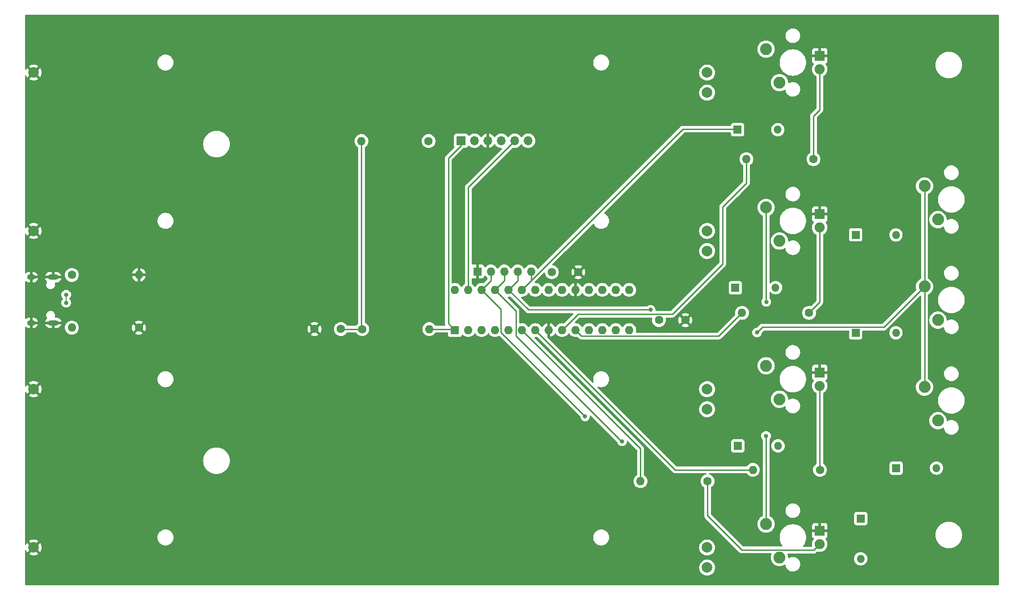
<source format=gbr>
%TF.GenerationSoftware,KiCad,Pcbnew,(6.0.0)*%
%TF.CreationDate,2023-05-21T00:13:47-05:00*%
%TF.ProjectId,micro-mixer-pcb,6d696372-6f2d-46d6-9978-65722d706362,rev?*%
%TF.SameCoordinates,Original*%
%TF.FileFunction,Copper,L2,Bot*%
%TF.FilePolarity,Positive*%
%FSLAX46Y46*%
G04 Gerber Fmt 4.6, Leading zero omitted, Abs format (unit mm)*
G04 Created by KiCad (PCBNEW (6.0.0)) date 2023-05-21 00:13:47*
%MOMM*%
%LPD*%
G01*
G04 APERTURE LIST*
%TA.AperFunction,ComponentPad*%
%ADD10R,1.600000X1.600000*%
%TD*%
%TA.AperFunction,ComponentPad*%
%ADD11O,1.600000X1.600000*%
%TD*%
%TA.AperFunction,ComponentPad*%
%ADD12O,2.100000X1.000000*%
%TD*%
%TA.AperFunction,ComponentPad*%
%ADD13O,1.600000X1.000000*%
%TD*%
%TA.AperFunction,ComponentPad*%
%ADD14C,1.600000*%
%TD*%
%TA.AperFunction,ComponentPad*%
%ADD15R,1.500000X1.500000*%
%TD*%
%TA.AperFunction,ComponentPad*%
%ADD16O,1.500000X1.500000*%
%TD*%
%TA.AperFunction,ComponentPad*%
%ADD17C,2.250000*%
%TD*%
%TA.AperFunction,ComponentPad*%
%ADD18C,1.905000*%
%TD*%
%TA.AperFunction,ComponentPad*%
%ADD19R,1.905000X1.905000*%
%TD*%
%TA.AperFunction,ComponentPad*%
%ADD20C,2.000000*%
%TD*%
%TA.AperFunction,ComponentPad*%
%ADD21R,1.700000X1.700000*%
%TD*%
%TA.AperFunction,ComponentPad*%
%ADD22O,1.700000X1.700000*%
%TD*%
%TA.AperFunction,ViaPad*%
%ADD23C,0.800000*%
%TD*%
%TA.AperFunction,Conductor*%
%ADD24C,0.200000*%
%TD*%
%TA.AperFunction,Conductor*%
%ADD25C,0.250000*%
%TD*%
G04 APERTURE END LIST*
D10*
%TO.P,RN1,1,common*%
%TO.N,GND*%
X169410000Y-76830000D03*
D11*
%TO.P,RN1,2,R1*%
%TO.N,COL0*%
X171950000Y-76830000D03*
%TO.P,RN1,3,R2*%
%TO.N,COL1*%
X174490000Y-76830000D03*
%TO.P,RN1,4,R3*%
%TO.N,COL2*%
X177030000Y-76830000D03*
%TO.P,RN1,5,R4*%
%TO.N,COL3*%
X179570000Y-76830000D03*
%TD*%
D12*
%TO.P,J1,S1,SHIELD*%
%TO.N,GND*%
X89095000Y-77921250D03*
X89095000Y-86561250D03*
D13*
X84915000Y-77921250D03*
X84915000Y-86561250D03*
%TD*%
D14*
%TO.P,R7,1*%
%TO.N,Net-(C3-Pad1)*%
X147600000Y-87750000D03*
D11*
%TO.P,R7,2*%
%TO.N,VPP*%
X160300000Y-87750000D03*
%TD*%
D15*
%TO.P,D3,1,K*%
%TO.N,COL1*%
X218715000Y-109880000D03*
D16*
%TO.P,D3,2,A*%
%TO.N,Net-(D3-Pad2)*%
X226335000Y-109880000D03*
%TD*%
D14*
%TO.P,C2,1*%
%TO.N,Net-(C2-Pad1)*%
X203781250Y-86051250D03*
%TO.P,C2,2*%
%TO.N,GND*%
X208781250Y-86051250D03*
%TD*%
D17*
%TO.P,MX5,1,COL*%
%TO.N,Net-(D5-Pad2)*%
X226605000Y-71051250D03*
%TO.P,MX5,2,ROW*%
%TO.N,ROW0*%
X224065000Y-64701250D03*
D18*
%TO.P,MX5,3,LED*%
%TO.N,Net-(MX5-Pad3)*%
X234225000Y-68511250D03*
D19*
%TO.P,MX5,4,LEDGND*%
%TO.N,GND*%
X234225000Y-65971250D03*
%TD*%
D17*
%TO.P,MX4,1,COL*%
%TO.N,Net-(D4-Pad2)*%
X256605000Y-86051250D03*
%TO.P,MX4,2,ROW*%
%TO.N,ROW1*%
X254065000Y-79701250D03*
%TD*%
D20*
%TO.P,RV2,1,1*%
%TO.N,VDD*%
X212895000Y-99141250D03*
%TO.P,RV2,2,2*%
%TO.N,AIN2*%
X212895000Y-102941250D03*
%TO.P,RV2,3,3*%
%TO.N,GND*%
X85395000Y-99141250D03*
%TD*%
D17*
%TO.P,MX3,1,COL*%
%TO.N,Net-(D3-Pad2)*%
X226605000Y-101051250D03*
%TO.P,MX3,2,ROW*%
%TO.N,ROW0*%
X224065000Y-94701250D03*
D18*
%TO.P,MX3,3,LED*%
%TO.N,Net-(MX3-Pad3)*%
X234225000Y-98511250D03*
D19*
%TO.P,MX3,4,LEDGND*%
%TO.N,GND*%
X234225000Y-95971250D03*
%TD*%
D14*
%TO.P,R1,1*%
%TO.N,Net-(J1-PadA5)*%
X92616250Y-77478750D03*
D11*
%TO.P,R1,2*%
%TO.N,GND*%
X105316250Y-77478750D03*
%TD*%
D20*
%TO.P,RV1,1,1*%
%TO.N,VDD*%
X212895000Y-129141250D03*
%TO.P,RV1,2,2*%
%TO.N,AIN1*%
X212895000Y-132941250D03*
%TO.P,RV1,3,3*%
%TO.N,GND*%
X85395000Y-129141250D03*
%TD*%
D14*
%TO.P,R4,1*%
%TO.N,Net-(MX3-Pad3)*%
X234260000Y-114420000D03*
D11*
%TO.P,R4,2*%
%TO.N,LED1*%
X221560000Y-114420000D03*
%TD*%
D10*
%TO.P,U2,1,RE3/Vpp/~{MCLR}*%
%TO.N,VPP*%
X165135000Y-87946250D03*
D11*
%TO.P,U2,2,RA0*%
%TO.N,AIN1*%
X167675000Y-87946250D03*
%TO.P,U2,3,RA1*%
%TO.N,AIN2*%
X170215000Y-87946250D03*
%TO.P,U2,4,RA2*%
%TO.N,unconnected-(U2-Pad4)*%
X172755000Y-87946250D03*
%TO.P,U2,5,RA3*%
%TO.N,unconnected-(U2-Pad5)*%
X175295000Y-87946250D03*
%TO.P,U2,6,RA4*%
%TO.N,LED0*%
X177835000Y-87946250D03*
%TO.P,U2,7,RA5*%
%TO.N,LED1*%
X180375000Y-87946250D03*
%TO.P,U2,8,VSS*%
%TO.N,GND*%
X182915000Y-87946250D03*
%TO.P,U2,9,RA7/OSC1/CLKI*%
%TO.N,LED3*%
X185455000Y-87946250D03*
%TO.P,U2,10,RA6/OSC2/CLKO*%
%TO.N,LED2*%
X187995000Y-87946250D03*
%TO.P,U2,11,RC0*%
%TO.N,unconnected-(U2-Pad11)*%
X190535000Y-87946250D03*
%TO.P,U2,12,RC1*%
%TO.N,ROW0*%
X193075000Y-87946250D03*
%TO.P,U2,13,RC2*%
%TO.N,ROW1*%
X195615000Y-87946250D03*
%TO.P,U2,14,VUSB3V3/VDDCORE*%
%TO.N,Net-(C2-Pad1)*%
X198155000Y-87946250D03*
%TO.P,U2,15,D-*%
%TO.N,D_NEG_MCU*%
X198155000Y-80326250D03*
%TO.P,U2,16,D+*%
%TO.N,D_POS_MCU*%
X195615000Y-80326250D03*
%TO.P,U2,17,RC6*%
%TO.N,AIN3*%
X193075000Y-80326250D03*
%TO.P,U2,18,RC7*%
%TO.N,AIN4*%
X190535000Y-80326250D03*
%TO.P,U2,19,VSS*%
%TO.N,GND*%
X187995000Y-80326250D03*
%TO.P,U2,20,VDD*%
%TO.N,VDD*%
X185455000Y-80326250D03*
%TO.P,U2,21,RB0*%
%TO.N,unconnected-(U2-Pad21)*%
X182915000Y-80326250D03*
%TO.P,U2,22,RB1*%
%TO.N,unconnected-(U2-Pad22)*%
X180375000Y-80326250D03*
%TO.P,U2,23,RB2*%
%TO.N,COL3*%
X177835000Y-80326250D03*
%TO.P,U2,24,RB3*%
%TO.N,COL2*%
X175295000Y-80326250D03*
%TO.P,U2,25,RB4*%
%TO.N,COL1*%
X172755000Y-80326250D03*
%TO.P,U2,26,RB5*%
%TO.N,COL0*%
X170215000Y-80326250D03*
%TO.P,U2,27,RB6/PGC*%
%TO.N,ICSPCLK*%
X167675000Y-80326250D03*
%TO.P,U2,28,RB7/PGD*%
%TO.N,ICSPDAT*%
X165135000Y-80326250D03*
%TD*%
D14*
%TO.P,R6,1*%
%TO.N,Net-(MX7-Pad3)*%
X233040000Y-55540000D03*
D11*
%TO.P,R6,2*%
%TO.N,LED3*%
X220340000Y-55540000D03*
%TD*%
D17*
%TO.P,MX2,1,COL*%
%TO.N,Net-(D2-Pad2)*%
X256605000Y-105101250D03*
%TO.P,MX2,2,ROW*%
%TO.N,ROW1*%
X254065000Y-98751250D03*
%TD*%
D14*
%TO.P,R3,1*%
%TO.N,Net-(MX1-Pad3)*%
X212990000Y-116570000D03*
D11*
%TO.P,R3,2*%
%TO.N,LED0*%
X200290000Y-116570000D03*
%TD*%
D21*
%TO.P,J2,1,~{MCLR}/VPP*%
%TO.N,VPP*%
X166320000Y-52060000D03*
D22*
%TO.P,J2,2,VDD*%
%TO.N,VDD*%
X168860000Y-52060000D03*
%TO.P,J2,3,VSS*%
%TO.N,GND*%
X171400000Y-52060000D03*
%TO.P,J2,4,PGD/ICSPDAT*%
%TO.N,ICSPDAT*%
X173940000Y-52060000D03*
%TO.P,J2,5,PGC/ICSPCLK*%
%TO.N,ICSPCLK*%
X176480000Y-52060000D03*
%TO.P,J2,6,PGM/LVP*%
%TO.N,unconnected-(J2-Pad6)*%
X179020000Y-52060000D03*
%TD*%
D14*
%TO.P,C1,1*%
%TO.N,VDD*%
X183500000Y-76950000D03*
%TO.P,C1,2*%
%TO.N,GND*%
X188500000Y-76950000D03*
%TD*%
%TO.P,R8,1*%
%TO.N,VDD*%
X160160000Y-52120000D03*
D11*
%TO.P,R8,2*%
%TO.N,Net-(C3-Pad1)*%
X147460000Y-52120000D03*
%TD*%
D20*
%TO.P,RV3,1,1*%
%TO.N,VDD*%
X212895000Y-69141250D03*
%TO.P,RV3,2,2*%
%TO.N,AIN3*%
X212895000Y-72941250D03*
%TO.P,RV3,3,3*%
%TO.N,GND*%
X85395000Y-69141250D03*
%TD*%
%TO.P,RV4,1,1*%
%TO.N,VDD*%
X212895000Y-39141250D03*
%TO.P,RV4,2,2*%
%TO.N,AIN4*%
X212895000Y-42941250D03*
%TO.P,RV4,3,3*%
%TO.N,GND*%
X85395000Y-39141250D03*
%TD*%
D14*
%TO.P,R2,1*%
%TO.N,GND*%
X105316250Y-87480000D03*
D11*
%TO.P,R2,2*%
%TO.N,Net-(J1-PadB5)*%
X92616250Y-87480000D03*
%TD*%
D15*
%TO.P,D2,1,K*%
%TO.N,COL0*%
X248715000Y-114090000D03*
D16*
%TO.P,D2,2,A*%
%TO.N,Net-(D2-Pad2)*%
X256335000Y-114090000D03*
%TD*%
D15*
%TO.P,D5,1,K*%
%TO.N,COL2*%
X218250000Y-79890000D03*
D16*
%TO.P,D5,2,A*%
%TO.N,Net-(D5-Pad2)*%
X225870000Y-79890000D03*
%TD*%
D15*
%TO.P,D6,1,K*%
%TO.N,COL2*%
X241030000Y-69890000D03*
D16*
%TO.P,D6,2,A*%
%TO.N,Net-(D6-Pad2)*%
X248650000Y-69890000D03*
%TD*%
D14*
%TO.P,C3,1*%
%TO.N,Net-(C3-Pad1)*%
X143560000Y-87740000D03*
%TO.P,C3,2*%
%TO.N,GND*%
X138560000Y-87740000D03*
%TD*%
D15*
%TO.P,D7,1,K*%
%TO.N,COL3*%
X218670000Y-49970000D03*
D16*
%TO.P,D7,2,A*%
%TO.N,Net-(D7-Pad2)*%
X226290000Y-49970000D03*
%TD*%
D15*
%TO.P,D4,1,K*%
%TO.N,COL1*%
X241030000Y-88450000D03*
D16*
%TO.P,D4,2,A*%
%TO.N,Net-(D4-Pad2)*%
X248650000Y-88450000D03*
%TD*%
D17*
%TO.P,MX6,1,COL*%
%TO.N,Net-(D6-Pad2)*%
X256605000Y-67001250D03*
%TO.P,MX6,2,ROW*%
%TO.N,ROW1*%
X254065000Y-60651250D03*
%TD*%
%TO.P,MX1,1,COL*%
%TO.N,Net-(D1-Pad2)*%
X226605000Y-131051250D03*
%TO.P,MX1,2,ROW*%
%TO.N,ROW0*%
X224065000Y-124701250D03*
D18*
%TO.P,MX1,3,LED*%
%TO.N,Net-(MX1-Pad3)*%
X234225000Y-128511250D03*
D19*
%TO.P,MX1,4,LEDGND*%
%TO.N,GND*%
X234225000Y-125971250D03*
%TD*%
D17*
%TO.P,MX7,1,COL*%
%TO.N,Net-(D7-Pad2)*%
X226605000Y-41051250D03*
%TO.P,MX7,2,ROW*%
%TO.N,ROW0*%
X224065000Y-34701250D03*
D18*
%TO.P,MX7,3,LED*%
%TO.N,Net-(MX7-Pad3)*%
X234225000Y-38511250D03*
D19*
%TO.P,MX7,4,LEDGND*%
%TO.N,GND*%
X234225000Y-35971250D03*
%TD*%
D14*
%TO.P,R5,1*%
%TO.N,Net-(MX5-Pad3)*%
X232200000Y-84670000D03*
D11*
%TO.P,R5,2*%
%TO.N,LED2*%
X219500000Y-84670000D03*
%TD*%
D15*
%TO.P,D1,1,K*%
%TO.N,COL0*%
X241990000Y-123655000D03*
D16*
%TO.P,D1,2,A*%
%TO.N,Net-(D1-Pad2)*%
X241990000Y-131275000D03*
%TD*%
D23*
%TO.N,D-*%
X91550000Y-81240000D03*
X91540000Y-82750000D03*
%TO.N,GND*%
X120600000Y-83550000D03*
%TO.N,COL0*%
X189800000Y-104300000D03*
%TO.N,COL1*%
X196800000Y-109000000D03*
%TO.N,COL2*%
X202200000Y-84100000D03*
%TO.N,ROW0*%
X224050000Y-108000000D03*
X224100000Y-82600000D03*
%TO.N,ROW1*%
X222350000Y-88400000D03*
%TD*%
D24*
%TO.N,D-*%
X91550000Y-81240000D02*
X91550000Y-82740000D01*
X91550000Y-82740000D02*
X91540000Y-82750000D01*
D25*
%TO.N,COL3*%
X179570000Y-78591250D02*
X177835000Y-80326250D01*
X179570000Y-76830000D02*
X179570000Y-78591250D01*
%TO.N,COL2*%
X177030000Y-78591250D02*
X175295000Y-80326250D01*
X177030000Y-76830000D02*
X177030000Y-78591250D01*
%TO.N,COL1*%
X174490000Y-78591250D02*
X172755000Y-80326250D01*
X174490000Y-76830000D02*
X174490000Y-78591250D01*
%TO.N,COL0*%
X171950000Y-78591250D02*
X170215000Y-80326250D01*
X171950000Y-76830000D02*
X171950000Y-78591250D01*
X189800000Y-104300000D02*
X173879511Y-88379511D01*
X173879511Y-88379511D02*
X173879511Y-83990761D01*
X173879511Y-83990761D02*
X170215000Y-80326250D01*
%TO.N,COL1*%
X196200000Y-108550000D02*
X196650000Y-109000000D01*
X172755000Y-80326250D02*
X176710489Y-84281739D01*
X196650000Y-109000000D02*
X196800000Y-109000000D01*
X176710489Y-89060489D02*
X196200000Y-108550000D01*
X176710489Y-84281739D02*
X176710489Y-89060489D01*
%TO.N,COL2*%
X202200000Y-84100000D02*
X179068750Y-84100000D01*
X179068750Y-84100000D02*
X175295000Y-80326250D01*
%TO.N,COL3*%
X208305000Y-49856250D02*
X218663750Y-49856250D01*
X177835000Y-80326250D02*
X208305000Y-49856250D01*
%TO.N,VPP*%
X164938750Y-87750000D02*
X165135000Y-87946250D01*
X160300000Y-87750000D02*
X164938750Y-87750000D01*
X163900000Y-86711250D02*
X163900000Y-55380000D01*
X165135000Y-87946250D02*
X163900000Y-86711250D01*
X163900000Y-55380000D02*
X166320000Y-52960000D01*
X166320000Y-52960000D02*
X166320000Y-52060000D01*
%TO.N,ICSPCLK*%
X167675000Y-80326250D02*
X167675000Y-60865000D01*
X167675000Y-60865000D02*
X176480000Y-52060000D01*
%TO.N,ROW0*%
X224065000Y-108015000D02*
X224065000Y-124701250D01*
X224065000Y-82565000D02*
X224100000Y-82600000D01*
X224065000Y-64701250D02*
X224065000Y-82565000D01*
X224050000Y-108000000D02*
X224065000Y-108015000D01*
%TO.N,LED0*%
X200290000Y-116570000D02*
X200290000Y-110401250D01*
X200290000Y-110401250D02*
X177835000Y-87946250D01*
%TO.N,ROW1*%
X223374511Y-87375489D02*
X246390761Y-87375489D01*
X222350000Y-88400000D02*
X223374511Y-87375489D01*
X246390761Y-87375489D02*
X254065000Y-79701250D01*
X254065000Y-98751250D02*
X254065000Y-79701250D01*
X254065000Y-79701250D02*
X254065000Y-60651250D01*
%TO.N,LED1*%
X180375000Y-87946250D02*
X206848750Y-114420000D01*
X206848750Y-114420000D02*
X221560000Y-114420000D01*
%TO.N,LED2*%
X215099239Y-89070761D02*
X219500000Y-84670000D01*
X189119511Y-89070761D02*
X215099239Y-89070761D01*
X187995000Y-87946250D02*
X189119511Y-89070761D01*
%TO.N,LED3*%
X188474511Y-84926739D02*
X206323261Y-84926739D01*
X185455000Y-87946250D02*
X188474511Y-84926739D01*
X215850000Y-64550000D02*
X220340000Y-60060000D01*
X220340000Y-60060000D02*
X220340000Y-55540000D01*
X206323261Y-84926739D02*
X215850000Y-75400000D01*
X215850000Y-75400000D02*
X215850000Y-64550000D01*
%TO.N,Net-(MX1-Pad3)*%
X212990000Y-116570000D02*
X212990000Y-123101250D01*
X228156035Y-129601739D02*
X228204296Y-129650000D01*
X233086250Y-129650000D02*
X234225000Y-128511250D01*
X219490489Y-129601739D02*
X228156035Y-129601739D01*
X228204296Y-129650000D02*
X233086250Y-129650000D01*
X212990000Y-123101250D02*
X219490489Y-129601739D01*
%TO.N,Net-(MX3-Pad3)*%
X234225000Y-98511250D02*
X234225000Y-113865000D01*
%TO.N,Net-(MX5-Pad3)*%
X234225000Y-82645000D02*
X232200000Y-84670000D01*
X234225000Y-68511250D02*
X234225000Y-82645000D01*
%TO.N,Net-(MX7-Pad3)*%
X234225000Y-46175000D02*
X234225000Y-38511250D01*
X233040000Y-55540000D02*
X233040000Y-47360000D01*
X233040000Y-47360000D02*
X234225000Y-46175000D01*
%TO.N,Net-(C3-Pad1)*%
X147460000Y-52120000D02*
X147460000Y-87610000D01*
X147460000Y-87610000D02*
X147600000Y-87750000D01*
X147600000Y-87750000D02*
X143570000Y-87750000D01*
X143570000Y-87750000D02*
X143560000Y-87740000D01*
%TD*%
%TA.AperFunction,Conductor*%
%TO.N,GND*%
G36*
X268104121Y-28238002D02*
G01*
X268150614Y-28291658D01*
X268162000Y-28344000D01*
X268162000Y-136136000D01*
X268141998Y-136204121D01*
X268088342Y-136250614D01*
X268036000Y-136262000D01*
X83884000Y-136262000D01*
X83815879Y-136241998D01*
X83769386Y-136188342D01*
X83758000Y-136136000D01*
X83758000Y-132941250D01*
X211381835Y-132941250D01*
X211400465Y-133177961D01*
X211455895Y-133408844D01*
X211457788Y-133413415D01*
X211457789Y-133413417D01*
X211508844Y-133536674D01*
X211546760Y-133628213D01*
X211549346Y-133632433D01*
X211668241Y-133826452D01*
X211668245Y-133826458D01*
X211670824Y-133830666D01*
X211825031Y-134011219D01*
X212005584Y-134165426D01*
X212009792Y-134168005D01*
X212009798Y-134168009D01*
X212203817Y-134286904D01*
X212208037Y-134289490D01*
X212212607Y-134291383D01*
X212212611Y-134291385D01*
X212422833Y-134378461D01*
X212427406Y-134380355D01*
X212507609Y-134399610D01*
X212653476Y-134434630D01*
X212653482Y-134434631D01*
X212658289Y-134435785D01*
X212895000Y-134454415D01*
X213131711Y-134435785D01*
X213136518Y-134434631D01*
X213136524Y-134434630D01*
X213282391Y-134399610D01*
X213362594Y-134380355D01*
X213367167Y-134378461D01*
X213577389Y-134291385D01*
X213577393Y-134291383D01*
X213581963Y-134289490D01*
X213586183Y-134286904D01*
X213780202Y-134168009D01*
X213780208Y-134168005D01*
X213784416Y-134165426D01*
X213964969Y-134011219D01*
X214119176Y-133830666D01*
X214121755Y-133826458D01*
X214121759Y-133826452D01*
X214240654Y-133632433D01*
X214243240Y-133628213D01*
X214281157Y-133536674D01*
X214332211Y-133413417D01*
X214332212Y-133413415D01*
X214334105Y-133408844D01*
X214389535Y-133177961D01*
X214408165Y-132941250D01*
X214389535Y-132704539D01*
X214380877Y-132668473D01*
X214335260Y-132478468D01*
X214334105Y-132473656D01*
X214312228Y-132420839D01*
X214245135Y-132258861D01*
X214245133Y-132258857D01*
X214243240Y-132254287D01*
X214238105Y-132245908D01*
X214121759Y-132056048D01*
X214121755Y-132056042D01*
X214119176Y-132051834D01*
X213964969Y-131871281D01*
X213784416Y-131717074D01*
X213780208Y-131714495D01*
X213780202Y-131714491D01*
X213586183Y-131595596D01*
X213581963Y-131593010D01*
X213577393Y-131591117D01*
X213577389Y-131591115D01*
X213367167Y-131504039D01*
X213367165Y-131504038D01*
X213362594Y-131502145D01*
X213282391Y-131482890D01*
X213136524Y-131447870D01*
X213136518Y-131447869D01*
X213131711Y-131446715D01*
X212895000Y-131428085D01*
X212658289Y-131446715D01*
X212653482Y-131447869D01*
X212653476Y-131447870D01*
X212507609Y-131482890D01*
X212427406Y-131502145D01*
X212422835Y-131504038D01*
X212422833Y-131504039D01*
X212212611Y-131591115D01*
X212212607Y-131591117D01*
X212208037Y-131593010D01*
X212203817Y-131595596D01*
X212009798Y-131714491D01*
X212009792Y-131714495D01*
X212005584Y-131717074D01*
X211825031Y-131871281D01*
X211670824Y-132051834D01*
X211668245Y-132056042D01*
X211668241Y-132056048D01*
X211551895Y-132245908D01*
X211546760Y-132254287D01*
X211544867Y-132258857D01*
X211544865Y-132258861D01*
X211477772Y-132420839D01*
X211455895Y-132473656D01*
X211454740Y-132478468D01*
X211409124Y-132668473D01*
X211400465Y-132704539D01*
X211381835Y-132941250D01*
X83758000Y-132941250D01*
X83758000Y-130373920D01*
X84527160Y-130373920D01*
X84532887Y-130381570D01*
X84704042Y-130486455D01*
X84712837Y-130490937D01*
X84922988Y-130577984D01*
X84932373Y-130581033D01*
X85153554Y-130634135D01*
X85163301Y-130635678D01*
X85390070Y-130653525D01*
X85399930Y-130653525D01*
X85626699Y-130635678D01*
X85636446Y-130634135D01*
X85857627Y-130581033D01*
X85867012Y-130577984D01*
X86077163Y-130490937D01*
X86085958Y-130486455D01*
X86253445Y-130383818D01*
X86262907Y-130373360D01*
X86259124Y-130364584D01*
X85407812Y-129513272D01*
X85393868Y-129505658D01*
X85392035Y-129505789D01*
X85385420Y-129510040D01*
X84533920Y-130361540D01*
X84527160Y-130373920D01*
X83758000Y-130373920D01*
X83758000Y-129763222D01*
X83778002Y-129695101D01*
X83831658Y-129648608D01*
X83901932Y-129638504D01*
X83966512Y-129667998D01*
X84000409Y-129715004D01*
X84045313Y-129823413D01*
X84049795Y-129832208D01*
X84152432Y-129999695D01*
X84162890Y-130009157D01*
X84171666Y-130005374D01*
X85022978Y-129154062D01*
X85029356Y-129142382D01*
X85759408Y-129142382D01*
X85759539Y-129144215D01*
X85763790Y-129150830D01*
X86615290Y-130002330D01*
X86627670Y-130009090D01*
X86635320Y-130003363D01*
X86740205Y-129832208D01*
X86744687Y-129823413D01*
X86831734Y-129613262D01*
X86834783Y-129603877D01*
X86887885Y-129382696D01*
X86889428Y-129372949D01*
X86907275Y-129146180D01*
X86907275Y-129141250D01*
X211381835Y-129141250D01*
X211400465Y-129377961D01*
X211455895Y-129608844D01*
X211457788Y-129613415D01*
X211457789Y-129613417D01*
X211544772Y-129823413D01*
X211546760Y-129828213D01*
X211549346Y-129832433D01*
X211668241Y-130026452D01*
X211668245Y-130026458D01*
X211670824Y-130030666D01*
X211763301Y-130138942D01*
X211819626Y-130204890D01*
X211825031Y-130211219D01*
X211828787Y-130214427D01*
X211831807Y-130217006D01*
X212005584Y-130365426D01*
X212009792Y-130368005D01*
X212009798Y-130368009D01*
X212203084Y-130486455D01*
X212208037Y-130489490D01*
X212212607Y-130491383D01*
X212212611Y-130491385D01*
X212422833Y-130578461D01*
X212427406Y-130580355D01*
X212507609Y-130599610D01*
X212653476Y-130634630D01*
X212653482Y-130634631D01*
X212658289Y-130635785D01*
X212895000Y-130654415D01*
X213131711Y-130635785D01*
X213136518Y-130634631D01*
X213136524Y-130634630D01*
X213282391Y-130599610D01*
X213362594Y-130580355D01*
X213367167Y-130578461D01*
X213577389Y-130491385D01*
X213577393Y-130491383D01*
X213581963Y-130489490D01*
X213586916Y-130486455D01*
X213780202Y-130368009D01*
X213780208Y-130368005D01*
X213784416Y-130365426D01*
X213958193Y-130217006D01*
X213961213Y-130214427D01*
X213964969Y-130211219D01*
X213970375Y-130204890D01*
X214026699Y-130138942D01*
X214119176Y-130030666D01*
X214121755Y-130026458D01*
X214121759Y-130026452D01*
X214240654Y-129832433D01*
X214243240Y-129828213D01*
X214245229Y-129823413D01*
X214332211Y-129613417D01*
X214332212Y-129613415D01*
X214334105Y-129608844D01*
X214389535Y-129377961D01*
X214408165Y-129141250D01*
X214389535Y-128904539D01*
X214386468Y-128891761D01*
X214341934Y-128706268D01*
X214334105Y-128673656D01*
X214332211Y-128669083D01*
X214245135Y-128458861D01*
X214245133Y-128458857D01*
X214243240Y-128454287D01*
X214157316Y-128314072D01*
X214121759Y-128256048D01*
X214121755Y-128256042D01*
X214119176Y-128251834D01*
X213964969Y-128071281D01*
X213784416Y-127917074D01*
X213780208Y-127914495D01*
X213780202Y-127914491D01*
X213586183Y-127795596D01*
X213581963Y-127793010D01*
X213577393Y-127791117D01*
X213577389Y-127791115D01*
X213367167Y-127704039D01*
X213367165Y-127704038D01*
X213362594Y-127702145D01*
X213282391Y-127682890D01*
X213136524Y-127647870D01*
X213136518Y-127647869D01*
X213131711Y-127646715D01*
X212895000Y-127628085D01*
X212658289Y-127646715D01*
X212653482Y-127647869D01*
X212653476Y-127647870D01*
X212507609Y-127682890D01*
X212427406Y-127702145D01*
X212422835Y-127704038D01*
X212422833Y-127704039D01*
X212212611Y-127791115D01*
X212212607Y-127791117D01*
X212208037Y-127793010D01*
X212203817Y-127795596D01*
X212009798Y-127914491D01*
X212009792Y-127914495D01*
X212005584Y-127917074D01*
X211825031Y-128071281D01*
X211670824Y-128251834D01*
X211668245Y-128256042D01*
X211668241Y-128256048D01*
X211632684Y-128314072D01*
X211546760Y-128454287D01*
X211544867Y-128458857D01*
X211544865Y-128458861D01*
X211457789Y-128669083D01*
X211455895Y-128673656D01*
X211448066Y-128706268D01*
X211403533Y-128891761D01*
X211400465Y-128904539D01*
X211381835Y-129141250D01*
X86907275Y-129141250D01*
X86907275Y-129136320D01*
X86889428Y-128909551D01*
X86887885Y-128899804D01*
X86834783Y-128678623D01*
X86831734Y-128669238D01*
X86744687Y-128459087D01*
X86740205Y-128450292D01*
X86637568Y-128282805D01*
X86627110Y-128273343D01*
X86618334Y-128277126D01*
X85767022Y-129128438D01*
X85759408Y-129142382D01*
X85029356Y-129142382D01*
X85030592Y-129140118D01*
X85030461Y-129138285D01*
X85026210Y-129131670D01*
X84174710Y-128280170D01*
X84162330Y-128273410D01*
X84154680Y-128279137D01*
X84049795Y-128450292D01*
X84045313Y-128459087D01*
X84000409Y-128567496D01*
X83955861Y-128622777D01*
X83888497Y-128645198D01*
X83819706Y-128627640D01*
X83771328Y-128575678D01*
X83758000Y-128519278D01*
X83758000Y-127909140D01*
X84527093Y-127909140D01*
X84530876Y-127917916D01*
X85382188Y-128769228D01*
X85396132Y-128776842D01*
X85397965Y-128776711D01*
X85404580Y-128772460D01*
X86256080Y-127920960D01*
X86262840Y-127908580D01*
X86257113Y-127900930D01*
X86085958Y-127796045D01*
X86077163Y-127791563D01*
X85867012Y-127704516D01*
X85857627Y-127701467D01*
X85636446Y-127648365D01*
X85626699Y-127646822D01*
X85399930Y-127628975D01*
X85390070Y-127628975D01*
X85163301Y-127646822D01*
X85153554Y-127648365D01*
X84932373Y-127701467D01*
X84922988Y-127704516D01*
X84712837Y-127791563D01*
X84704042Y-127796045D01*
X84536555Y-127898682D01*
X84527093Y-127909140D01*
X83758000Y-127909140D01*
X83758000Y-127241250D01*
X108832337Y-127241250D01*
X108850960Y-127477883D01*
X108852114Y-127482690D01*
X108852115Y-127482696D01*
X108877556Y-127588662D01*
X108906372Y-127708689D01*
X108908265Y-127713260D01*
X108908266Y-127713262D01*
X108994018Y-127920285D01*
X108997207Y-127927985D01*
X109121230Y-128130371D01*
X109124443Y-128134133D01*
X109248289Y-128279137D01*
X109275386Y-128310864D01*
X109455879Y-128465020D01*
X109658265Y-128589043D01*
X109662835Y-128590936D01*
X109662837Y-128590937D01*
X109872988Y-128677984D01*
X109877561Y-128679878D01*
X109958660Y-128699348D01*
X110103554Y-128734135D01*
X110103560Y-128734136D01*
X110108367Y-128735290D01*
X110345000Y-128753913D01*
X110581633Y-128735290D01*
X110586440Y-128734136D01*
X110586446Y-128734135D01*
X110731340Y-128699348D01*
X110812439Y-128679878D01*
X110817012Y-128677984D01*
X111027163Y-128590937D01*
X111027165Y-128590936D01*
X111031735Y-128589043D01*
X111234121Y-128465020D01*
X111414614Y-128310864D01*
X111441712Y-128279137D01*
X111565557Y-128134133D01*
X111568770Y-128130371D01*
X111692793Y-127927985D01*
X111695983Y-127920285D01*
X111781734Y-127713262D01*
X111781735Y-127713260D01*
X111783628Y-127708689D01*
X111812444Y-127588662D01*
X111837885Y-127482696D01*
X111837886Y-127482690D01*
X111839040Y-127477883D01*
X111857663Y-127241250D01*
X191332337Y-127241250D01*
X191350960Y-127477883D01*
X191352114Y-127482690D01*
X191352115Y-127482696D01*
X191377556Y-127588662D01*
X191406372Y-127708689D01*
X191408265Y-127713260D01*
X191408266Y-127713262D01*
X191494018Y-127920285D01*
X191497207Y-127927985D01*
X191621230Y-128130371D01*
X191624443Y-128134133D01*
X191748289Y-128279137D01*
X191775386Y-128310864D01*
X191955879Y-128465020D01*
X192158265Y-128589043D01*
X192162835Y-128590936D01*
X192162837Y-128590937D01*
X192372988Y-128677984D01*
X192377561Y-128679878D01*
X192458660Y-128699348D01*
X192603554Y-128734135D01*
X192603560Y-128734136D01*
X192608367Y-128735290D01*
X192845000Y-128753913D01*
X193081633Y-128735290D01*
X193086440Y-128734136D01*
X193086446Y-128734135D01*
X193231340Y-128699348D01*
X193312439Y-128679878D01*
X193317012Y-128677984D01*
X193527163Y-128590937D01*
X193527165Y-128590936D01*
X193531735Y-128589043D01*
X193734121Y-128465020D01*
X193914614Y-128310864D01*
X193941712Y-128279137D01*
X194065557Y-128134133D01*
X194068770Y-128130371D01*
X194192793Y-127927985D01*
X194195983Y-127920285D01*
X194281734Y-127713262D01*
X194281735Y-127713260D01*
X194283628Y-127708689D01*
X194312444Y-127588662D01*
X194337885Y-127482696D01*
X194337886Y-127482690D01*
X194339040Y-127477883D01*
X194357663Y-127241250D01*
X194339040Y-127004617D01*
X194337886Y-126999810D01*
X194337885Y-126999804D01*
X194300211Y-126842884D01*
X194283628Y-126773811D01*
X194192793Y-126554515D01*
X194068770Y-126352129D01*
X194058241Y-126339801D01*
X193917822Y-126175392D01*
X193914614Y-126171636D01*
X193734121Y-126017480D01*
X193531735Y-125893457D01*
X193527165Y-125891564D01*
X193527163Y-125891563D01*
X193317012Y-125804516D01*
X193317010Y-125804515D01*
X193312439Y-125802622D01*
X193231340Y-125783152D01*
X193086446Y-125748365D01*
X193086440Y-125748364D01*
X193081633Y-125747210D01*
X192845000Y-125728587D01*
X192608367Y-125747210D01*
X192603560Y-125748364D01*
X192603554Y-125748365D01*
X192458660Y-125783152D01*
X192377561Y-125802622D01*
X192372990Y-125804515D01*
X192372988Y-125804516D01*
X192162837Y-125891563D01*
X192162835Y-125891564D01*
X192158265Y-125893457D01*
X191955879Y-126017480D01*
X191775386Y-126171636D01*
X191772178Y-126175392D01*
X191631759Y-126339801D01*
X191621230Y-126352129D01*
X191497207Y-126554515D01*
X191406372Y-126773811D01*
X191389789Y-126842884D01*
X191352115Y-126999804D01*
X191352114Y-126999810D01*
X191350960Y-127004617D01*
X191332810Y-127235239D01*
X191332337Y-127241250D01*
X111857663Y-127241250D01*
X111839040Y-127004617D01*
X111837886Y-126999810D01*
X111837885Y-126999804D01*
X111800211Y-126842884D01*
X111783628Y-126773811D01*
X111692793Y-126554515D01*
X111568770Y-126352129D01*
X111558241Y-126339801D01*
X111417822Y-126175392D01*
X111414614Y-126171636D01*
X111234121Y-126017480D01*
X111031735Y-125893457D01*
X111027165Y-125891564D01*
X111027163Y-125891563D01*
X110817012Y-125804516D01*
X110817010Y-125804515D01*
X110812439Y-125802622D01*
X110731340Y-125783152D01*
X110586446Y-125748365D01*
X110586440Y-125748364D01*
X110581633Y-125747210D01*
X110345000Y-125728587D01*
X110108367Y-125747210D01*
X110103560Y-125748364D01*
X110103554Y-125748365D01*
X109958660Y-125783152D01*
X109877561Y-125802622D01*
X109872990Y-125804515D01*
X109872988Y-125804516D01*
X109662837Y-125891563D01*
X109662835Y-125891564D01*
X109658265Y-125893457D01*
X109455879Y-126017480D01*
X109275386Y-126171636D01*
X109272178Y-126175392D01*
X109131759Y-126339801D01*
X109121230Y-126352129D01*
X108997207Y-126554515D01*
X108906372Y-126773811D01*
X108889789Y-126842884D01*
X108852115Y-126999804D01*
X108852114Y-126999810D01*
X108850960Y-127004617D01*
X108832810Y-127235239D01*
X108832337Y-127241250D01*
X83758000Y-127241250D01*
X83758000Y-112700000D01*
X117487041Y-112700000D01*
X117506856Y-113014957D01*
X117565990Y-113324947D01*
X117663510Y-113625082D01*
X117665197Y-113628668D01*
X117665199Y-113628672D01*
X117796189Y-113907041D01*
X117796193Y-113907048D01*
X117797877Y-113910627D01*
X117966973Y-114177080D01*
X118168132Y-114420239D01*
X118171022Y-114422953D01*
X118171023Y-114422954D01*
X118281886Y-114527061D01*
X118398180Y-114636268D01*
X118653489Y-114821761D01*
X118656958Y-114823668D01*
X118656961Y-114823670D01*
X118922431Y-114969613D01*
X118930034Y-114973793D01*
X119072080Y-115030033D01*
X119219770Y-115088508D01*
X119219773Y-115088509D01*
X119223453Y-115089966D01*
X119227292Y-115090952D01*
X119227296Y-115090953D01*
X119290687Y-115107229D01*
X119529118Y-115168448D01*
X119533046Y-115168944D01*
X119533050Y-115168945D01*
X119652670Y-115184056D01*
X119842210Y-115208000D01*
X120157790Y-115208000D01*
X120347330Y-115184056D01*
X120466950Y-115168945D01*
X120466954Y-115168944D01*
X120470882Y-115168448D01*
X120709313Y-115107229D01*
X120772704Y-115090953D01*
X120772708Y-115090952D01*
X120776547Y-115089966D01*
X120780227Y-115088509D01*
X120780230Y-115088508D01*
X120927920Y-115030033D01*
X121069966Y-114973793D01*
X121077570Y-114969613D01*
X121343039Y-114823670D01*
X121343042Y-114823668D01*
X121346511Y-114821761D01*
X121601820Y-114636268D01*
X121718114Y-114527061D01*
X121828977Y-114422954D01*
X121828978Y-114422953D01*
X121831868Y-114420239D01*
X122033027Y-114177080D01*
X122202123Y-113910627D01*
X122203807Y-113907048D01*
X122203811Y-113907041D01*
X122334801Y-113628672D01*
X122334803Y-113628668D01*
X122336490Y-113625082D01*
X122434010Y-113324947D01*
X122493144Y-113014957D01*
X122512959Y-112700000D01*
X122493144Y-112385043D01*
X122434010Y-112075053D01*
X122336490Y-111774918D01*
X122329966Y-111761054D01*
X122203811Y-111492959D01*
X122203807Y-111492952D01*
X122202123Y-111489373D01*
X122033027Y-111222920D01*
X121843036Y-110993261D01*
X121834393Y-110982813D01*
X121834392Y-110982812D01*
X121831868Y-110979761D01*
X121601820Y-110763732D01*
X121346511Y-110578239D01*
X121343039Y-110576330D01*
X121073428Y-110428110D01*
X121073425Y-110428109D01*
X121069966Y-110426207D01*
X120896190Y-110357404D01*
X120780230Y-110311492D01*
X120780227Y-110311491D01*
X120776547Y-110310034D01*
X120772708Y-110309048D01*
X120772704Y-110309047D01*
X120543970Y-110250318D01*
X120470882Y-110231552D01*
X120466954Y-110231056D01*
X120466950Y-110231055D01*
X120314336Y-110211776D01*
X120157790Y-110192000D01*
X119842210Y-110192000D01*
X119685664Y-110211776D01*
X119533050Y-110231055D01*
X119533046Y-110231056D01*
X119529118Y-110231552D01*
X119456030Y-110250318D01*
X119227296Y-110309047D01*
X119227292Y-110309048D01*
X119223453Y-110310034D01*
X119219773Y-110311491D01*
X119219770Y-110311492D01*
X119103810Y-110357404D01*
X118930034Y-110426207D01*
X118926575Y-110428109D01*
X118926572Y-110428110D01*
X118656961Y-110576330D01*
X118653489Y-110578239D01*
X118398180Y-110763732D01*
X118168132Y-110979761D01*
X118165608Y-110982812D01*
X118165607Y-110982813D01*
X118156964Y-110993261D01*
X117966973Y-111222920D01*
X117797877Y-111489373D01*
X117796193Y-111492952D01*
X117796189Y-111492959D01*
X117670034Y-111761054D01*
X117663510Y-111774918D01*
X117565990Y-112075053D01*
X117506856Y-112385043D01*
X117489334Y-112663547D01*
X117487041Y-112700000D01*
X83758000Y-112700000D01*
X83758000Y-100373920D01*
X84527160Y-100373920D01*
X84532887Y-100381570D01*
X84704042Y-100486455D01*
X84712837Y-100490937D01*
X84922988Y-100577984D01*
X84932373Y-100581033D01*
X85153554Y-100634135D01*
X85163301Y-100635678D01*
X85390070Y-100653525D01*
X85399930Y-100653525D01*
X85626699Y-100635678D01*
X85636446Y-100634135D01*
X85857627Y-100581033D01*
X85867012Y-100577984D01*
X86077163Y-100490937D01*
X86085958Y-100486455D01*
X86253445Y-100383818D01*
X86262907Y-100373360D01*
X86259124Y-100364584D01*
X85407812Y-99513272D01*
X85393868Y-99505658D01*
X85392035Y-99505789D01*
X85385420Y-99510040D01*
X84533920Y-100361540D01*
X84527160Y-100373920D01*
X83758000Y-100373920D01*
X83758000Y-99763222D01*
X83778002Y-99695101D01*
X83831658Y-99648608D01*
X83901932Y-99638504D01*
X83966512Y-99667998D01*
X84000409Y-99715004D01*
X84045313Y-99823413D01*
X84049795Y-99832208D01*
X84152432Y-99999695D01*
X84162890Y-100009157D01*
X84171666Y-100005374D01*
X85022978Y-99154062D01*
X85029356Y-99142382D01*
X85759408Y-99142382D01*
X85759539Y-99144215D01*
X85763790Y-99150830D01*
X86615290Y-100002330D01*
X86627670Y-100009090D01*
X86635320Y-100003363D01*
X86740205Y-99832208D01*
X86744687Y-99823413D01*
X86831734Y-99613262D01*
X86834783Y-99603877D01*
X86887885Y-99382696D01*
X86889428Y-99372949D01*
X86907275Y-99146180D01*
X86907275Y-99136320D01*
X86889428Y-98909551D01*
X86887885Y-98899804D01*
X86834783Y-98678623D01*
X86831734Y-98669238D01*
X86744687Y-98459087D01*
X86740205Y-98450292D01*
X86637568Y-98282805D01*
X86627110Y-98273343D01*
X86618334Y-98277126D01*
X85767022Y-99128438D01*
X85759408Y-99142382D01*
X85029356Y-99142382D01*
X85030592Y-99140118D01*
X85030461Y-99138285D01*
X85026210Y-99131670D01*
X84174710Y-98280170D01*
X84162330Y-98273410D01*
X84154680Y-98279137D01*
X84049795Y-98450292D01*
X84045313Y-98459087D01*
X84000409Y-98567496D01*
X83955861Y-98622777D01*
X83888497Y-98645198D01*
X83819706Y-98627640D01*
X83771328Y-98575678D01*
X83758000Y-98519278D01*
X83758000Y-97909140D01*
X84527093Y-97909140D01*
X84530876Y-97917916D01*
X85382188Y-98769228D01*
X85396132Y-98776842D01*
X85397965Y-98776711D01*
X85404580Y-98772460D01*
X86256080Y-97920960D01*
X86262840Y-97908580D01*
X86257113Y-97900930D01*
X86085958Y-97796045D01*
X86077163Y-97791563D01*
X85867012Y-97704516D01*
X85857627Y-97701467D01*
X85636446Y-97648365D01*
X85626699Y-97646822D01*
X85399930Y-97628975D01*
X85390070Y-97628975D01*
X85163301Y-97646822D01*
X85153554Y-97648365D01*
X84932373Y-97701467D01*
X84922988Y-97704516D01*
X84712837Y-97791563D01*
X84704042Y-97796045D01*
X84536555Y-97898682D01*
X84527093Y-97909140D01*
X83758000Y-97909140D01*
X83758000Y-97241250D01*
X108832337Y-97241250D01*
X108850960Y-97477883D01*
X108852114Y-97482690D01*
X108852115Y-97482696D01*
X108878581Y-97592934D01*
X108906372Y-97708689D01*
X108908265Y-97713260D01*
X108908266Y-97713262D01*
X108994018Y-97920285D01*
X108997207Y-97927985D01*
X109121230Y-98130371D01*
X109124443Y-98134133D01*
X109248289Y-98279137D01*
X109275386Y-98310864D01*
X109455879Y-98465020D01*
X109658265Y-98589043D01*
X109662835Y-98590936D01*
X109662837Y-98590937D01*
X109872988Y-98677984D01*
X109877561Y-98679878D01*
X109958660Y-98699348D01*
X110103554Y-98734135D01*
X110103560Y-98734136D01*
X110108367Y-98735290D01*
X110345000Y-98753913D01*
X110581633Y-98735290D01*
X110586440Y-98734136D01*
X110586446Y-98734135D01*
X110731340Y-98699348D01*
X110812439Y-98679878D01*
X110817012Y-98677984D01*
X111027163Y-98590937D01*
X111027165Y-98590936D01*
X111031735Y-98589043D01*
X111234121Y-98465020D01*
X111414614Y-98310864D01*
X111441712Y-98279137D01*
X111565557Y-98134133D01*
X111568770Y-98130371D01*
X111692793Y-97927985D01*
X111695983Y-97920285D01*
X111781734Y-97713262D01*
X111781735Y-97713260D01*
X111783628Y-97708689D01*
X111811419Y-97592934D01*
X111837885Y-97482696D01*
X111837886Y-97482690D01*
X111839040Y-97477883D01*
X111857663Y-97241250D01*
X111839040Y-97004617D01*
X111837886Y-96999810D01*
X111837885Y-96999804D01*
X111795595Y-96823658D01*
X111783628Y-96773811D01*
X111766988Y-96733638D01*
X111694687Y-96559087D01*
X111694686Y-96559085D01*
X111692793Y-96554515D01*
X111568770Y-96352129D01*
X111558241Y-96339801D01*
X111417822Y-96175392D01*
X111414614Y-96171636D01*
X111256761Y-96036816D01*
X111237883Y-96020693D01*
X111234121Y-96017480D01*
X111031735Y-95893457D01*
X111027165Y-95891564D01*
X111027163Y-95891563D01*
X110817012Y-95804516D01*
X110817010Y-95804515D01*
X110812439Y-95802622D01*
X110731340Y-95783152D01*
X110586446Y-95748365D01*
X110586440Y-95748364D01*
X110581633Y-95747210D01*
X110345000Y-95728587D01*
X110108367Y-95747210D01*
X110103560Y-95748364D01*
X110103554Y-95748365D01*
X109958660Y-95783152D01*
X109877561Y-95802622D01*
X109872990Y-95804515D01*
X109872988Y-95804516D01*
X109662837Y-95891563D01*
X109662835Y-95891564D01*
X109658265Y-95893457D01*
X109455879Y-96017480D01*
X109452117Y-96020693D01*
X109433240Y-96036816D01*
X109275386Y-96171636D01*
X109272178Y-96175392D01*
X109131759Y-96339801D01*
X109121230Y-96352129D01*
X108997207Y-96554515D01*
X108995314Y-96559085D01*
X108995313Y-96559087D01*
X108923012Y-96733638D01*
X108906372Y-96773811D01*
X108894405Y-96823658D01*
X108852115Y-96999804D01*
X108852114Y-96999810D01*
X108850960Y-97004617D01*
X108832810Y-97235239D01*
X108832337Y-97241250D01*
X83758000Y-97241250D01*
X83758000Y-88826062D01*
X137838493Y-88826062D01*
X137847789Y-88838077D01*
X137898994Y-88873931D01*
X137908489Y-88879414D01*
X138105947Y-88971490D01*
X138116239Y-88975236D01*
X138326688Y-89031625D01*
X138337481Y-89033528D01*
X138554525Y-89052517D01*
X138565475Y-89052517D01*
X138782519Y-89033528D01*
X138793312Y-89031625D01*
X139003761Y-88975236D01*
X139014053Y-88971490D01*
X139211511Y-88879414D01*
X139221006Y-88873931D01*
X139273048Y-88837491D01*
X139281424Y-88827012D01*
X139274356Y-88813566D01*
X138572812Y-88112022D01*
X138558868Y-88104408D01*
X138557035Y-88104539D01*
X138550420Y-88108790D01*
X137844923Y-88814287D01*
X137838493Y-88826062D01*
X83758000Y-88826062D01*
X83758000Y-87428256D01*
X83778002Y-87360135D01*
X83831658Y-87313642D01*
X83901932Y-87303538D01*
X83964991Y-87331734D01*
X84038039Y-87393028D01*
X84048159Y-87399958D01*
X84210585Y-87489252D01*
X84221858Y-87494084D01*
X84398538Y-87550130D01*
X84410532Y-87552680D01*
X84554761Y-87568857D01*
X84561785Y-87569250D01*
X84642885Y-87569250D01*
X84658124Y-87564775D01*
X84659329Y-87563385D01*
X84661000Y-87555702D01*
X84661000Y-87551135D01*
X85169000Y-87551135D01*
X85173475Y-87566374D01*
X85174865Y-87567579D01*
X85182548Y-87569250D01*
X85261657Y-87569250D01*
X85267805Y-87568949D01*
X85405603Y-87555438D01*
X85417638Y-87553055D01*
X85595076Y-87499483D01*
X85606416Y-87494809D01*
X85770077Y-87407790D01*
X85780294Y-87401001D01*
X85923933Y-87283853D01*
X85932637Y-87275209D01*
X86050784Y-87132394D01*
X86057644Y-87122223D01*
X86145804Y-86959174D01*
X86150556Y-86947869D01*
X86186250Y-86832558D01*
X86186331Y-86827018D01*
X87572425Y-86827018D01*
X87604138Y-86934771D01*
X87608731Y-86946139D01*
X87694607Y-87110404D01*
X87701321Y-87120665D01*
X87817468Y-87265123D01*
X87826046Y-87273882D01*
X87968039Y-87393028D01*
X87978159Y-87399958D01*
X88140585Y-87489252D01*
X88151858Y-87494084D01*
X88328538Y-87550130D01*
X88340532Y-87552680D01*
X88484761Y-87568857D01*
X88491785Y-87569250D01*
X88822885Y-87569250D01*
X88838124Y-87564775D01*
X88839329Y-87563385D01*
X88841000Y-87555702D01*
X88841000Y-87551135D01*
X89349000Y-87551135D01*
X89353475Y-87566374D01*
X89354865Y-87567579D01*
X89362548Y-87569250D01*
X89691657Y-87569250D01*
X89697805Y-87568949D01*
X89835603Y-87555438D01*
X89847638Y-87553055D01*
X90025076Y-87499483D01*
X90036416Y-87494809D01*
X90064268Y-87480000D01*
X91302752Y-87480000D01*
X91322707Y-87708087D01*
X91324131Y-87713400D01*
X91324131Y-87713402D01*
X91375621Y-87905562D01*
X91381966Y-87929243D01*
X91384289Y-87934224D01*
X91384289Y-87934225D01*
X91476401Y-88131762D01*
X91476404Y-88131767D01*
X91478727Y-88136749D01*
X91534664Y-88216635D01*
X91604718Y-88316682D01*
X91610052Y-88324300D01*
X91771950Y-88486198D01*
X91776458Y-88489355D01*
X91776461Y-88489357D01*
X91808212Y-88511589D01*
X91959501Y-88617523D01*
X91964483Y-88619846D01*
X91964488Y-88619849D01*
X92146411Y-88704680D01*
X92167007Y-88714284D01*
X92172315Y-88715706D01*
X92172317Y-88715707D01*
X92382848Y-88772119D01*
X92382850Y-88772119D01*
X92388163Y-88773543D01*
X92616250Y-88793498D01*
X92844337Y-88773543D01*
X92849650Y-88772119D01*
X92849652Y-88772119D01*
X93060183Y-88715707D01*
X93060185Y-88715706D01*
X93065493Y-88714284D01*
X93086089Y-88704680D01*
X93268012Y-88619849D01*
X93268017Y-88619846D01*
X93272999Y-88617523D01*
X93346493Y-88566062D01*
X104594743Y-88566062D01*
X104604039Y-88578077D01*
X104655244Y-88613931D01*
X104664739Y-88619414D01*
X104862197Y-88711490D01*
X104872489Y-88715236D01*
X105082938Y-88771625D01*
X105093731Y-88773528D01*
X105310775Y-88792517D01*
X105321725Y-88792517D01*
X105538769Y-88773528D01*
X105549562Y-88771625D01*
X105760011Y-88715236D01*
X105770303Y-88711490D01*
X105967761Y-88619414D01*
X105977256Y-88613931D01*
X106029298Y-88577491D01*
X106037674Y-88567012D01*
X106030606Y-88553566D01*
X105329062Y-87852022D01*
X105315118Y-87844408D01*
X105313285Y-87844539D01*
X105306670Y-87848790D01*
X104601173Y-88554287D01*
X104594743Y-88566062D01*
X93346493Y-88566062D01*
X93424288Y-88511589D01*
X93456039Y-88489357D01*
X93456042Y-88489355D01*
X93460550Y-88486198D01*
X93622448Y-88324300D01*
X93627783Y-88316682D01*
X93697836Y-88216635D01*
X93753773Y-88136749D01*
X93756096Y-88131767D01*
X93756099Y-88131762D01*
X93848211Y-87934225D01*
X93848211Y-87934224D01*
X93850534Y-87929243D01*
X93856880Y-87905562D01*
X93908369Y-87713402D01*
X93908369Y-87713400D01*
X93909793Y-87708087D01*
X93929269Y-87485475D01*
X104003733Y-87485475D01*
X104022722Y-87702519D01*
X104024625Y-87713312D01*
X104081014Y-87923761D01*
X104084760Y-87934053D01*
X104176836Y-88131511D01*
X104182319Y-88141006D01*
X104218759Y-88193048D01*
X104229238Y-88201424D01*
X104242684Y-88194356D01*
X104944228Y-87492812D01*
X104950606Y-87481132D01*
X105680658Y-87481132D01*
X105680789Y-87482965D01*
X105685040Y-87489580D01*
X106390537Y-88195077D01*
X106402312Y-88201507D01*
X106414327Y-88192211D01*
X106450181Y-88141006D01*
X106455664Y-88131511D01*
X106547740Y-87934053D01*
X106551486Y-87923761D01*
X106599257Y-87745475D01*
X137247483Y-87745475D01*
X137266472Y-87962519D01*
X137268375Y-87973312D01*
X137324764Y-88183761D01*
X137328510Y-88194053D01*
X137420586Y-88391511D01*
X137426069Y-88401006D01*
X137462509Y-88453048D01*
X137472988Y-88461424D01*
X137486434Y-88454356D01*
X138187978Y-87752812D01*
X138194356Y-87741132D01*
X138924408Y-87741132D01*
X138924539Y-87742965D01*
X138928790Y-87749580D01*
X139634287Y-88455077D01*
X139646062Y-88461507D01*
X139658077Y-88452211D01*
X139693931Y-88401006D01*
X139699414Y-88391511D01*
X139791490Y-88194053D01*
X139795236Y-88183761D01*
X139851625Y-87973312D01*
X139853528Y-87962519D01*
X139872517Y-87745475D01*
X139872517Y-87740000D01*
X142246502Y-87740000D01*
X142266457Y-87968087D01*
X142267881Y-87973400D01*
X142267881Y-87973402D01*
X142320254Y-88168857D01*
X142325716Y-88189243D01*
X142328039Y-88194224D01*
X142328039Y-88194225D01*
X142420151Y-88391762D01*
X142420154Y-88391767D01*
X142422477Y-88396749D01*
X142450844Y-88437261D01*
X142550132Y-88579058D01*
X142553802Y-88584300D01*
X142715700Y-88746198D01*
X142720208Y-88749355D01*
X142720211Y-88749357D01*
X142789368Y-88797781D01*
X142903251Y-88877523D01*
X142908233Y-88879846D01*
X142908238Y-88879849D01*
X143101692Y-88970057D01*
X143110757Y-88974284D01*
X143116065Y-88975706D01*
X143116067Y-88975707D01*
X143326598Y-89032119D01*
X143326600Y-89032119D01*
X143331913Y-89033543D01*
X143560000Y-89053498D01*
X143788087Y-89033543D01*
X143793400Y-89032119D01*
X143793402Y-89032119D01*
X144003933Y-88975707D01*
X144003935Y-88975706D01*
X144009243Y-88974284D01*
X144018308Y-88970057D01*
X144211762Y-88879849D01*
X144211767Y-88879846D01*
X144216749Y-88877523D01*
X144330632Y-88797781D01*
X144399789Y-88749357D01*
X144399792Y-88749355D01*
X144404300Y-88746198D01*
X144566198Y-88584300D01*
X144569357Y-88579789D01*
X144669179Y-88437229D01*
X144724636Y-88392901D01*
X144772392Y-88383500D01*
X146380606Y-88383500D01*
X146448727Y-88403502D01*
X146483819Y-88437229D01*
X146590643Y-88589789D01*
X146593802Y-88594300D01*
X146755700Y-88756198D01*
X146760208Y-88759355D01*
X146760211Y-88759357D01*
X146837630Y-88813566D01*
X146943251Y-88887523D01*
X146948233Y-88889846D01*
X146948238Y-88889849D01*
X147131353Y-88975236D01*
X147150757Y-88984284D01*
X147156065Y-88985706D01*
X147156067Y-88985707D01*
X147366598Y-89042119D01*
X147366600Y-89042119D01*
X147371913Y-89043543D01*
X147600000Y-89063498D01*
X147828087Y-89043543D01*
X147833400Y-89042119D01*
X147833402Y-89042119D01*
X148043933Y-88985707D01*
X148043935Y-88985706D01*
X148049243Y-88984284D01*
X148068647Y-88975236D01*
X148251762Y-88889849D01*
X148251767Y-88889846D01*
X148256749Y-88887523D01*
X148362370Y-88813566D01*
X148439789Y-88759357D01*
X148439792Y-88759355D01*
X148444300Y-88756198D01*
X148606198Y-88594300D01*
X148610472Y-88588197D01*
X148702226Y-88457158D01*
X148737523Y-88406749D01*
X148739846Y-88401767D01*
X148739849Y-88401762D01*
X148831961Y-88204225D01*
X148831961Y-88204224D01*
X148834284Y-88199243D01*
X148838387Y-88183933D01*
X148892119Y-87983402D01*
X148892119Y-87983400D01*
X148893543Y-87978087D01*
X148913498Y-87750000D01*
X158986502Y-87750000D01*
X159006457Y-87978087D01*
X159007881Y-87983400D01*
X159007881Y-87983402D01*
X159061614Y-88183933D01*
X159065716Y-88199243D01*
X159068039Y-88204224D01*
X159068039Y-88204225D01*
X159160151Y-88401762D01*
X159160154Y-88401767D01*
X159162477Y-88406749D01*
X159197774Y-88457158D01*
X159289529Y-88588197D01*
X159293802Y-88594300D01*
X159455700Y-88756198D01*
X159460208Y-88759355D01*
X159460211Y-88759357D01*
X159537630Y-88813566D01*
X159643251Y-88887523D01*
X159648233Y-88889846D01*
X159648238Y-88889849D01*
X159831353Y-88975236D01*
X159850757Y-88984284D01*
X159856065Y-88985706D01*
X159856067Y-88985707D01*
X160066598Y-89042119D01*
X160066600Y-89042119D01*
X160071913Y-89043543D01*
X160300000Y-89063498D01*
X160528087Y-89043543D01*
X160533400Y-89042119D01*
X160533402Y-89042119D01*
X160743933Y-88985707D01*
X160743935Y-88985706D01*
X160749243Y-88984284D01*
X160768647Y-88975236D01*
X160951762Y-88889849D01*
X160951767Y-88889846D01*
X160956749Y-88887523D01*
X161062370Y-88813566D01*
X161139789Y-88759357D01*
X161139792Y-88759355D01*
X161144300Y-88756198D01*
X161306198Y-88594300D01*
X161309357Y-88589789D01*
X161416181Y-88437229D01*
X161471638Y-88392901D01*
X161519394Y-88383500D01*
X163700500Y-88383500D01*
X163768621Y-88403502D01*
X163815114Y-88457158D01*
X163826500Y-88509500D01*
X163826500Y-88794384D01*
X163833255Y-88856566D01*
X163884385Y-88992955D01*
X163971739Y-89109511D01*
X164088295Y-89196865D01*
X164224684Y-89247995D01*
X164286866Y-89254750D01*
X165983134Y-89254750D01*
X166045316Y-89247995D01*
X166181705Y-89196865D01*
X166298261Y-89109511D01*
X166385615Y-88992955D01*
X166436745Y-88856566D01*
X166437917Y-88845776D01*
X166438803Y-88843644D01*
X166439425Y-88841028D01*
X166439848Y-88841129D01*
X166465155Y-88780215D01*
X166523517Y-88739787D01*
X166594471Y-88737328D01*
X166655490Y-88773621D01*
X166662489Y-88782281D01*
X166665643Y-88786039D01*
X166668802Y-88790550D01*
X166830700Y-88952448D01*
X166835208Y-88955605D01*
X166835211Y-88955607D01*
X166910052Y-89008011D01*
X167018251Y-89083773D01*
X167023233Y-89086096D01*
X167023238Y-89086099D01*
X167219765Y-89177740D01*
X167225757Y-89180534D01*
X167231065Y-89181956D01*
X167231067Y-89181957D01*
X167441598Y-89238369D01*
X167441600Y-89238369D01*
X167446913Y-89239793D01*
X167675000Y-89259748D01*
X167903087Y-89239793D01*
X167908400Y-89238369D01*
X167908402Y-89238369D01*
X168118933Y-89181957D01*
X168118935Y-89181956D01*
X168124243Y-89180534D01*
X168130235Y-89177740D01*
X168326762Y-89086099D01*
X168326767Y-89086096D01*
X168331749Y-89083773D01*
X168439948Y-89008011D01*
X168514789Y-88955607D01*
X168514792Y-88955605D01*
X168519300Y-88952448D01*
X168681198Y-88790550D01*
X168690491Y-88777279D01*
X168752611Y-88688562D01*
X168812523Y-88602999D01*
X168814846Y-88598017D01*
X168814849Y-88598012D01*
X168830805Y-88563793D01*
X168877722Y-88510508D01*
X168945999Y-88491047D01*
X169013959Y-88511589D01*
X169059195Y-88563793D01*
X169075151Y-88598012D01*
X169075154Y-88598017D01*
X169077477Y-88602999D01*
X169137389Y-88688562D01*
X169199510Y-88777279D01*
X169208802Y-88790550D01*
X169370700Y-88952448D01*
X169375208Y-88955605D01*
X169375211Y-88955607D01*
X169450052Y-89008011D01*
X169558251Y-89083773D01*
X169563233Y-89086096D01*
X169563238Y-89086099D01*
X169759765Y-89177740D01*
X169765757Y-89180534D01*
X169771065Y-89181956D01*
X169771067Y-89181957D01*
X169981598Y-89238369D01*
X169981600Y-89238369D01*
X169986913Y-89239793D01*
X170215000Y-89259748D01*
X170443087Y-89239793D01*
X170448400Y-89238369D01*
X170448402Y-89238369D01*
X170658933Y-89181957D01*
X170658935Y-89181956D01*
X170664243Y-89180534D01*
X170670235Y-89177740D01*
X170866762Y-89086099D01*
X170866767Y-89086096D01*
X170871749Y-89083773D01*
X170979948Y-89008011D01*
X171054789Y-88955607D01*
X171054792Y-88955605D01*
X171059300Y-88952448D01*
X171221198Y-88790550D01*
X171230491Y-88777279D01*
X171292611Y-88688562D01*
X171352523Y-88602999D01*
X171354846Y-88598017D01*
X171354849Y-88598012D01*
X171370805Y-88563793D01*
X171417722Y-88510508D01*
X171485999Y-88491047D01*
X171553959Y-88511589D01*
X171599195Y-88563793D01*
X171615151Y-88598012D01*
X171615154Y-88598017D01*
X171617477Y-88602999D01*
X171677389Y-88688562D01*
X171739510Y-88777279D01*
X171748802Y-88790550D01*
X171910700Y-88952448D01*
X171915208Y-88955605D01*
X171915211Y-88955607D01*
X171990052Y-89008011D01*
X172098251Y-89083773D01*
X172103233Y-89086096D01*
X172103238Y-89086099D01*
X172299765Y-89177740D01*
X172305757Y-89180534D01*
X172311065Y-89181956D01*
X172311067Y-89181957D01*
X172521598Y-89238369D01*
X172521600Y-89238369D01*
X172526913Y-89239793D01*
X172755000Y-89259748D01*
X172983087Y-89239793D01*
X172988400Y-89238369D01*
X172988402Y-89238369D01*
X173198933Y-89181957D01*
X173198935Y-89181956D01*
X173204243Y-89180534D01*
X173210235Y-89177740D01*
X173406768Y-89086096D01*
X173406771Y-89086094D01*
X173411749Y-89083773D01*
X173487549Y-89030698D01*
X173554822Y-89008011D01*
X173623683Y-89025297D01*
X173648913Y-89044817D01*
X188852878Y-104248782D01*
X188886904Y-104311094D01*
X188889092Y-104324703D01*
X188906458Y-104489928D01*
X188965473Y-104671556D01*
X189060960Y-104836944D01*
X189188747Y-104978866D01*
X189343248Y-105091118D01*
X189349276Y-105093802D01*
X189349278Y-105093803D01*
X189429413Y-105129481D01*
X189517712Y-105168794D01*
X189611113Y-105188647D01*
X189698056Y-105207128D01*
X189698061Y-105207128D01*
X189704513Y-105208500D01*
X189895487Y-105208500D01*
X189901939Y-105207128D01*
X189901944Y-105207128D01*
X189988887Y-105188647D01*
X190082288Y-105168794D01*
X190170587Y-105129481D01*
X190250722Y-105093803D01*
X190250724Y-105093802D01*
X190256752Y-105091118D01*
X190411253Y-104978866D01*
X190539040Y-104836944D01*
X190634527Y-104671556D01*
X190693542Y-104489928D01*
X190705059Y-104380355D01*
X190712814Y-104306565D01*
X190713504Y-104300000D01*
X190710695Y-104273269D01*
X190723465Y-104203433D01*
X190771966Y-104151586D01*
X190840799Y-104134190D01*
X190908109Y-104156770D01*
X190925099Y-104171004D01*
X195780230Y-109026135D01*
X195780233Y-109026137D01*
X195870822Y-109116726D01*
X195904974Y-109179624D01*
X195905767Y-109183356D01*
X195906458Y-109189928D01*
X195965473Y-109371556D01*
X196060960Y-109536944D01*
X196188747Y-109678866D01*
X196343248Y-109791118D01*
X196349276Y-109793802D01*
X196349278Y-109793803D01*
X196511681Y-109866109D01*
X196517712Y-109868794D01*
X196611112Y-109888647D01*
X196698056Y-109907128D01*
X196698061Y-109907128D01*
X196704513Y-109908500D01*
X196895487Y-109908500D01*
X196901939Y-109907128D01*
X196901944Y-109907128D01*
X196988888Y-109888647D01*
X197082288Y-109868794D01*
X197088319Y-109866109D01*
X197250722Y-109793803D01*
X197250724Y-109793802D01*
X197256752Y-109791118D01*
X197411253Y-109678866D01*
X197539040Y-109536944D01*
X197634527Y-109371556D01*
X197693542Y-109189928D01*
X197710610Y-109027540D01*
X197712459Y-109009943D01*
X197739472Y-108944286D01*
X197797694Y-108903656D01*
X197868639Y-108900953D01*
X197926864Y-108934018D01*
X199619595Y-110626749D01*
X199653621Y-110689061D01*
X199656500Y-110715844D01*
X199656500Y-115350606D01*
X199636498Y-115418727D01*
X199602771Y-115453819D01*
X199450211Y-115560643D01*
X199450208Y-115560645D01*
X199445700Y-115563802D01*
X199283802Y-115725700D01*
X199280645Y-115730208D01*
X199280643Y-115730211D01*
X199225902Y-115808389D01*
X199152477Y-115913251D01*
X199150154Y-115918233D01*
X199150151Y-115918238D01*
X199058039Y-116115775D01*
X199055716Y-116120757D01*
X198996457Y-116341913D01*
X198976502Y-116570000D01*
X198996457Y-116798087D01*
X199055716Y-117019243D01*
X199058039Y-117024224D01*
X199058039Y-117024225D01*
X199150151Y-117221762D01*
X199150154Y-117221767D01*
X199152477Y-117226749D01*
X199283802Y-117414300D01*
X199445700Y-117576198D01*
X199450208Y-117579355D01*
X199450211Y-117579357D01*
X199528389Y-117634098D01*
X199633251Y-117707523D01*
X199638233Y-117709846D01*
X199638238Y-117709849D01*
X199808825Y-117789394D01*
X199840757Y-117804284D01*
X199846065Y-117805706D01*
X199846067Y-117805707D01*
X200056598Y-117862119D01*
X200056600Y-117862119D01*
X200061913Y-117863543D01*
X200290000Y-117883498D01*
X200518087Y-117863543D01*
X200523400Y-117862119D01*
X200523402Y-117862119D01*
X200733933Y-117805707D01*
X200733935Y-117805706D01*
X200739243Y-117804284D01*
X200771175Y-117789394D01*
X200941762Y-117709849D01*
X200941767Y-117709846D01*
X200946749Y-117707523D01*
X201051611Y-117634098D01*
X201129789Y-117579357D01*
X201129792Y-117579355D01*
X201134300Y-117576198D01*
X201296198Y-117414300D01*
X201427523Y-117226749D01*
X201429846Y-117221767D01*
X201429849Y-117221762D01*
X201521961Y-117024225D01*
X201521961Y-117024224D01*
X201524284Y-117019243D01*
X201583543Y-116798087D01*
X201603498Y-116570000D01*
X201583543Y-116341913D01*
X201524284Y-116120757D01*
X201521961Y-116115775D01*
X201429849Y-115918238D01*
X201429846Y-115918233D01*
X201427523Y-115913251D01*
X201354098Y-115808389D01*
X201299357Y-115730211D01*
X201299355Y-115730208D01*
X201296198Y-115725700D01*
X201134300Y-115563802D01*
X201129792Y-115560645D01*
X201129789Y-115560643D01*
X200977229Y-115453819D01*
X200932901Y-115398362D01*
X200923500Y-115350606D01*
X200923500Y-110480018D01*
X200924027Y-110468835D01*
X200925702Y-110461342D01*
X200923562Y-110393251D01*
X200923500Y-110389294D01*
X200923500Y-110361394D01*
X200922996Y-110357403D01*
X200922063Y-110345561D01*
X200921168Y-110317061D01*
X200920674Y-110301361D01*
X200915021Y-110281902D01*
X200911012Y-110262543D01*
X200910846Y-110261233D01*
X200908474Y-110242453D01*
X200905558Y-110235087D01*
X200905556Y-110235081D01*
X200892200Y-110201348D01*
X200888355Y-110190118D01*
X200878230Y-110155267D01*
X200878230Y-110155266D01*
X200876019Y-110147657D01*
X200865705Y-110130216D01*
X200857008Y-110112463D01*
X200852472Y-110101008D01*
X200849552Y-110093633D01*
X200823563Y-110057862D01*
X200817047Y-110047942D01*
X200798578Y-110016713D01*
X200794542Y-110009888D01*
X200780221Y-109995567D01*
X200767380Y-109980533D01*
X200760131Y-109970556D01*
X200755472Y-109964143D01*
X200721395Y-109935952D01*
X200712616Y-109927962D01*
X180257494Y-89472839D01*
X180223468Y-89410527D01*
X180228533Y-89339712D01*
X180271080Y-89282876D01*
X180337600Y-89258065D01*
X180357572Y-89258224D01*
X180369515Y-89259269D01*
X180369525Y-89259269D01*
X180375000Y-89259748D01*
X180603087Y-89239793D01*
X180608398Y-89238370D01*
X180608409Y-89238368D01*
X180666541Y-89222791D01*
X180737517Y-89224480D01*
X180788248Y-89255402D01*
X206345093Y-114812247D01*
X206352637Y-114820537D01*
X206356750Y-114827018D01*
X206362527Y-114832443D01*
X206406417Y-114873658D01*
X206409259Y-114876413D01*
X206428980Y-114896134D01*
X206432175Y-114898612D01*
X206441197Y-114906318D01*
X206473429Y-114936586D01*
X206480378Y-114940406D01*
X206491182Y-114946346D01*
X206507706Y-114957199D01*
X206523709Y-114969613D01*
X206564293Y-114987176D01*
X206574923Y-114992383D01*
X206613690Y-115013695D01*
X206621367Y-115015666D01*
X206621372Y-115015668D01*
X206633308Y-115018732D01*
X206652016Y-115025137D01*
X206670605Y-115033181D01*
X206678433Y-115034421D01*
X206678440Y-115034423D01*
X206714274Y-115040099D01*
X206725894Y-115042505D01*
X206761039Y-115051528D01*
X206768720Y-115053500D01*
X206788974Y-115053500D01*
X206808684Y-115055051D01*
X206828693Y-115058220D01*
X206836585Y-115057474D01*
X206872711Y-115054059D01*
X206884569Y-115053500D01*
X212636934Y-115053500D01*
X212705055Y-115073502D01*
X212751548Y-115127158D01*
X212761652Y-115197432D01*
X212732158Y-115262012D01*
X212669546Y-115301207D01*
X212540757Y-115335716D01*
X212535776Y-115338039D01*
X212535775Y-115338039D01*
X212338238Y-115430151D01*
X212338233Y-115430154D01*
X212333251Y-115432477D01*
X212302772Y-115453819D01*
X212150211Y-115560643D01*
X212150208Y-115560645D01*
X212145700Y-115563802D01*
X211983802Y-115725700D01*
X211980645Y-115730208D01*
X211980643Y-115730211D01*
X211925902Y-115808389D01*
X211852477Y-115913251D01*
X211850154Y-115918233D01*
X211850151Y-115918238D01*
X211758039Y-116115775D01*
X211755716Y-116120757D01*
X211696457Y-116341913D01*
X211676502Y-116570000D01*
X211696457Y-116798087D01*
X211755716Y-117019243D01*
X211758039Y-117024224D01*
X211758039Y-117024225D01*
X211850151Y-117221762D01*
X211850154Y-117221767D01*
X211852477Y-117226749D01*
X211983802Y-117414300D01*
X212145700Y-117576198D01*
X212150208Y-117579355D01*
X212150211Y-117579357D01*
X212302771Y-117686181D01*
X212347099Y-117741638D01*
X212356500Y-117789394D01*
X212356500Y-123022483D01*
X212355973Y-123033666D01*
X212354298Y-123041159D01*
X212354547Y-123049085D01*
X212354547Y-123049086D01*
X212356438Y-123109236D01*
X212356500Y-123113195D01*
X212356500Y-123141106D01*
X212356997Y-123145040D01*
X212356997Y-123145041D01*
X212357005Y-123145106D01*
X212357938Y-123156943D01*
X212359327Y-123201139D01*
X212364978Y-123220589D01*
X212368987Y-123239950D01*
X212369795Y-123246342D01*
X212371526Y-123260047D01*
X212374445Y-123267418D01*
X212374445Y-123267420D01*
X212387804Y-123301162D01*
X212391649Y-123312392D01*
X212403982Y-123354843D01*
X212408015Y-123361662D01*
X212408017Y-123361667D01*
X212414293Y-123372278D01*
X212422988Y-123390026D01*
X212430448Y-123408867D01*
X212435110Y-123415283D01*
X212435110Y-123415284D01*
X212456436Y-123444637D01*
X212462952Y-123454557D01*
X212485458Y-123492612D01*
X212499779Y-123506933D01*
X212512619Y-123521966D01*
X212524528Y-123538357D01*
X212558605Y-123566548D01*
X212567384Y-123574538D01*
X218986832Y-129993986D01*
X218994376Y-130002276D01*
X218998489Y-130008757D01*
X219004266Y-130014182D01*
X219048156Y-130055397D01*
X219050998Y-130058152D01*
X219070720Y-130077874D01*
X219073862Y-130080311D01*
X219073922Y-130080358D01*
X219082934Y-130088056D01*
X219085223Y-130090205D01*
X219115168Y-130118325D01*
X219122111Y-130122142D01*
X219132920Y-130128084D01*
X219149442Y-130138937D01*
X219165448Y-130151353D01*
X219172726Y-130154503D01*
X219172727Y-130154503D01*
X219206026Y-130168913D01*
X219216676Y-130174130D01*
X219255429Y-130195434D01*
X219263104Y-130197405D01*
X219263105Y-130197405D01*
X219275051Y-130200472D01*
X219293755Y-130206876D01*
X219295112Y-130207463D01*
X219312344Y-130214920D01*
X219320167Y-130216159D01*
X219320177Y-130216162D01*
X219356013Y-130221838D01*
X219367633Y-130224244D01*
X219397777Y-130231983D01*
X219410459Y-130235239D01*
X219430713Y-130235239D01*
X219450423Y-130236790D01*
X219470432Y-130239959D01*
X219478324Y-130239213D01*
X219514450Y-130235798D01*
X219526308Y-130235239D01*
X224986342Y-130235239D01*
X225054463Y-130255241D01*
X225100956Y-130308897D01*
X225111060Y-130379171D01*
X225102751Y-130409457D01*
X225048539Y-130540337D01*
X225046645Y-130544910D01*
X224986622Y-130794924D01*
X224966449Y-131051250D01*
X224986622Y-131307576D01*
X224987776Y-131312383D01*
X224987777Y-131312389D01*
X225015647Y-131428473D01*
X225046645Y-131557590D01*
X225048538Y-131562161D01*
X225048539Y-131562163D01*
X225109296Y-131708842D01*
X225145040Y-131795137D01*
X225279384Y-132014366D01*
X225446369Y-132209881D01*
X225641884Y-132376866D01*
X225861113Y-132511210D01*
X225865683Y-132513103D01*
X225865687Y-132513105D01*
X226094087Y-132607711D01*
X226098660Y-132609605D01*
X226117471Y-132614121D01*
X226343861Y-132668473D01*
X226343867Y-132668474D01*
X226348674Y-132669628D01*
X226605000Y-132689801D01*
X226861326Y-132669628D01*
X226866133Y-132668474D01*
X226866139Y-132668473D01*
X227092529Y-132614121D01*
X227111340Y-132609605D01*
X227115913Y-132607711D01*
X227344313Y-132513105D01*
X227344317Y-132513103D01*
X227348887Y-132511210D01*
X227567347Y-132377338D01*
X227567348Y-132377337D01*
X227568116Y-132376866D01*
X227568215Y-132377027D01*
X227633151Y-132353853D01*
X227702304Y-132369929D01*
X227751787Y-132420839D01*
X227766264Y-132474917D01*
X227766484Y-132480779D01*
X227766848Y-132490466D01*
X227767943Y-132495684D01*
X227812801Y-132709473D01*
X227815062Y-132720251D01*
X227901302Y-132938627D01*
X228023104Y-133139350D01*
X228176985Y-133316682D01*
X228181117Y-133320070D01*
X228354416Y-133462167D01*
X228354422Y-133462171D01*
X228358544Y-133465551D01*
X228363180Y-133468190D01*
X228363183Y-133468192D01*
X228474408Y-133531505D01*
X228562590Y-133581701D01*
X228783289Y-133661811D01*
X228788538Y-133662760D01*
X228788541Y-133662761D01*
X228869615Y-133677421D01*
X229014330Y-133703590D01*
X229018469Y-133703785D01*
X229018476Y-133703786D01*
X229037440Y-133704680D01*
X229037449Y-133704680D01*
X229038929Y-133704750D01*
X229203950Y-133704750D01*
X229285299Y-133697847D01*
X229373637Y-133690352D01*
X229373641Y-133690351D01*
X229378948Y-133689901D01*
X229384103Y-133688563D01*
X229384109Y-133688562D01*
X229601035Y-133632259D01*
X229601034Y-133632259D01*
X229606206Y-133630917D01*
X229611072Y-133628725D01*
X229611075Y-133628724D01*
X229815417Y-133536674D01*
X229815420Y-133536673D01*
X229820278Y-133534484D01*
X230015041Y-133403362D01*
X230184927Y-133241299D01*
X230325078Y-133052929D01*
X230385719Y-132933658D01*
X230429069Y-132848394D01*
X230429069Y-132848393D01*
X230431487Y-132843638D01*
X230501111Y-132619410D01*
X230514341Y-132519594D01*
X230531261Y-132391940D01*
X230531261Y-132391937D01*
X230531961Y-132386657D01*
X230531691Y-132379452D01*
X230527163Y-132258861D01*
X230523152Y-132152034D01*
X230474938Y-131922249D01*
X230388698Y-131703873D01*
X230266896Y-131503150D01*
X230113015Y-131325818D01*
X230084750Y-131302642D01*
X230051038Y-131275000D01*
X240726693Y-131275000D01*
X240745885Y-131494371D01*
X240802880Y-131707076D01*
X240841811Y-131790563D01*
X240893618Y-131901666D01*
X240893621Y-131901671D01*
X240895944Y-131906653D01*
X240899100Y-131911160D01*
X240899101Y-131911162D01*
X241000552Y-132056048D01*
X241022251Y-132087038D01*
X241177962Y-132242749D01*
X241182471Y-132245906D01*
X241182473Y-132245908D01*
X241196662Y-132255843D01*
X241358346Y-132369056D01*
X241557924Y-132462120D01*
X241770629Y-132519115D01*
X241990000Y-132538307D01*
X242209371Y-132519115D01*
X242422076Y-132462120D01*
X242621654Y-132369056D01*
X242783338Y-132255843D01*
X242797527Y-132245908D01*
X242797529Y-132245906D01*
X242802038Y-132242749D01*
X242957749Y-132087038D01*
X242979449Y-132056048D01*
X243080899Y-131911162D01*
X243080900Y-131911160D01*
X243084056Y-131906653D01*
X243086379Y-131901671D01*
X243086382Y-131901666D01*
X243138189Y-131790563D01*
X243177120Y-131707076D01*
X243234115Y-131494371D01*
X243253307Y-131275000D01*
X243234115Y-131055629D01*
X243177120Y-130842924D01*
X243133585Y-130749562D01*
X243086382Y-130648334D01*
X243086379Y-130648329D01*
X243084056Y-130643347D01*
X243078686Y-130635678D01*
X242960908Y-130467473D01*
X242960906Y-130467470D01*
X242957749Y-130462962D01*
X242802038Y-130307251D01*
X242770908Y-130285453D01*
X242699195Y-130235239D01*
X242621654Y-130180944D01*
X242422076Y-130087880D01*
X242209371Y-130030885D01*
X241990000Y-130011693D01*
X241770629Y-130030885D01*
X241557924Y-130087880D01*
X241484449Y-130122142D01*
X241363334Y-130178618D01*
X241363329Y-130178621D01*
X241358347Y-130180944D01*
X241353840Y-130184100D01*
X241353838Y-130184101D01*
X241182473Y-130304092D01*
X241182470Y-130304094D01*
X241177962Y-130307251D01*
X241022251Y-130462962D01*
X241019094Y-130467470D01*
X241019092Y-130467473D01*
X240901314Y-130635678D01*
X240895944Y-130643347D01*
X240893621Y-130648329D01*
X240893618Y-130648334D01*
X240846415Y-130749562D01*
X240802880Y-130842924D01*
X240745885Y-131055629D01*
X240726693Y-131275000D01*
X230051038Y-131275000D01*
X229935584Y-131180333D01*
X229935578Y-131180329D01*
X229931456Y-131176949D01*
X229926820Y-131174310D01*
X229926817Y-131174308D01*
X229732053Y-131063442D01*
X229727410Y-131060799D01*
X229506711Y-130980689D01*
X229501462Y-130979740D01*
X229501459Y-130979739D01*
X229420385Y-130965079D01*
X229275670Y-130938910D01*
X229271531Y-130938715D01*
X229271524Y-130938714D01*
X229252560Y-130937820D01*
X229252551Y-130937820D01*
X229251071Y-130937750D01*
X229086050Y-130937750D01*
X229004701Y-130944653D01*
X228916363Y-130952148D01*
X228916359Y-130952149D01*
X228911052Y-130952599D01*
X228905897Y-130953937D01*
X228905891Y-130953938D01*
X228728177Y-131000064D01*
X228683794Y-131011583D01*
X228678928Y-131013775D01*
X228678925Y-131013776D01*
X228474583Y-131105826D01*
X228474580Y-131105827D01*
X228469722Y-131108016D01*
X228465298Y-131110995D01*
X228465297Y-131110995D01*
X228438219Y-131129225D01*
X228370541Y-131150676D01*
X228302009Y-131132132D01*
X228254381Y-131079481D01*
X228242240Y-131034591D01*
X228234618Y-130937750D01*
X228223378Y-130794924D01*
X228163355Y-130544910D01*
X228127239Y-130457718D01*
X228119650Y-130387128D01*
X228151429Y-130323641D01*
X228212488Y-130287414D01*
X228243648Y-130283500D01*
X233007483Y-130283500D01*
X233018666Y-130284027D01*
X233026159Y-130285702D01*
X233034085Y-130285453D01*
X233034086Y-130285453D01*
X233094236Y-130283562D01*
X233098195Y-130283500D01*
X233126106Y-130283500D01*
X233130041Y-130283003D01*
X233130106Y-130282995D01*
X233141943Y-130282062D01*
X233174201Y-130281048D01*
X233178220Y-130280922D01*
X233186139Y-130280673D01*
X233205593Y-130275021D01*
X233224950Y-130271013D01*
X233237180Y-130269468D01*
X233237181Y-130269468D01*
X233245047Y-130268474D01*
X233252418Y-130265555D01*
X233252420Y-130265555D01*
X233286162Y-130252196D01*
X233297392Y-130248351D01*
X233332233Y-130238229D01*
X233332234Y-130238229D01*
X233339843Y-130236018D01*
X233346662Y-130231985D01*
X233346667Y-130231983D01*
X233357278Y-130225707D01*
X233375026Y-130217012D01*
X233393867Y-130209552D01*
X233418552Y-130191618D01*
X233429637Y-130183564D01*
X233439557Y-130177048D01*
X233470785Y-130158580D01*
X233470788Y-130158578D01*
X233477612Y-130154542D01*
X233491933Y-130140221D01*
X233506967Y-130127380D01*
X233523357Y-130115472D01*
X233551548Y-130081395D01*
X233559538Y-130072616D01*
X233683921Y-129948233D01*
X233746233Y-129914207D01*
X233808175Y-129916333D01*
X233811164Y-129917202D01*
X233815997Y-129919047D01*
X234051419Y-129966944D01*
X234186427Y-129971895D01*
X234286338Y-129975559D01*
X234286342Y-129975559D01*
X234291502Y-129975748D01*
X234296622Y-129975092D01*
X234296624Y-129975092D01*
X234372189Y-129965412D01*
X234529800Y-129945221D01*
X234534751Y-129943736D01*
X234534754Y-129943735D01*
X234754962Y-129877669D01*
X234754961Y-129877669D01*
X234759912Y-129876184D01*
X234975658Y-129770491D01*
X235146532Y-129648608D01*
X235167042Y-129633978D01*
X235171245Y-129630980D01*
X235188870Y-129613417D01*
X235337760Y-129465045D01*
X235341420Y-129461398D01*
X235481613Y-129266299D01*
X235588059Y-129050923D01*
X235606325Y-128990802D01*
X235656395Y-128826006D01*
X235656396Y-128826000D01*
X235657899Y-128821054D01*
X235683362Y-128627640D01*
X235688820Y-128586185D01*
X235688820Y-128586181D01*
X235689257Y-128582864D01*
X235691007Y-128511250D01*
X235671322Y-128271813D01*
X235612794Y-128038806D01*
X235516997Y-127818487D01*
X235405942Y-127646822D01*
X235389310Y-127621113D01*
X235389308Y-127621110D01*
X235386502Y-127616773D01*
X235383028Y-127612955D01*
X235383021Y-127612946D01*
X235356390Y-127583679D01*
X235325338Y-127519833D01*
X235333734Y-127449335D01*
X235378911Y-127394566D01*
X235405354Y-127380898D01*
X235415554Y-127377074D01*
X235431149Y-127368536D01*
X235533224Y-127292035D01*
X235545785Y-127279474D01*
X235622286Y-127177399D01*
X235630824Y-127161804D01*
X235675978Y-127041356D01*
X235679605Y-127026101D01*
X235685131Y-126975236D01*
X235685500Y-126968422D01*
X235685500Y-126770000D01*
X256157041Y-126770000D01*
X256157290Y-126773958D01*
X256157923Y-126784027D01*
X256176856Y-127084957D01*
X256235990Y-127394947D01*
X256262938Y-127477883D01*
X256317669Y-127646327D01*
X256333510Y-127695082D01*
X256335197Y-127698668D01*
X256335199Y-127698672D01*
X256466189Y-127977041D01*
X256466193Y-127977048D01*
X256467877Y-127980627D01*
X256636973Y-128247080D01*
X256666527Y-128282805D01*
X256825883Y-128475432D01*
X256838132Y-128490239D01*
X256841022Y-128492953D01*
X256841023Y-128492954D01*
X257038576Y-128678468D01*
X257068180Y-128706268D01*
X257071382Y-128708595D01*
X257071384Y-128708596D01*
X257108125Y-128735290D01*
X257323489Y-128891761D01*
X257326958Y-128893668D01*
X257326961Y-128893670D01*
X257514005Y-128996498D01*
X257600034Y-129043793D01*
X257759638Y-129106985D01*
X257889770Y-129158508D01*
X257889773Y-129158509D01*
X257893453Y-129159966D01*
X257897292Y-129160952D01*
X257897296Y-129160953D01*
X258039384Y-129197435D01*
X258199118Y-129238448D01*
X258203046Y-129238944D01*
X258203050Y-129238945D01*
X258355664Y-129258224D01*
X258512210Y-129278000D01*
X258827790Y-129278000D01*
X258984336Y-129258224D01*
X259136950Y-129238945D01*
X259136954Y-129238944D01*
X259140882Y-129238448D01*
X259300616Y-129197435D01*
X259442704Y-129160953D01*
X259442708Y-129160952D01*
X259446547Y-129159966D01*
X259450227Y-129158509D01*
X259450230Y-129158508D01*
X259580362Y-129106985D01*
X259739966Y-129043793D01*
X259825996Y-128996498D01*
X260013039Y-128893670D01*
X260013042Y-128893668D01*
X260016511Y-128891761D01*
X260231875Y-128735290D01*
X260268616Y-128708596D01*
X260268618Y-128708595D01*
X260271820Y-128706268D01*
X260301424Y-128678468D01*
X260498977Y-128492954D01*
X260498978Y-128492953D01*
X260501868Y-128490239D01*
X260514118Y-128475432D01*
X260673473Y-128282805D01*
X260703027Y-128247080D01*
X260872123Y-127980627D01*
X260873807Y-127977048D01*
X260873811Y-127977041D01*
X261004801Y-127698672D01*
X261004803Y-127698668D01*
X261006490Y-127695082D01*
X261022332Y-127646327D01*
X261077062Y-127477883D01*
X261104010Y-127394947D01*
X261163144Y-127084957D01*
X261182077Y-126784027D01*
X261182710Y-126773958D01*
X261182959Y-126770000D01*
X261163144Y-126455043D01*
X261104010Y-126145053D01*
X261011281Y-125859663D01*
X261007716Y-125848691D01*
X261007716Y-125848690D01*
X261006490Y-125844918D01*
X260999966Y-125831054D01*
X260873811Y-125562959D01*
X260873807Y-125562952D01*
X260872123Y-125559373D01*
X260703027Y-125292920D01*
X260501868Y-125049761D01*
X260493983Y-125042356D01*
X260274707Y-124836443D01*
X260274706Y-124836442D01*
X260271820Y-124833732D01*
X260244527Y-124813902D01*
X260082689Y-124696320D01*
X260016511Y-124648239D01*
X260007522Y-124643297D01*
X259743428Y-124498110D01*
X259743425Y-124498109D01*
X259739966Y-124496207D01*
X259580362Y-124433015D01*
X259450230Y-124381492D01*
X259450227Y-124381491D01*
X259446547Y-124380034D01*
X259442708Y-124379048D01*
X259442704Y-124379047D01*
X259300616Y-124342565D01*
X259140882Y-124301552D01*
X259136954Y-124301056D01*
X259136950Y-124301055D01*
X258984336Y-124281776D01*
X258827790Y-124262000D01*
X258512210Y-124262000D01*
X258355664Y-124281776D01*
X258203050Y-124301055D01*
X258203046Y-124301056D01*
X258199118Y-124301552D01*
X258039384Y-124342565D01*
X257897296Y-124379047D01*
X257897292Y-124379048D01*
X257893453Y-124380034D01*
X257889773Y-124381491D01*
X257889770Y-124381492D01*
X257759638Y-124433015D01*
X257600034Y-124496207D01*
X257596575Y-124498109D01*
X257596572Y-124498110D01*
X257332478Y-124643297D01*
X257323489Y-124648239D01*
X257257311Y-124696320D01*
X257095474Y-124813902D01*
X257068180Y-124833732D01*
X257065294Y-124836442D01*
X257065293Y-124836443D01*
X256846018Y-125042356D01*
X256838132Y-125049761D01*
X256636973Y-125292920D01*
X256467877Y-125559373D01*
X256466193Y-125562952D01*
X256466189Y-125562959D01*
X256340034Y-125831054D01*
X256333510Y-125844918D01*
X256332284Y-125848690D01*
X256332284Y-125848691D01*
X256328719Y-125859663D01*
X256235990Y-126145053D01*
X256176856Y-126455043D01*
X256159334Y-126733547D01*
X256157041Y-126770000D01*
X235685500Y-126770000D01*
X235685500Y-126243365D01*
X235681025Y-126228126D01*
X235679635Y-126226921D01*
X235671952Y-126225250D01*
X232782616Y-126225250D01*
X232767377Y-126229725D01*
X232766172Y-126231115D01*
X232764501Y-126238798D01*
X232764501Y-126968419D01*
X232764871Y-126975240D01*
X232770395Y-127026102D01*
X232774021Y-127041354D01*
X232819176Y-127161804D01*
X232827714Y-127177399D01*
X232904215Y-127279474D01*
X232916776Y-127292035D01*
X233018851Y-127368536D01*
X233034444Y-127377073D01*
X233042287Y-127380013D01*
X233099052Y-127422654D01*
X233123753Y-127489216D01*
X233108546Y-127558565D01*
X233092313Y-127580734D01*
X233092525Y-127580906D01*
X233089272Y-127584923D01*
X233085699Y-127588662D01*
X232950314Y-127787128D01*
X232948140Y-127791811D01*
X232948138Y-127791815D01*
X232851342Y-128000345D01*
X232849163Y-128005040D01*
X232784960Y-128236548D01*
X232759431Y-128475432D01*
X232759728Y-128480585D01*
X232759728Y-128480588D01*
X232771219Y-128679878D01*
X232773260Y-128715279D01*
X232774397Y-128720325D01*
X232774398Y-128720331D01*
X232806505Y-128862799D01*
X232801969Y-128933651D01*
X232759847Y-128990802D01*
X232693514Y-129016108D01*
X232683588Y-129016500D01*
X231195631Y-129016500D01*
X231127510Y-128996498D01*
X231081017Y-128942842D01*
X231070913Y-128872568D01*
X231093695Y-128816439D01*
X231094069Y-128815925D01*
X231262024Y-128584754D01*
X231312492Y-128492954D01*
X231411813Y-128312289D01*
X231411814Y-128312286D01*
X231413716Y-128308827D01*
X231529630Y-128016063D01*
X231607936Y-127711080D01*
X231647400Y-127398688D01*
X231647400Y-127083812D01*
X231607936Y-126771420D01*
X231529630Y-126466437D01*
X231413716Y-126173673D01*
X231407906Y-126163105D01*
X231263933Y-125901218D01*
X231263931Y-125901215D01*
X231262024Y-125897746D01*
X231117725Y-125699135D01*
X232764500Y-125699135D01*
X232768975Y-125714374D01*
X232770365Y-125715579D01*
X232778048Y-125717250D01*
X233952885Y-125717250D01*
X233968124Y-125712775D01*
X233969329Y-125711385D01*
X233971000Y-125703702D01*
X233971000Y-125699135D01*
X234479000Y-125699135D01*
X234483475Y-125714374D01*
X234484865Y-125715579D01*
X234492548Y-125717250D01*
X235667384Y-125717250D01*
X235682623Y-125712775D01*
X235683828Y-125711385D01*
X235685499Y-125703702D01*
X235685499Y-124974081D01*
X235685129Y-124967260D01*
X235679605Y-124916398D01*
X235675979Y-124901146D01*
X235630824Y-124780696D01*
X235622286Y-124765101D01*
X235545785Y-124663026D01*
X235533224Y-124650465D01*
X235431149Y-124573964D01*
X235415554Y-124565426D01*
X235295106Y-124520272D01*
X235279851Y-124516645D01*
X235228986Y-124511119D01*
X235222172Y-124510750D01*
X234497115Y-124510750D01*
X234481876Y-124515225D01*
X234480671Y-124516615D01*
X234479000Y-124524298D01*
X234479000Y-125699135D01*
X233971000Y-125699135D01*
X233971000Y-124528866D01*
X233966525Y-124513627D01*
X233965135Y-124512422D01*
X233957452Y-124510751D01*
X233227831Y-124510751D01*
X233221010Y-124511121D01*
X233170148Y-124516645D01*
X233154896Y-124520271D01*
X233034446Y-124565426D01*
X233018851Y-124573964D01*
X232916776Y-124650465D01*
X232904215Y-124663026D01*
X232827714Y-124765101D01*
X232819176Y-124780696D01*
X232774022Y-124901144D01*
X232770395Y-124916399D01*
X232764869Y-124967264D01*
X232764500Y-124974078D01*
X232764500Y-125699135D01*
X231117725Y-125699135D01*
X231076945Y-125643006D01*
X230861398Y-125413472D01*
X230618782Y-125212763D01*
X230361933Y-125049761D01*
X230356271Y-125046168D01*
X230356270Y-125046168D01*
X230352924Y-125044044D01*
X230349345Y-125042360D01*
X230349338Y-125042356D01*
X230071606Y-124911666D01*
X230071602Y-124911664D01*
X230068016Y-124909977D01*
X230049532Y-124903971D01*
X229841702Y-124836443D01*
X229768552Y-124812675D01*
X229459254Y-124753673D01*
X229365700Y-124747787D01*
X229225642Y-124738975D01*
X229225626Y-124738974D01*
X229223647Y-124738850D01*
X229066353Y-124738850D01*
X229064374Y-124738974D01*
X229064358Y-124738975D01*
X228924300Y-124747787D01*
X228830746Y-124753673D01*
X228521448Y-124812675D01*
X228448298Y-124836443D01*
X228240469Y-124903971D01*
X228221984Y-124909977D01*
X228218398Y-124911664D01*
X228218394Y-124911666D01*
X227940662Y-125042356D01*
X227940655Y-125042360D01*
X227937076Y-125044044D01*
X227933730Y-125046168D01*
X227933729Y-125046168D01*
X227928067Y-125049761D01*
X227671218Y-125212763D01*
X227428602Y-125413472D01*
X227213055Y-125643006D01*
X227027976Y-125897746D01*
X227026069Y-125901215D01*
X227026067Y-125901218D01*
X226882094Y-126163105D01*
X226876284Y-126173673D01*
X226760370Y-126466437D01*
X226682064Y-126771420D01*
X226642600Y-127083812D01*
X226642600Y-127398688D01*
X226682064Y-127711080D01*
X226760370Y-128016063D01*
X226876284Y-128308827D01*
X226878186Y-128312286D01*
X226878187Y-128312289D01*
X226977509Y-128492954D01*
X227027976Y-128584754D01*
X227030304Y-128587958D01*
X227030307Y-128587963D01*
X227161241Y-128768178D01*
X227185100Y-128835046D01*
X227169019Y-128904197D01*
X227118105Y-128953678D01*
X227059305Y-128968239D01*
X219805083Y-128968239D01*
X219736962Y-128948237D01*
X219715988Y-128931334D01*
X215485905Y-124701250D01*
X222426449Y-124701250D01*
X222446622Y-124957576D01*
X222447776Y-124962383D01*
X222447777Y-124962389D01*
X222469486Y-125052813D01*
X222506645Y-125207590D01*
X222508538Y-125212161D01*
X222508539Y-125212163D01*
X222593120Y-125416359D01*
X222605040Y-125445137D01*
X222739384Y-125664366D01*
X222906369Y-125859881D01*
X223101884Y-126026866D01*
X223321113Y-126161210D01*
X223325683Y-126163103D01*
X223325687Y-126163105D01*
X223554087Y-126257711D01*
X223558660Y-126259605D01*
X223645502Y-126280454D01*
X223803861Y-126318473D01*
X223803867Y-126318474D01*
X223808674Y-126319628D01*
X224065000Y-126339801D01*
X224321326Y-126319628D01*
X224326133Y-126318474D01*
X224326139Y-126318473D01*
X224484498Y-126280454D01*
X224571340Y-126259605D01*
X224575913Y-126257711D01*
X224804313Y-126163105D01*
X224804317Y-126163103D01*
X224808887Y-126161210D01*
X225028116Y-126026866D01*
X225223631Y-125859881D01*
X225390616Y-125664366D01*
X225524960Y-125445137D01*
X225536881Y-125416359D01*
X225621461Y-125212163D01*
X225621462Y-125212161D01*
X225623355Y-125207590D01*
X225660514Y-125052813D01*
X225682223Y-124962389D01*
X225682224Y-124962383D01*
X225683378Y-124957576D01*
X225703551Y-124701250D01*
X225684024Y-124453134D01*
X240731500Y-124453134D01*
X240738255Y-124515316D01*
X240789385Y-124651705D01*
X240876739Y-124768261D01*
X240993295Y-124855615D01*
X241129684Y-124906745D01*
X241191866Y-124913500D01*
X242788134Y-124913500D01*
X242850316Y-124906745D01*
X242986705Y-124855615D01*
X243103261Y-124768261D01*
X243190615Y-124651705D01*
X243241745Y-124515316D01*
X243248500Y-124453134D01*
X243248500Y-122856866D01*
X243241745Y-122794684D01*
X243190615Y-122658295D01*
X243103261Y-122541739D01*
X242986705Y-122454385D01*
X242850316Y-122403255D01*
X242788134Y-122396500D01*
X241191866Y-122396500D01*
X241129684Y-122403255D01*
X240993295Y-122454385D01*
X240876739Y-122541739D01*
X240789385Y-122658295D01*
X240738255Y-122794684D01*
X240731500Y-122856866D01*
X240731500Y-124453134D01*
X225684024Y-124453134D01*
X225683378Y-124444924D01*
X225668150Y-124381492D01*
X225624510Y-124199722D01*
X225623355Y-124194910D01*
X225524960Y-123957363D01*
X225390616Y-123738134D01*
X225223631Y-123542619D01*
X225028116Y-123375634D01*
X224808887Y-123241290D01*
X224804317Y-123239397D01*
X224804309Y-123239393D01*
X224776283Y-123227785D01*
X224721002Y-123183238D01*
X224698500Y-123111376D01*
X224698500Y-122095843D01*
X227758039Y-122095843D01*
X227766848Y-122330466D01*
X227767943Y-122335684D01*
X227810049Y-122536358D01*
X227815062Y-122560251D01*
X227901302Y-122778627D01*
X228023104Y-122979350D01*
X228176985Y-123156682D01*
X228181117Y-123160070D01*
X228354416Y-123302167D01*
X228354422Y-123302171D01*
X228358544Y-123305551D01*
X228363180Y-123308190D01*
X228363183Y-123308192D01*
X228479642Y-123374484D01*
X228562590Y-123421701D01*
X228783289Y-123501811D01*
X228788538Y-123502760D01*
X228788541Y-123502761D01*
X228850402Y-123513947D01*
X229014330Y-123543590D01*
X229018469Y-123543785D01*
X229018476Y-123543786D01*
X229037440Y-123544680D01*
X229037449Y-123544680D01*
X229038929Y-123544750D01*
X229203950Y-123544750D01*
X229285299Y-123537847D01*
X229373637Y-123530352D01*
X229373641Y-123530351D01*
X229378948Y-123529901D01*
X229384103Y-123528563D01*
X229384109Y-123528562D01*
X229601035Y-123472259D01*
X229601034Y-123472259D01*
X229606206Y-123470917D01*
X229611072Y-123468725D01*
X229611075Y-123468724D01*
X229815417Y-123376674D01*
X229815420Y-123376673D01*
X229820278Y-123374484D01*
X230015041Y-123243362D01*
X230038914Y-123220589D01*
X230181070Y-123084978D01*
X230184927Y-123081299D01*
X230325078Y-122892929D01*
X230333813Y-122875750D01*
X230429069Y-122688394D01*
X230429069Y-122688393D01*
X230431487Y-122683638D01*
X230501111Y-122459410D01*
X230518202Y-122330466D01*
X230531261Y-122231940D01*
X230531261Y-122231937D01*
X230531961Y-122226657D01*
X230523152Y-121992034D01*
X230505358Y-121907228D01*
X230476035Y-121767476D01*
X230476034Y-121767473D01*
X230474938Y-121762249D01*
X230388698Y-121543873D01*
X230266896Y-121343150D01*
X230113015Y-121165818D01*
X230102938Y-121157556D01*
X229935584Y-121020333D01*
X229935578Y-121020329D01*
X229931456Y-121016949D01*
X229926820Y-121014310D01*
X229926817Y-121014308D01*
X229732053Y-120903442D01*
X229727410Y-120900799D01*
X229506711Y-120820689D01*
X229501462Y-120819740D01*
X229501459Y-120819739D01*
X229420385Y-120805079D01*
X229275670Y-120778910D01*
X229271531Y-120778715D01*
X229271524Y-120778714D01*
X229252560Y-120777820D01*
X229252551Y-120777820D01*
X229251071Y-120777750D01*
X229086050Y-120777750D01*
X229004701Y-120784653D01*
X228916363Y-120792148D01*
X228916359Y-120792149D01*
X228911052Y-120792599D01*
X228905897Y-120793937D01*
X228905891Y-120793938D01*
X228728177Y-120840064D01*
X228683794Y-120851583D01*
X228678928Y-120853775D01*
X228678925Y-120853776D01*
X228474583Y-120945826D01*
X228474580Y-120945827D01*
X228469722Y-120948016D01*
X228274959Y-121079138D01*
X228105073Y-121241201D01*
X227964922Y-121429571D01*
X227962506Y-121434322D01*
X227962504Y-121434326D01*
X227860931Y-121634106D01*
X227858513Y-121638862D01*
X227788889Y-121863090D01*
X227788188Y-121868379D01*
X227771092Y-121997366D01*
X227758039Y-122095843D01*
X224698500Y-122095843D01*
X224698500Y-109880000D01*
X225071693Y-109880000D01*
X225090885Y-110099371D01*
X225147880Y-110312076D01*
X225172727Y-110365360D01*
X225238618Y-110506666D01*
X225238621Y-110506671D01*
X225240944Y-110511653D01*
X225244100Y-110516160D01*
X225244101Y-110516162D01*
X225355123Y-110674717D01*
X225367251Y-110692038D01*
X225522962Y-110847749D01*
X225703346Y-110974056D01*
X225902924Y-111067120D01*
X226115629Y-111124115D01*
X226335000Y-111143307D01*
X226554371Y-111124115D01*
X226767076Y-111067120D01*
X226966654Y-110974056D01*
X227147038Y-110847749D01*
X227302749Y-110692038D01*
X227314878Y-110674717D01*
X227425899Y-110516162D01*
X227425900Y-110516160D01*
X227429056Y-110511653D01*
X227431379Y-110506671D01*
X227431382Y-110506666D01*
X227497273Y-110365360D01*
X227522120Y-110312076D01*
X227579115Y-110099371D01*
X227598307Y-109880000D01*
X227579115Y-109660629D01*
X227522120Y-109447924D01*
X227478585Y-109354562D01*
X227431382Y-109253334D01*
X227431379Y-109253329D01*
X227429056Y-109248347D01*
X227425899Y-109243838D01*
X227305908Y-109072473D01*
X227305906Y-109072470D01*
X227302749Y-109067962D01*
X227147038Y-108912251D01*
X227134764Y-108903656D01*
X227001112Y-108810072D01*
X226966654Y-108785944D01*
X226767076Y-108692880D01*
X226554371Y-108635885D01*
X226335000Y-108616693D01*
X226115629Y-108635885D01*
X225902924Y-108692880D01*
X225846515Y-108719184D01*
X225708334Y-108783618D01*
X225708329Y-108783621D01*
X225703347Y-108785944D01*
X225698840Y-108789100D01*
X225698838Y-108789101D01*
X225527473Y-108909092D01*
X225527470Y-108909094D01*
X225522962Y-108912251D01*
X225367251Y-109067962D01*
X225364094Y-109072470D01*
X225364092Y-109072473D01*
X225244101Y-109243838D01*
X225240944Y-109248347D01*
X225238621Y-109253329D01*
X225238618Y-109253334D01*
X225191415Y-109354562D01*
X225147880Y-109447924D01*
X225090885Y-109660629D01*
X225071693Y-109880000D01*
X224698500Y-109880000D01*
X224698500Y-108685865D01*
X224718502Y-108617744D01*
X224730864Y-108601555D01*
X224784621Y-108541852D01*
X224784622Y-108541851D01*
X224789040Y-108536944D01*
X224884527Y-108371556D01*
X224943542Y-108189928D01*
X224953811Y-108092229D01*
X224962814Y-108006565D01*
X224963504Y-108000000D01*
X224943542Y-107810072D01*
X224884527Y-107628444D01*
X224789040Y-107463056D01*
X224780312Y-107453362D01*
X224665675Y-107326045D01*
X224665674Y-107326044D01*
X224661253Y-107321134D01*
X224506752Y-107208882D01*
X224500724Y-107206198D01*
X224500722Y-107206197D01*
X224338319Y-107133891D01*
X224338318Y-107133891D01*
X224332288Y-107131206D01*
X224238888Y-107111353D01*
X224151944Y-107092872D01*
X224151939Y-107092872D01*
X224145487Y-107091500D01*
X223954513Y-107091500D01*
X223948061Y-107092872D01*
X223948056Y-107092872D01*
X223861112Y-107111353D01*
X223767712Y-107131206D01*
X223761682Y-107133891D01*
X223761681Y-107133891D01*
X223599278Y-107206197D01*
X223599276Y-107206198D01*
X223593248Y-107208882D01*
X223438747Y-107321134D01*
X223434326Y-107326044D01*
X223434325Y-107326045D01*
X223319689Y-107453362D01*
X223310960Y-107463056D01*
X223215473Y-107628444D01*
X223156458Y-107810072D01*
X223136496Y-108000000D01*
X223137186Y-108006565D01*
X223146190Y-108092229D01*
X223156458Y-108189928D01*
X223215473Y-108371556D01*
X223310960Y-108536944D01*
X223382767Y-108616693D01*
X223399136Y-108634873D01*
X223429853Y-108698881D01*
X223431500Y-108719184D01*
X223431500Y-123111376D01*
X223411498Y-123179497D01*
X223353717Y-123227785D01*
X223325691Y-123239393D01*
X223325683Y-123239397D01*
X223321113Y-123241290D01*
X223101884Y-123375634D01*
X222906369Y-123542619D01*
X222739384Y-123738134D01*
X222605040Y-123957363D01*
X222506645Y-124194910D01*
X222505490Y-124199722D01*
X222461851Y-124381492D01*
X222446622Y-124444924D01*
X222426449Y-124701250D01*
X215485905Y-124701250D01*
X213660405Y-122875750D01*
X213626379Y-122813438D01*
X213623500Y-122786655D01*
X213623500Y-117789394D01*
X213643502Y-117721273D01*
X213677229Y-117686181D01*
X213829789Y-117579357D01*
X213829792Y-117579355D01*
X213834300Y-117576198D01*
X213996198Y-117414300D01*
X214127523Y-117226749D01*
X214129846Y-117221767D01*
X214129849Y-117221762D01*
X214221961Y-117024225D01*
X214221961Y-117024224D01*
X214224284Y-117019243D01*
X214283543Y-116798087D01*
X214303498Y-116570000D01*
X214283543Y-116341913D01*
X214224284Y-116120757D01*
X214221961Y-116115775D01*
X214129849Y-115918238D01*
X214129846Y-115918233D01*
X214127523Y-115913251D01*
X214054098Y-115808389D01*
X213999357Y-115730211D01*
X213999355Y-115730208D01*
X213996198Y-115725700D01*
X213834300Y-115563802D01*
X213829792Y-115560645D01*
X213829789Y-115560643D01*
X213677228Y-115453819D01*
X213646749Y-115432477D01*
X213641767Y-115430154D01*
X213641762Y-115430151D01*
X213444225Y-115338039D01*
X213444224Y-115338039D01*
X213439243Y-115335716D01*
X213310454Y-115301207D01*
X213249832Y-115264255D01*
X213218810Y-115200394D01*
X213227239Y-115129900D01*
X213272442Y-115075153D01*
X213343066Y-115053500D01*
X220340606Y-115053500D01*
X220408727Y-115073502D01*
X220443819Y-115107229D01*
X220550643Y-115259789D01*
X220553802Y-115264300D01*
X220715700Y-115426198D01*
X220720208Y-115429355D01*
X220720211Y-115429357D01*
X220798389Y-115484098D01*
X220903251Y-115557523D01*
X220908233Y-115559846D01*
X220908238Y-115559849D01*
X221105775Y-115651961D01*
X221110757Y-115654284D01*
X221116065Y-115655706D01*
X221116067Y-115655707D01*
X221326598Y-115712119D01*
X221326600Y-115712119D01*
X221331913Y-115713543D01*
X221560000Y-115733498D01*
X221788087Y-115713543D01*
X221793400Y-115712119D01*
X221793402Y-115712119D01*
X222003933Y-115655707D01*
X222003935Y-115655706D01*
X222009243Y-115654284D01*
X222014225Y-115651961D01*
X222211762Y-115559849D01*
X222211767Y-115559846D01*
X222216749Y-115557523D01*
X222321611Y-115484098D01*
X222399789Y-115429357D01*
X222399792Y-115429355D01*
X222404300Y-115426198D01*
X222566198Y-115264300D01*
X222571659Y-115256502D01*
X222662226Y-115127158D01*
X222697523Y-115076749D01*
X222699846Y-115071767D01*
X222699849Y-115071762D01*
X222791961Y-114874225D01*
X222791961Y-114874224D01*
X222794284Y-114869243D01*
X222806496Y-114823670D01*
X222852119Y-114653402D01*
X222852119Y-114653400D01*
X222853543Y-114648087D01*
X222873498Y-114420000D01*
X222853543Y-114191913D01*
X222850386Y-114180132D01*
X222795707Y-113976067D01*
X222795706Y-113976065D01*
X222794284Y-113970757D01*
X222745118Y-113865319D01*
X222699849Y-113768238D01*
X222699846Y-113768233D01*
X222697523Y-113763251D01*
X222623772Y-113657924D01*
X222569357Y-113580211D01*
X222569355Y-113580208D01*
X222566198Y-113575700D01*
X222404300Y-113413802D01*
X222399792Y-113410645D01*
X222399789Y-113410643D01*
X222271831Y-113321046D01*
X222216749Y-113282477D01*
X222211767Y-113280154D01*
X222211762Y-113280151D01*
X222014225Y-113188039D01*
X222014224Y-113188039D01*
X222009243Y-113185716D01*
X222003935Y-113184294D01*
X222003933Y-113184293D01*
X221793402Y-113127881D01*
X221793400Y-113127881D01*
X221788087Y-113126457D01*
X221560000Y-113106502D01*
X221331913Y-113126457D01*
X221326600Y-113127881D01*
X221326598Y-113127881D01*
X221116067Y-113184293D01*
X221116065Y-113184294D01*
X221110757Y-113185716D01*
X221105776Y-113188039D01*
X221105775Y-113188039D01*
X220908238Y-113280151D01*
X220908233Y-113280154D01*
X220903251Y-113282477D01*
X220848169Y-113321046D01*
X220720211Y-113410643D01*
X220720208Y-113410645D01*
X220715700Y-113413802D01*
X220553802Y-113575700D01*
X220550645Y-113580208D01*
X220550643Y-113580211D01*
X220443819Y-113732771D01*
X220388362Y-113777099D01*
X220340606Y-113786500D01*
X207163345Y-113786500D01*
X207095224Y-113766498D01*
X207074250Y-113749595D01*
X204002789Y-110678134D01*
X217456500Y-110678134D01*
X217463255Y-110740316D01*
X217514385Y-110876705D01*
X217601739Y-110993261D01*
X217718295Y-111080615D01*
X217854684Y-111131745D01*
X217916866Y-111138500D01*
X219513134Y-111138500D01*
X219575316Y-111131745D01*
X219711705Y-111080615D01*
X219828261Y-110993261D01*
X219915615Y-110876705D01*
X219966745Y-110740316D01*
X219973500Y-110678134D01*
X219973500Y-109081866D01*
X219966745Y-109019684D01*
X219915615Y-108883295D01*
X219828261Y-108766739D01*
X219711705Y-108679385D01*
X219575316Y-108628255D01*
X219513134Y-108621500D01*
X217916866Y-108621500D01*
X217854684Y-108628255D01*
X217718295Y-108679385D01*
X217601739Y-108766739D01*
X217514385Y-108883295D01*
X217463255Y-109019684D01*
X217456500Y-109081866D01*
X217456500Y-110678134D01*
X204002789Y-110678134D01*
X196265905Y-102941250D01*
X211381835Y-102941250D01*
X211400465Y-103177961D01*
X211455895Y-103408844D01*
X211457788Y-103413415D01*
X211457789Y-103413417D01*
X211543704Y-103620834D01*
X211546760Y-103628213D01*
X211549346Y-103632433D01*
X211668241Y-103826452D01*
X211668245Y-103826458D01*
X211670824Y-103830666D01*
X211825031Y-104011219D01*
X212005584Y-104165426D01*
X212009792Y-104168005D01*
X212009798Y-104168009D01*
X212067605Y-104203433D01*
X212208037Y-104289490D01*
X212212607Y-104291383D01*
X212212611Y-104291385D01*
X212422833Y-104378461D01*
X212427406Y-104380355D01*
X212507609Y-104399610D01*
X212653476Y-104434630D01*
X212653482Y-104434631D01*
X212658289Y-104435785D01*
X212895000Y-104454415D01*
X213131711Y-104435785D01*
X213136518Y-104434631D01*
X213136524Y-104434630D01*
X213282391Y-104399610D01*
X213362594Y-104380355D01*
X213367167Y-104378461D01*
X213577389Y-104291385D01*
X213577393Y-104291383D01*
X213581963Y-104289490D01*
X213722395Y-104203433D01*
X213780202Y-104168009D01*
X213780208Y-104168005D01*
X213784416Y-104165426D01*
X213964969Y-104011219D01*
X214119176Y-103830666D01*
X214121755Y-103826458D01*
X214121759Y-103826452D01*
X214240654Y-103632433D01*
X214243240Y-103628213D01*
X214246297Y-103620834D01*
X214332211Y-103413417D01*
X214332212Y-103413415D01*
X214334105Y-103408844D01*
X214389535Y-103177961D01*
X214408165Y-102941250D01*
X214389535Y-102704539D01*
X214380877Y-102668473D01*
X214335260Y-102478468D01*
X214334105Y-102473656D01*
X214312228Y-102420839D01*
X214245135Y-102258861D01*
X214245133Y-102258857D01*
X214243240Y-102254287D01*
X214215603Y-102209188D01*
X214121759Y-102056048D01*
X214121755Y-102056042D01*
X214119176Y-102051834D01*
X213964969Y-101871281D01*
X213784416Y-101717074D01*
X213780208Y-101714495D01*
X213780202Y-101714491D01*
X213586183Y-101595596D01*
X213581963Y-101593010D01*
X213577393Y-101591117D01*
X213577389Y-101591115D01*
X213367167Y-101504039D01*
X213367165Y-101504038D01*
X213362594Y-101502145D01*
X213282391Y-101482890D01*
X213136524Y-101447870D01*
X213136518Y-101447869D01*
X213131711Y-101446715D01*
X212895000Y-101428085D01*
X212658289Y-101446715D01*
X212653482Y-101447869D01*
X212653476Y-101447870D01*
X212507609Y-101482890D01*
X212427406Y-101502145D01*
X212422835Y-101504038D01*
X212422833Y-101504039D01*
X212212611Y-101591115D01*
X212212607Y-101591117D01*
X212208037Y-101593010D01*
X212203817Y-101595596D01*
X212009798Y-101714491D01*
X212009792Y-101714495D01*
X212005584Y-101717074D01*
X211825031Y-101871281D01*
X211670824Y-102051834D01*
X211668245Y-102056042D01*
X211668241Y-102056048D01*
X211574397Y-102209188D01*
X211546760Y-102254287D01*
X211544867Y-102258857D01*
X211544865Y-102258861D01*
X211477772Y-102420839D01*
X211455895Y-102473656D01*
X211454740Y-102478468D01*
X211409124Y-102668473D01*
X211400465Y-102704539D01*
X211381835Y-102941250D01*
X196265905Y-102941250D01*
X194375905Y-101051250D01*
X224966449Y-101051250D01*
X224986622Y-101307576D01*
X224987776Y-101312383D01*
X224987777Y-101312389D01*
X225015647Y-101428473D01*
X225046645Y-101557590D01*
X225048538Y-101562161D01*
X225048539Y-101562163D01*
X225132522Y-101764915D01*
X225145040Y-101795137D01*
X225279384Y-102014366D01*
X225446369Y-102209881D01*
X225641884Y-102376866D01*
X225861113Y-102511210D01*
X225865683Y-102513103D01*
X225865687Y-102513105D01*
X226094087Y-102607711D01*
X226098660Y-102609605D01*
X226117471Y-102614121D01*
X226343861Y-102668473D01*
X226343867Y-102668474D01*
X226348674Y-102669628D01*
X226605000Y-102689801D01*
X226861326Y-102669628D01*
X226866133Y-102668474D01*
X226866139Y-102668473D01*
X227092529Y-102614121D01*
X227111340Y-102609605D01*
X227115913Y-102607711D01*
X227344313Y-102513105D01*
X227344317Y-102513103D01*
X227348887Y-102511210D01*
X227567347Y-102377338D01*
X227567348Y-102377337D01*
X227568116Y-102376866D01*
X227568215Y-102377027D01*
X227633151Y-102353853D01*
X227702304Y-102369929D01*
X227751787Y-102420839D01*
X227766264Y-102474917D01*
X227766484Y-102480779D01*
X227766848Y-102490466D01*
X227767943Y-102495684D01*
X227812801Y-102709473D01*
X227815062Y-102720251D01*
X227901302Y-102938627D01*
X228023104Y-103139350D01*
X228176985Y-103316682D01*
X228181117Y-103320070D01*
X228354416Y-103462167D01*
X228354422Y-103462171D01*
X228358544Y-103465551D01*
X228363180Y-103468190D01*
X228363183Y-103468192D01*
X228463722Y-103525422D01*
X228562590Y-103581701D01*
X228783289Y-103661811D01*
X228788538Y-103662760D01*
X228788541Y-103662761D01*
X228869615Y-103677421D01*
X229014330Y-103703590D01*
X229018469Y-103703785D01*
X229018476Y-103703786D01*
X229037440Y-103704680D01*
X229037449Y-103704680D01*
X229038929Y-103704750D01*
X229203950Y-103704750D01*
X229285299Y-103697847D01*
X229373637Y-103690352D01*
X229373641Y-103690351D01*
X229378948Y-103689901D01*
X229384103Y-103688563D01*
X229384109Y-103688562D01*
X229601035Y-103632259D01*
X229601034Y-103632259D01*
X229606206Y-103630917D01*
X229611072Y-103628725D01*
X229611075Y-103628724D01*
X229815417Y-103536674D01*
X229815420Y-103536673D01*
X229820278Y-103534484D01*
X230015041Y-103403362D01*
X230184927Y-103241299D01*
X230325078Y-103052929D01*
X230385719Y-102933658D01*
X230429069Y-102848394D01*
X230429069Y-102848393D01*
X230431487Y-102843638D01*
X230501111Y-102619410D01*
X230521036Y-102469083D01*
X230531261Y-102391940D01*
X230531261Y-102391937D01*
X230531961Y-102386657D01*
X230531691Y-102379452D01*
X230527163Y-102258861D01*
X230523152Y-102152034D01*
X230474938Y-101922249D01*
X230388698Y-101703873D01*
X230266896Y-101503150D01*
X230113015Y-101325818D01*
X230084750Y-101302642D01*
X229935584Y-101180333D01*
X229935578Y-101180329D01*
X229931456Y-101176949D01*
X229926820Y-101174310D01*
X229926817Y-101174308D01*
X229732053Y-101063442D01*
X229727410Y-101060799D01*
X229506711Y-100980689D01*
X229501462Y-100979740D01*
X229501459Y-100979739D01*
X229420385Y-100965079D01*
X229275670Y-100938910D01*
X229271531Y-100938715D01*
X229271524Y-100938714D01*
X229252560Y-100937820D01*
X229252551Y-100937820D01*
X229251071Y-100937750D01*
X229086050Y-100937750D01*
X229004701Y-100944653D01*
X228916363Y-100952148D01*
X228916359Y-100952149D01*
X228911052Y-100952599D01*
X228905897Y-100953937D01*
X228905891Y-100953938D01*
X228728177Y-101000064D01*
X228683794Y-101011583D01*
X228678928Y-101013775D01*
X228678925Y-101013776D01*
X228474583Y-101105826D01*
X228474580Y-101105827D01*
X228469722Y-101108016D01*
X228465298Y-101110995D01*
X228465297Y-101110995D01*
X228438219Y-101129225D01*
X228370541Y-101150676D01*
X228302009Y-101132132D01*
X228254381Y-101079481D01*
X228242240Y-101034591D01*
X228223766Y-100799858D01*
X228223378Y-100794924D01*
X228163355Y-100544910D01*
X228140999Y-100490937D01*
X228066855Y-100311937D01*
X228066853Y-100311933D01*
X228064960Y-100307363D01*
X227930616Y-100088134D01*
X227763631Y-99892619D01*
X227568116Y-99725634D01*
X227348887Y-99591290D01*
X227344317Y-99589397D01*
X227344313Y-99589395D01*
X227115913Y-99494789D01*
X227115911Y-99494788D01*
X227111340Y-99492895D01*
X227000810Y-99466359D01*
X226866139Y-99434027D01*
X226866133Y-99434026D01*
X226861326Y-99432872D01*
X226605000Y-99412699D01*
X226348674Y-99432872D01*
X226343867Y-99434026D01*
X226343861Y-99434027D01*
X226209190Y-99466359D01*
X226098660Y-99492895D01*
X226094089Y-99494788D01*
X226094087Y-99494789D01*
X225865687Y-99589395D01*
X225865683Y-99589397D01*
X225861113Y-99591290D01*
X225641884Y-99725634D01*
X225446369Y-99892619D01*
X225279384Y-100088134D01*
X225145040Y-100307363D01*
X225143147Y-100311933D01*
X225143145Y-100311937D01*
X225069001Y-100490937D01*
X225046645Y-100544910D01*
X224986622Y-100794924D01*
X224966449Y-101051250D01*
X194375905Y-101051250D01*
X192465905Y-99141250D01*
X211381835Y-99141250D01*
X211400465Y-99377961D01*
X211401619Y-99382768D01*
X211401620Y-99382774D01*
X211431122Y-99505658D01*
X211455895Y-99608844D01*
X211457788Y-99613415D01*
X211457789Y-99613417D01*
X211544772Y-99823413D01*
X211546760Y-99828213D01*
X211549346Y-99832433D01*
X211668241Y-100026452D01*
X211668245Y-100026458D01*
X211670824Y-100030666D01*
X211825031Y-100211219D01*
X212005584Y-100365426D01*
X212009792Y-100368005D01*
X212009798Y-100368009D01*
X212203084Y-100486455D01*
X212208037Y-100489490D01*
X212212607Y-100491383D01*
X212212611Y-100491385D01*
X212422833Y-100578461D01*
X212427406Y-100580355D01*
X212507609Y-100599610D01*
X212653476Y-100634630D01*
X212653482Y-100634631D01*
X212658289Y-100635785D01*
X212895000Y-100654415D01*
X213131711Y-100635785D01*
X213136518Y-100634631D01*
X213136524Y-100634630D01*
X213282391Y-100599610D01*
X213362594Y-100580355D01*
X213367167Y-100578461D01*
X213577389Y-100491385D01*
X213577393Y-100491383D01*
X213581963Y-100489490D01*
X213586916Y-100486455D01*
X213780202Y-100368009D01*
X213780208Y-100368005D01*
X213784416Y-100365426D01*
X213964969Y-100211219D01*
X214119176Y-100030666D01*
X214121755Y-100026458D01*
X214121759Y-100026452D01*
X214240654Y-99832433D01*
X214243240Y-99828213D01*
X214245229Y-99823413D01*
X214332211Y-99613417D01*
X214332212Y-99613415D01*
X214334105Y-99608844D01*
X214358878Y-99505658D01*
X214388380Y-99382774D01*
X214388381Y-99382768D01*
X214389535Y-99377961D01*
X214408165Y-99141250D01*
X214389535Y-98904539D01*
X214379808Y-98864020D01*
X214335260Y-98678468D01*
X214334105Y-98673656D01*
X214323994Y-98649246D01*
X214245135Y-98458861D01*
X214245133Y-98458857D01*
X214243240Y-98454287D01*
X214157316Y-98314072D01*
X214121759Y-98256048D01*
X214121755Y-98256042D01*
X214119176Y-98251834D01*
X213964969Y-98071281D01*
X213784416Y-97917074D01*
X213780208Y-97914495D01*
X213780202Y-97914491D01*
X213586183Y-97795596D01*
X213581963Y-97793010D01*
X213577393Y-97791117D01*
X213577389Y-97791115D01*
X213367167Y-97704039D01*
X213367165Y-97704038D01*
X213362594Y-97702145D01*
X213282391Y-97682890D01*
X213136524Y-97647870D01*
X213136518Y-97647869D01*
X213131711Y-97646715D01*
X212895000Y-97628085D01*
X212658289Y-97646715D01*
X212653482Y-97647869D01*
X212653476Y-97647870D01*
X212507609Y-97682890D01*
X212427406Y-97702145D01*
X212422835Y-97704038D01*
X212422833Y-97704039D01*
X212212611Y-97791115D01*
X212212607Y-97791117D01*
X212208037Y-97793010D01*
X212203817Y-97795596D01*
X212009798Y-97914491D01*
X212009792Y-97914495D01*
X212005584Y-97917074D01*
X211825031Y-98071281D01*
X211670824Y-98251834D01*
X211668245Y-98256042D01*
X211668241Y-98256048D01*
X211632684Y-98314072D01*
X211546760Y-98454287D01*
X211544867Y-98458857D01*
X211544865Y-98458861D01*
X211466006Y-98649246D01*
X211455895Y-98673656D01*
X211454740Y-98678468D01*
X211410193Y-98864020D01*
X211400465Y-98904539D01*
X211381835Y-99141250D01*
X192465905Y-99141250D01*
X192188675Y-98864020D01*
X192154649Y-98801708D01*
X192159714Y-98730893D01*
X192202261Y-98674057D01*
X192268781Y-98649246D01*
X192325988Y-98658516D01*
X192372987Y-98677984D01*
X192372994Y-98677986D01*
X192377561Y-98679878D01*
X192458660Y-98699348D01*
X192603554Y-98734135D01*
X192603560Y-98734136D01*
X192608367Y-98735290D01*
X192845000Y-98753913D01*
X193081633Y-98735290D01*
X193086440Y-98734136D01*
X193086446Y-98734135D01*
X193231340Y-98699348D01*
X193312439Y-98679878D01*
X193317012Y-98677984D01*
X193527163Y-98590937D01*
X193527165Y-98590936D01*
X193531735Y-98589043D01*
X193734121Y-98465020D01*
X193914614Y-98310864D01*
X193941712Y-98279137D01*
X194065557Y-98134133D01*
X194068770Y-98130371D01*
X194192793Y-97927985D01*
X194195983Y-97920285D01*
X194281734Y-97713262D01*
X194281735Y-97713260D01*
X194283628Y-97708689D01*
X194311419Y-97592934D01*
X194337885Y-97482696D01*
X194337886Y-97482690D01*
X194339040Y-97477883D01*
X194345273Y-97398688D01*
X226642600Y-97398688D01*
X226682064Y-97711080D01*
X226760370Y-98016063D01*
X226876284Y-98308827D01*
X226878186Y-98312286D01*
X226878187Y-98312289D01*
X226978592Y-98494924D01*
X227027976Y-98584754D01*
X227097927Y-98681033D01*
X227199658Y-98821054D01*
X227213055Y-98839494D01*
X227428602Y-99069028D01*
X227671218Y-99269737D01*
X227849335Y-99382774D01*
X227896490Y-99412699D01*
X227937076Y-99438456D01*
X227940655Y-99440140D01*
X227940662Y-99440144D01*
X228218394Y-99570834D01*
X228218398Y-99570836D01*
X228221984Y-99572523D01*
X228225756Y-99573749D01*
X228225757Y-99573749D01*
X228318481Y-99603877D01*
X228521448Y-99669825D01*
X228830746Y-99728827D01*
X228924300Y-99734713D01*
X229064358Y-99743525D01*
X229064374Y-99743526D01*
X229066353Y-99743650D01*
X229223647Y-99743650D01*
X229225626Y-99743526D01*
X229225642Y-99743525D01*
X229365700Y-99734713D01*
X229459254Y-99728827D01*
X229768552Y-99669825D01*
X229971519Y-99603877D01*
X230064243Y-99573749D01*
X230064244Y-99573749D01*
X230068016Y-99572523D01*
X230071602Y-99570836D01*
X230071606Y-99570834D01*
X230349338Y-99440144D01*
X230349345Y-99440140D01*
X230352924Y-99438456D01*
X230393511Y-99412699D01*
X230440665Y-99382774D01*
X230618782Y-99269737D01*
X230861398Y-99069028D01*
X231076945Y-98839494D01*
X231090343Y-98821054D01*
X231192073Y-98681033D01*
X231262024Y-98584754D01*
X231311409Y-98494924D01*
X231322125Y-98475432D01*
X232759431Y-98475432D01*
X232759728Y-98480585D01*
X232759728Y-98480588D01*
X232771219Y-98679878D01*
X232773260Y-98715279D01*
X232774397Y-98720325D01*
X232774398Y-98720331D01*
X232806310Y-98861931D01*
X232826077Y-98949646D01*
X232828019Y-98954428D01*
X232828020Y-98954432D01*
X232914519Y-99167453D01*
X232916463Y-99172240D01*
X233041991Y-99377082D01*
X233199289Y-99558672D01*
X233203264Y-99561972D01*
X233203267Y-99561975D01*
X233217449Y-99573749D01*
X233384133Y-99712133D01*
X233388585Y-99714735D01*
X233388590Y-99714738D01*
X233529071Y-99796828D01*
X233577794Y-99848467D01*
X233591500Y-99905616D01*
X233591500Y-113225114D01*
X233571498Y-113293235D01*
X233537772Y-113328326D01*
X233537205Y-113328723D01*
X233420211Y-113410643D01*
X233420208Y-113410645D01*
X233415700Y-113413802D01*
X233253802Y-113575700D01*
X233250645Y-113580208D01*
X233250643Y-113580211D01*
X233196228Y-113657924D01*
X233122477Y-113763251D01*
X233120154Y-113768233D01*
X233120151Y-113768238D01*
X233074882Y-113865319D01*
X233025716Y-113970757D01*
X233024294Y-113976065D01*
X233024293Y-113976067D01*
X232969614Y-114180132D01*
X232966457Y-114191913D01*
X232946502Y-114420000D01*
X232966457Y-114648087D01*
X232967881Y-114653400D01*
X232967881Y-114653402D01*
X233013505Y-114823670D01*
X233025716Y-114869243D01*
X233028039Y-114874224D01*
X233028039Y-114874225D01*
X233120151Y-115071762D01*
X233120154Y-115071767D01*
X233122477Y-115076749D01*
X233157774Y-115127158D01*
X233248342Y-115256502D01*
X233253802Y-115264300D01*
X233415700Y-115426198D01*
X233420208Y-115429355D01*
X233420211Y-115429357D01*
X233498389Y-115484098D01*
X233603251Y-115557523D01*
X233608233Y-115559846D01*
X233608238Y-115559849D01*
X233805775Y-115651961D01*
X233810757Y-115654284D01*
X233816065Y-115655706D01*
X233816067Y-115655707D01*
X234026598Y-115712119D01*
X234026600Y-115712119D01*
X234031913Y-115713543D01*
X234260000Y-115733498D01*
X234488087Y-115713543D01*
X234493400Y-115712119D01*
X234493402Y-115712119D01*
X234703933Y-115655707D01*
X234703935Y-115655706D01*
X234709243Y-115654284D01*
X234714225Y-115651961D01*
X234911762Y-115559849D01*
X234911767Y-115559846D01*
X234916749Y-115557523D01*
X235021611Y-115484098D01*
X235099789Y-115429357D01*
X235099792Y-115429355D01*
X235104300Y-115426198D01*
X235266198Y-115264300D01*
X235271659Y-115256502D01*
X235362226Y-115127158D01*
X235397523Y-115076749D01*
X235399846Y-115071767D01*
X235399849Y-115071762D01*
X235485475Y-114888134D01*
X247456500Y-114888134D01*
X247463255Y-114950316D01*
X247514385Y-115086705D01*
X247601739Y-115203261D01*
X247718295Y-115290615D01*
X247854684Y-115341745D01*
X247916866Y-115348500D01*
X249513134Y-115348500D01*
X249575316Y-115341745D01*
X249711705Y-115290615D01*
X249828261Y-115203261D01*
X249915615Y-115086705D01*
X249966745Y-114950316D01*
X249973500Y-114888134D01*
X249973500Y-114090000D01*
X255071693Y-114090000D01*
X255090885Y-114309371D01*
X255147880Y-114522076D01*
X255150205Y-114527061D01*
X255238618Y-114716666D01*
X255238621Y-114716671D01*
X255240944Y-114721653D01*
X255244100Y-114726160D01*
X255244101Y-114726162D01*
X255355123Y-114884717D01*
X255367251Y-114902038D01*
X255522962Y-115057749D01*
X255527471Y-115060906D01*
X255527473Y-115060908D01*
X255564315Y-115086705D01*
X255703346Y-115184056D01*
X255902924Y-115277120D01*
X256115629Y-115334115D01*
X256335000Y-115353307D01*
X256554371Y-115334115D01*
X256767076Y-115277120D01*
X256966654Y-115184056D01*
X257105685Y-115086705D01*
X257142527Y-115060908D01*
X257142529Y-115060906D01*
X257147038Y-115057749D01*
X257302749Y-114902038D01*
X257314878Y-114884717D01*
X257425899Y-114726162D01*
X257425900Y-114726160D01*
X257429056Y-114721653D01*
X257431379Y-114716671D01*
X257431382Y-114716666D01*
X257519795Y-114527061D01*
X257522120Y-114522076D01*
X257579115Y-114309371D01*
X257598307Y-114090000D01*
X257579115Y-113870629D01*
X257522120Y-113657924D01*
X257478585Y-113564562D01*
X257431382Y-113463334D01*
X257431379Y-113463329D01*
X257429056Y-113458347D01*
X257400594Y-113417699D01*
X257305908Y-113282473D01*
X257305906Y-113282470D01*
X257302749Y-113277962D01*
X257147038Y-113122251D01*
X257125231Y-113106981D01*
X256999374Y-113018855D01*
X256966654Y-112995944D01*
X256767076Y-112902880D01*
X256554371Y-112845885D01*
X256335000Y-112826693D01*
X256115629Y-112845885D01*
X255902924Y-112902880D01*
X255809562Y-112946415D01*
X255708334Y-112993618D01*
X255708329Y-112993621D01*
X255703347Y-112995944D01*
X255698840Y-112999100D01*
X255698838Y-112999101D01*
X255527473Y-113119092D01*
X255527470Y-113119094D01*
X255522962Y-113122251D01*
X255367251Y-113277962D01*
X255364094Y-113282470D01*
X255364092Y-113282473D01*
X255269406Y-113417699D01*
X255240944Y-113458347D01*
X255238621Y-113463329D01*
X255238618Y-113463334D01*
X255191415Y-113564562D01*
X255147880Y-113657924D01*
X255090885Y-113870629D01*
X255071693Y-114090000D01*
X249973500Y-114090000D01*
X249973500Y-113291866D01*
X249966745Y-113229684D01*
X249915615Y-113093295D01*
X249828261Y-112976739D01*
X249711705Y-112889385D01*
X249575316Y-112838255D01*
X249513134Y-112831500D01*
X247916866Y-112831500D01*
X247854684Y-112838255D01*
X247718295Y-112889385D01*
X247601739Y-112976739D01*
X247514385Y-113093295D01*
X247463255Y-113229684D01*
X247456500Y-113291866D01*
X247456500Y-114888134D01*
X235485475Y-114888134D01*
X235491961Y-114874225D01*
X235491961Y-114874224D01*
X235494284Y-114869243D01*
X235506496Y-114823670D01*
X235552119Y-114653402D01*
X235552119Y-114653400D01*
X235553543Y-114648087D01*
X235573498Y-114420000D01*
X235553543Y-114191913D01*
X235550386Y-114180132D01*
X235495707Y-113976067D01*
X235495706Y-113976065D01*
X235494284Y-113970757D01*
X235445118Y-113865319D01*
X235399849Y-113768238D01*
X235399846Y-113768233D01*
X235397523Y-113763251D01*
X235323772Y-113657924D01*
X235269357Y-113580211D01*
X235269355Y-113580208D01*
X235266198Y-113575700D01*
X235104300Y-113413802D01*
X235099792Y-113410645D01*
X235099789Y-113410643D01*
X234916749Y-113282477D01*
X234917429Y-113281506D01*
X234872503Y-113234384D01*
X234858500Y-113176654D01*
X234858500Y-105101250D01*
X254966449Y-105101250D01*
X254986622Y-105357576D01*
X254987776Y-105362383D01*
X254987777Y-105362389D01*
X254991971Y-105379856D01*
X255046645Y-105607590D01*
X255048538Y-105612161D01*
X255048539Y-105612163D01*
X255109296Y-105758842D01*
X255145040Y-105845137D01*
X255279384Y-106064366D01*
X255446369Y-106259881D01*
X255641884Y-106426866D01*
X255861113Y-106561210D01*
X255865683Y-106563103D01*
X255865687Y-106563105D01*
X256094087Y-106657711D01*
X256098660Y-106659605D01*
X256117471Y-106664121D01*
X256343861Y-106718473D01*
X256343867Y-106718474D01*
X256348674Y-106719628D01*
X256605000Y-106739801D01*
X256861326Y-106719628D01*
X256866133Y-106718474D01*
X256866139Y-106718473D01*
X257092529Y-106664121D01*
X257111340Y-106659605D01*
X257115913Y-106657711D01*
X257344313Y-106563105D01*
X257344317Y-106563103D01*
X257348887Y-106561210D01*
X257567347Y-106427338D01*
X257567348Y-106427337D01*
X257568116Y-106426866D01*
X257568215Y-106427027D01*
X257633151Y-106403853D01*
X257702304Y-106419929D01*
X257751787Y-106470839D01*
X257766264Y-106524917D01*
X257766848Y-106540466D01*
X257767943Y-106545684D01*
X257808592Y-106739413D01*
X257815062Y-106770251D01*
X257901302Y-106988627D01*
X257904071Y-106993190D01*
X257989451Y-107133891D01*
X258023104Y-107189350D01*
X258176985Y-107366682D01*
X258181117Y-107370070D01*
X258354416Y-107512167D01*
X258354422Y-107512171D01*
X258358544Y-107515551D01*
X258363180Y-107518190D01*
X258363183Y-107518192D01*
X258474408Y-107581505D01*
X258562590Y-107631701D01*
X258783289Y-107711811D01*
X258788538Y-107712760D01*
X258788541Y-107712761D01*
X258869615Y-107727421D01*
X259014330Y-107753590D01*
X259018469Y-107753785D01*
X259018476Y-107753786D01*
X259037440Y-107754680D01*
X259037449Y-107754680D01*
X259038929Y-107754750D01*
X259203950Y-107754750D01*
X259285299Y-107747847D01*
X259373637Y-107740352D01*
X259373641Y-107740351D01*
X259378948Y-107739901D01*
X259384103Y-107738563D01*
X259384109Y-107738562D01*
X259601035Y-107682259D01*
X259601034Y-107682259D01*
X259606206Y-107680917D01*
X259611072Y-107678725D01*
X259611075Y-107678724D01*
X259815417Y-107586674D01*
X259815420Y-107586673D01*
X259820278Y-107584484D01*
X260015041Y-107453362D01*
X260184927Y-107291299D01*
X260325078Y-107102929D01*
X260330192Y-107092872D01*
X260429069Y-106898394D01*
X260429069Y-106898393D01*
X260431487Y-106893638D01*
X260501111Y-106669410D01*
X260520263Y-106524917D01*
X260531261Y-106441940D01*
X260531261Y-106441937D01*
X260531961Y-106436657D01*
X260531691Y-106429452D01*
X260528580Y-106346612D01*
X260523152Y-106202034D01*
X260474938Y-105972249D01*
X260388698Y-105753873D01*
X260266896Y-105553150D01*
X260113015Y-105375818D01*
X260084750Y-105352642D01*
X259935584Y-105230333D01*
X259935578Y-105230329D01*
X259931456Y-105226949D01*
X259926820Y-105224310D01*
X259926817Y-105224308D01*
X259732053Y-105113442D01*
X259727410Y-105110799D01*
X259506711Y-105030689D01*
X259501462Y-105029740D01*
X259501459Y-105029739D01*
X259420385Y-105015079D01*
X259275670Y-104988910D01*
X259271531Y-104988715D01*
X259271524Y-104988714D01*
X259252560Y-104987820D01*
X259252551Y-104987820D01*
X259251071Y-104987750D01*
X259086050Y-104987750D01*
X259004701Y-104994653D01*
X258916363Y-105002148D01*
X258916359Y-105002149D01*
X258911052Y-105002599D01*
X258905897Y-105003937D01*
X258905891Y-105003938D01*
X258728177Y-105050064D01*
X258683794Y-105061583D01*
X258678928Y-105063775D01*
X258678925Y-105063776D01*
X258474583Y-105155826D01*
X258474580Y-105155827D01*
X258469722Y-105158016D01*
X258465298Y-105160995D01*
X258465297Y-105160995D01*
X258438219Y-105179225D01*
X258370541Y-105200676D01*
X258302009Y-105182132D01*
X258254381Y-105129481D01*
X258242240Y-105084591D01*
X258223766Y-104849858D01*
X258223378Y-104844924D01*
X258221463Y-104836944D01*
X258164510Y-104599722D01*
X258163355Y-104594910D01*
X258105160Y-104454415D01*
X258066855Y-104361937D01*
X258066853Y-104361933D01*
X258064960Y-104357363D01*
X257930616Y-104138134D01*
X257763631Y-103942619D01*
X257568116Y-103775634D01*
X257348887Y-103641290D01*
X257344317Y-103639397D01*
X257344313Y-103639395D01*
X257115913Y-103544789D01*
X257115911Y-103544788D01*
X257111340Y-103542895D01*
X256969666Y-103508882D01*
X256866139Y-103484027D01*
X256866133Y-103484026D01*
X256861326Y-103482872D01*
X256605000Y-103462699D01*
X256348674Y-103482872D01*
X256343867Y-103484026D01*
X256343861Y-103484027D01*
X256240334Y-103508882D01*
X256098660Y-103542895D01*
X256094089Y-103544788D01*
X256094087Y-103544789D01*
X255865687Y-103639395D01*
X255865683Y-103639397D01*
X255861113Y-103641290D01*
X255641884Y-103775634D01*
X255446369Y-103942619D01*
X255279384Y-104138134D01*
X255145040Y-104357363D01*
X255143147Y-104361933D01*
X255143145Y-104361937D01*
X255104840Y-104454415D01*
X255046645Y-104594910D01*
X255045490Y-104599722D01*
X254988538Y-104836944D01*
X254986622Y-104844924D01*
X254966449Y-105101250D01*
X234858500Y-105101250D01*
X234858500Y-101448688D01*
X256642600Y-101448688D01*
X256682064Y-101761080D01*
X256760370Y-102066063D01*
X256876284Y-102358827D01*
X256878186Y-102362286D01*
X256878187Y-102362289D01*
X257022342Y-102624505D01*
X257027976Y-102634754D01*
X257213055Y-102889494D01*
X257428602Y-103119028D01*
X257671218Y-103319737D01*
X257674562Y-103321859D01*
X257896490Y-103462699D01*
X257937076Y-103488456D01*
X257940655Y-103490140D01*
X257940662Y-103490144D01*
X258218394Y-103620834D01*
X258218398Y-103620836D01*
X258221984Y-103622523D01*
X258225756Y-103623749D01*
X258225757Y-103623749D01*
X258337295Y-103659990D01*
X258521448Y-103719825D01*
X258830746Y-103778827D01*
X258924300Y-103784713D01*
X259064358Y-103793525D01*
X259064374Y-103793526D01*
X259066353Y-103793650D01*
X259223647Y-103793650D01*
X259225626Y-103793526D01*
X259225642Y-103793525D01*
X259365700Y-103784713D01*
X259459254Y-103778827D01*
X259768552Y-103719825D01*
X259952705Y-103659990D01*
X260064243Y-103623749D01*
X260064244Y-103623749D01*
X260068016Y-103622523D01*
X260071602Y-103620836D01*
X260071606Y-103620834D01*
X260349338Y-103490144D01*
X260349345Y-103490140D01*
X260352924Y-103488456D01*
X260393511Y-103462699D01*
X260615438Y-103321859D01*
X260618782Y-103319737D01*
X260861398Y-103119028D01*
X261076945Y-102889494D01*
X261262024Y-102634754D01*
X261267659Y-102624505D01*
X261411813Y-102362289D01*
X261411814Y-102362286D01*
X261413716Y-102358827D01*
X261529630Y-102066063D01*
X261607936Y-101761080D01*
X261647400Y-101448688D01*
X261647400Y-101133812D01*
X261607936Y-100821420D01*
X261529630Y-100516437D01*
X261413716Y-100223673D01*
X261407906Y-100213105D01*
X261263933Y-99951218D01*
X261263931Y-99951215D01*
X261262024Y-99947746D01*
X261102987Y-99728850D01*
X261079273Y-99696210D01*
X261079272Y-99696208D01*
X261076945Y-99693006D01*
X260861398Y-99463472D01*
X260618782Y-99262763D01*
X260352924Y-99094044D01*
X260349345Y-99092360D01*
X260349338Y-99092356D01*
X260071606Y-98961666D01*
X260071602Y-98961664D01*
X260068016Y-98959977D01*
X259768552Y-98862675D01*
X259459254Y-98803673D01*
X259365700Y-98797787D01*
X259225642Y-98788975D01*
X259225626Y-98788974D01*
X259223647Y-98788850D01*
X259066353Y-98788850D01*
X259064374Y-98788974D01*
X259064358Y-98788975D01*
X258924300Y-98797787D01*
X258830746Y-98803673D01*
X258521448Y-98862675D01*
X258221984Y-98959977D01*
X258218398Y-98961664D01*
X258218394Y-98961666D01*
X257940662Y-99092356D01*
X257940655Y-99092360D01*
X257937076Y-99094044D01*
X257671218Y-99262763D01*
X257428602Y-99463472D01*
X257213055Y-99693006D01*
X257210728Y-99696208D01*
X257210727Y-99696210D01*
X257187013Y-99728850D01*
X257027976Y-99947746D01*
X257026069Y-99951215D01*
X257026067Y-99951218D01*
X256882094Y-100213105D01*
X256876284Y-100223673D01*
X256760370Y-100516437D01*
X256682064Y-100821420D01*
X256642600Y-101133812D01*
X256642600Y-101448688D01*
X234858500Y-101448688D01*
X234858500Y-99906467D01*
X234878502Y-99838346D01*
X234929068Y-99793315D01*
X234971017Y-99772765D01*
X234971021Y-99772763D01*
X234975658Y-99770491D01*
X235034037Y-99728850D01*
X235167042Y-99633978D01*
X235171245Y-99630980D01*
X235188870Y-99613417D01*
X235312153Y-99490563D01*
X235341420Y-99461398D01*
X235481613Y-99266299D01*
X235588059Y-99050923D01*
X235616063Y-98958751D01*
X235656395Y-98826006D01*
X235656396Y-98826000D01*
X235657899Y-98821054D01*
X235683362Y-98627640D01*
X235688820Y-98586185D01*
X235688820Y-98586181D01*
X235689257Y-98582864D01*
X235691007Y-98511250D01*
X235671322Y-98271813D01*
X235612794Y-98038806D01*
X235549978Y-97894339D01*
X235519057Y-97823224D01*
X235519055Y-97823221D01*
X235516997Y-97818487D01*
X235405942Y-97646822D01*
X235389310Y-97621113D01*
X235389308Y-97621110D01*
X235386502Y-97616773D01*
X235383028Y-97612955D01*
X235383021Y-97612946D01*
X235356390Y-97583679D01*
X235325338Y-97519833D01*
X235333734Y-97449335D01*
X235378911Y-97394566D01*
X235405354Y-97380898D01*
X235415554Y-97377074D01*
X235431149Y-97368536D01*
X235533224Y-97292035D01*
X235545785Y-97279474D01*
X235622286Y-97177399D01*
X235630824Y-97161804D01*
X235675978Y-97041356D01*
X235679605Y-97026101D01*
X235685131Y-96975236D01*
X235685500Y-96968422D01*
X235685500Y-96243365D01*
X235681025Y-96228126D01*
X235679635Y-96226921D01*
X235671952Y-96225250D01*
X232782616Y-96225250D01*
X232767377Y-96229725D01*
X232766172Y-96231115D01*
X232764501Y-96238798D01*
X232764501Y-96968419D01*
X232764871Y-96975240D01*
X232770395Y-97026102D01*
X232774021Y-97041354D01*
X232819176Y-97161804D01*
X232827714Y-97177399D01*
X232904215Y-97279474D01*
X232916776Y-97292035D01*
X233018851Y-97368536D01*
X233034444Y-97377073D01*
X233042287Y-97380013D01*
X233099052Y-97422654D01*
X233123753Y-97489216D01*
X233108546Y-97558565D01*
X233092313Y-97580734D01*
X233092525Y-97580906D01*
X233089272Y-97584923D01*
X233085699Y-97588662D01*
X232950314Y-97787128D01*
X232948140Y-97791811D01*
X232948138Y-97791815D01*
X232882970Y-97932208D01*
X232849163Y-98005040D01*
X232784960Y-98236548D01*
X232759431Y-98475432D01*
X231322125Y-98475432D01*
X231411813Y-98312289D01*
X231411814Y-98312286D01*
X231413716Y-98308827D01*
X231529630Y-98016063D01*
X231607936Y-97711080D01*
X231647400Y-97398688D01*
X231647400Y-97083812D01*
X231607936Y-96771420D01*
X231529630Y-96466437D01*
X231413716Y-96173673D01*
X231407906Y-96163105D01*
X231263933Y-95901218D01*
X231263931Y-95901215D01*
X231262024Y-95897746D01*
X231117725Y-95699135D01*
X232764500Y-95699135D01*
X232768975Y-95714374D01*
X232770365Y-95715579D01*
X232778048Y-95717250D01*
X233952885Y-95717250D01*
X233968124Y-95712775D01*
X233969329Y-95711385D01*
X233971000Y-95703702D01*
X233971000Y-95699135D01*
X234479000Y-95699135D01*
X234483475Y-95714374D01*
X234484865Y-95715579D01*
X234492548Y-95717250D01*
X235667384Y-95717250D01*
X235682623Y-95712775D01*
X235683828Y-95711385D01*
X235685499Y-95703702D01*
X235685499Y-94974081D01*
X235685129Y-94967260D01*
X235679605Y-94916398D01*
X235675979Y-94901146D01*
X235630824Y-94780696D01*
X235622286Y-94765101D01*
X235545785Y-94663026D01*
X235533224Y-94650465D01*
X235431149Y-94573964D01*
X235415554Y-94565426D01*
X235295106Y-94520272D01*
X235279851Y-94516645D01*
X235228986Y-94511119D01*
X235222172Y-94510750D01*
X234497115Y-94510750D01*
X234481876Y-94515225D01*
X234480671Y-94516615D01*
X234479000Y-94524298D01*
X234479000Y-95699135D01*
X233971000Y-95699135D01*
X233971000Y-94528866D01*
X233966525Y-94513627D01*
X233965135Y-94512422D01*
X233957452Y-94510751D01*
X233227831Y-94510751D01*
X233221010Y-94511121D01*
X233170148Y-94516645D01*
X233154896Y-94520271D01*
X233034446Y-94565426D01*
X233018851Y-94573964D01*
X232916776Y-94650465D01*
X232904215Y-94663026D01*
X232827714Y-94765101D01*
X232819176Y-94780696D01*
X232774022Y-94901144D01*
X232770395Y-94916399D01*
X232764869Y-94967264D01*
X232764500Y-94974078D01*
X232764500Y-95699135D01*
X231117725Y-95699135D01*
X231076945Y-95643006D01*
X230861398Y-95413472D01*
X230618782Y-95212763D01*
X230352924Y-95044044D01*
X230349345Y-95042360D01*
X230349338Y-95042356D01*
X230071606Y-94911666D01*
X230071602Y-94911664D01*
X230068016Y-94909977D01*
X230048932Y-94903776D01*
X229772328Y-94813902D01*
X229772329Y-94813902D01*
X229768552Y-94812675D01*
X229459254Y-94753673D01*
X229365700Y-94747787D01*
X229225642Y-94738975D01*
X229225626Y-94738974D01*
X229223647Y-94738850D01*
X229066353Y-94738850D01*
X229064374Y-94738974D01*
X229064358Y-94738975D01*
X228924300Y-94747787D01*
X228830746Y-94753673D01*
X228521448Y-94812675D01*
X228517671Y-94813902D01*
X228517672Y-94813902D01*
X228241069Y-94903776D01*
X228221984Y-94909977D01*
X228218398Y-94911664D01*
X228218394Y-94911666D01*
X227940662Y-95042356D01*
X227940655Y-95042360D01*
X227937076Y-95044044D01*
X227671218Y-95212763D01*
X227428602Y-95413472D01*
X227213055Y-95643006D01*
X227027976Y-95897746D01*
X227026069Y-95901215D01*
X227026067Y-95901218D01*
X226882094Y-96163105D01*
X226876284Y-96173673D01*
X226760370Y-96466437D01*
X226682064Y-96771420D01*
X226642600Y-97083812D01*
X226642600Y-97398688D01*
X194345273Y-97398688D01*
X194357663Y-97241250D01*
X194339040Y-97004617D01*
X194337886Y-96999810D01*
X194337885Y-96999804D01*
X194295595Y-96823658D01*
X194283628Y-96773811D01*
X194266988Y-96733638D01*
X194194687Y-96559087D01*
X194194686Y-96559085D01*
X194192793Y-96554515D01*
X194068770Y-96352129D01*
X194058241Y-96339801D01*
X193917822Y-96175392D01*
X193914614Y-96171636D01*
X193756761Y-96036816D01*
X193737883Y-96020693D01*
X193734121Y-96017480D01*
X193531735Y-95893457D01*
X193527165Y-95891564D01*
X193527163Y-95891563D01*
X193317012Y-95804516D01*
X193317010Y-95804515D01*
X193312439Y-95802622D01*
X193231340Y-95783152D01*
X193086446Y-95748365D01*
X193086440Y-95748364D01*
X193081633Y-95747210D01*
X192845000Y-95728587D01*
X192608367Y-95747210D01*
X192603560Y-95748364D01*
X192603554Y-95748365D01*
X192458660Y-95783152D01*
X192377561Y-95802622D01*
X192372990Y-95804515D01*
X192372988Y-95804516D01*
X192162837Y-95891563D01*
X192162835Y-95891564D01*
X192158265Y-95893457D01*
X191955879Y-96017480D01*
X191952117Y-96020693D01*
X191933240Y-96036816D01*
X191775386Y-96171636D01*
X191772178Y-96175392D01*
X191631759Y-96339801D01*
X191621230Y-96352129D01*
X191497207Y-96554515D01*
X191495314Y-96559085D01*
X191495313Y-96559087D01*
X191423012Y-96733638D01*
X191406372Y-96773811D01*
X191394405Y-96823658D01*
X191352115Y-96999804D01*
X191352114Y-96999810D01*
X191350960Y-97004617D01*
X191332810Y-97235239D01*
X191332337Y-97241250D01*
X191350960Y-97477883D01*
X191352114Y-97482690D01*
X191352115Y-97482696D01*
X191378581Y-97592934D01*
X191406372Y-97708689D01*
X191408264Y-97713256D01*
X191408266Y-97713263D01*
X191427734Y-97760262D01*
X191435323Y-97830852D01*
X191403543Y-97894339D01*
X191342485Y-97930566D01*
X191271534Y-97928032D01*
X191222230Y-97897575D01*
X188025905Y-94701250D01*
X222426449Y-94701250D01*
X222446622Y-94957576D01*
X222447776Y-94962383D01*
X222447777Y-94962389D01*
X222485796Y-95120748D01*
X222506645Y-95207590D01*
X222508538Y-95212161D01*
X222508539Y-95212163D01*
X222593120Y-95416359D01*
X222605040Y-95445137D01*
X222739384Y-95664366D01*
X222906369Y-95859881D01*
X223101884Y-96026866D01*
X223321113Y-96161210D01*
X223325683Y-96163103D01*
X223325687Y-96163105D01*
X223508427Y-96238798D01*
X223558660Y-96259605D01*
X223607486Y-96271327D01*
X223803861Y-96318473D01*
X223803867Y-96318474D01*
X223808674Y-96319628D01*
X224065000Y-96339801D01*
X224321326Y-96319628D01*
X224326133Y-96318474D01*
X224326139Y-96318473D01*
X224522514Y-96271327D01*
X224571340Y-96259605D01*
X224621573Y-96238798D01*
X224804313Y-96163105D01*
X224804317Y-96163103D01*
X224808887Y-96161210D01*
X225028116Y-96026866D01*
X225223631Y-95859881D01*
X225390616Y-95664366D01*
X225524960Y-95445137D01*
X225536881Y-95416359D01*
X225621461Y-95212163D01*
X225621462Y-95212161D01*
X225623355Y-95207590D01*
X225644204Y-95120748D01*
X225682223Y-94962389D01*
X225682224Y-94962383D01*
X225683378Y-94957576D01*
X225703551Y-94701250D01*
X225683378Y-94444924D01*
X225623355Y-94194910D01*
X225524960Y-93957363D01*
X225390616Y-93738134D01*
X225223631Y-93542619D01*
X225028116Y-93375634D01*
X224808887Y-93241290D01*
X224804317Y-93239397D01*
X224804313Y-93239395D01*
X224575913Y-93144789D01*
X224575911Y-93144788D01*
X224571340Y-93142895D01*
X224484498Y-93122046D01*
X224326139Y-93084027D01*
X224326133Y-93084026D01*
X224321326Y-93082872D01*
X224065000Y-93062699D01*
X223808674Y-93082872D01*
X223803867Y-93084026D01*
X223803861Y-93084027D01*
X223645502Y-93122046D01*
X223558660Y-93142895D01*
X223554089Y-93144788D01*
X223554087Y-93144789D01*
X223325687Y-93239395D01*
X223325683Y-93239397D01*
X223321113Y-93241290D01*
X223101884Y-93375634D01*
X222906369Y-93542619D01*
X222739384Y-93738134D01*
X222605040Y-93957363D01*
X222506645Y-94194910D01*
X222446622Y-94444924D01*
X222426449Y-94701250D01*
X188025905Y-94701250D01*
X185420498Y-92095843D01*
X227758039Y-92095843D01*
X227766848Y-92330466D01*
X227767943Y-92335684D01*
X227792794Y-92454121D01*
X227815062Y-92560251D01*
X227901302Y-92778627D01*
X228023104Y-92979350D01*
X228176985Y-93156682D01*
X228181117Y-93160070D01*
X228354416Y-93302167D01*
X228354422Y-93302171D01*
X228358544Y-93305551D01*
X228363180Y-93308190D01*
X228363183Y-93308192D01*
X228479642Y-93374484D01*
X228562590Y-93421701D01*
X228783289Y-93501811D01*
X228788538Y-93502760D01*
X228788541Y-93502761D01*
X228869615Y-93517421D01*
X229014330Y-93543590D01*
X229018469Y-93543785D01*
X229018476Y-93543786D01*
X229037440Y-93544680D01*
X229037449Y-93544680D01*
X229038929Y-93544750D01*
X229203950Y-93544750D01*
X229285299Y-93537847D01*
X229373637Y-93530352D01*
X229373641Y-93530351D01*
X229378948Y-93529901D01*
X229384103Y-93528563D01*
X229384109Y-93528562D01*
X229601035Y-93472259D01*
X229601034Y-93472259D01*
X229606206Y-93470917D01*
X229611072Y-93468725D01*
X229611075Y-93468724D01*
X229815417Y-93376674D01*
X229815420Y-93376673D01*
X229820278Y-93374484D01*
X230015041Y-93243362D01*
X230019200Y-93239395D01*
X230181070Y-93084978D01*
X230184927Y-93081299D01*
X230325078Y-92892929D01*
X230385719Y-92773658D01*
X230429069Y-92688394D01*
X230429069Y-92688393D01*
X230431487Y-92683638D01*
X230501111Y-92459410D01*
X230518202Y-92330466D01*
X230531261Y-92231940D01*
X230531261Y-92231937D01*
X230531961Y-92226657D01*
X230523152Y-91992034D01*
X230505358Y-91907228D01*
X230476035Y-91767476D01*
X230476034Y-91767473D01*
X230474938Y-91762249D01*
X230388698Y-91543873D01*
X230266896Y-91343150D01*
X230113015Y-91165818D01*
X230102938Y-91157556D01*
X229935584Y-91020333D01*
X229935578Y-91020329D01*
X229931456Y-91016949D01*
X229926820Y-91014310D01*
X229926817Y-91014308D01*
X229732053Y-90903442D01*
X229727410Y-90900799D01*
X229506711Y-90820689D01*
X229501462Y-90819740D01*
X229501459Y-90819739D01*
X229420385Y-90805079D01*
X229275670Y-90778910D01*
X229271531Y-90778715D01*
X229271524Y-90778714D01*
X229252560Y-90777820D01*
X229252551Y-90777820D01*
X229251071Y-90777750D01*
X229086050Y-90777750D01*
X229004701Y-90784653D01*
X228916363Y-90792148D01*
X228916359Y-90792149D01*
X228911052Y-90792599D01*
X228905897Y-90793937D01*
X228905891Y-90793938D01*
X228728177Y-90840064D01*
X228683794Y-90851583D01*
X228678928Y-90853775D01*
X228678925Y-90853776D01*
X228474583Y-90945826D01*
X228474580Y-90945827D01*
X228469722Y-90948016D01*
X228274959Y-91079138D01*
X228105073Y-91241201D01*
X227964922Y-91429571D01*
X227962506Y-91434322D01*
X227962504Y-91434326D01*
X227860931Y-91634106D01*
X227858513Y-91638862D01*
X227788889Y-91863090D01*
X227788188Y-91868379D01*
X227771092Y-91997366D01*
X227758039Y-92095843D01*
X185420498Y-92095843D01*
X182686228Y-89361573D01*
X182652202Y-89299261D01*
X182659496Y-89222879D01*
X182661000Y-89219367D01*
X182661000Y-86678283D01*
X182657027Y-86664752D01*
X182648478Y-86663523D01*
X182471239Y-86711014D01*
X182460947Y-86714760D01*
X182263489Y-86806836D01*
X182253993Y-86812319D01*
X182075533Y-86937278D01*
X182067125Y-86944334D01*
X181913084Y-87098375D01*
X181906028Y-87106783D01*
X181781069Y-87285243D01*
X181775586Y-87294739D01*
X181759471Y-87329299D01*
X181712554Y-87382584D01*
X181644277Y-87402045D01*
X181576317Y-87381503D01*
X181531081Y-87329299D01*
X181514849Y-87294488D01*
X181514846Y-87294483D01*
X181512523Y-87289501D01*
X181397209Y-87124816D01*
X181384357Y-87106461D01*
X181384355Y-87106458D01*
X181381198Y-87101950D01*
X181219300Y-86940052D01*
X181214792Y-86936895D01*
X181214789Y-86936893D01*
X181114848Y-86866914D01*
X181031749Y-86808727D01*
X181026767Y-86806404D01*
X181026762Y-86806401D01*
X180829225Y-86714289D01*
X180829224Y-86714289D01*
X180824243Y-86711966D01*
X180818935Y-86710544D01*
X180818933Y-86710543D01*
X180608402Y-86654131D01*
X180608400Y-86654131D01*
X180603087Y-86652707D01*
X180375000Y-86632752D01*
X180146913Y-86652707D01*
X180141600Y-86654131D01*
X180141598Y-86654131D01*
X179931067Y-86710543D01*
X179931065Y-86710544D01*
X179925757Y-86711966D01*
X179920776Y-86714289D01*
X179920775Y-86714289D01*
X179723238Y-86806401D01*
X179723233Y-86806404D01*
X179718251Y-86808727D01*
X179635152Y-86866914D01*
X179535211Y-86936893D01*
X179535208Y-86936895D01*
X179530700Y-86940052D01*
X179368802Y-87101950D01*
X179365645Y-87106458D01*
X179365643Y-87106461D01*
X179352791Y-87124816D01*
X179237477Y-87289501D01*
X179235154Y-87294483D01*
X179235151Y-87294488D01*
X179219195Y-87328707D01*
X179172278Y-87381992D01*
X179104001Y-87401453D01*
X179036041Y-87380911D01*
X178990805Y-87328707D01*
X178974849Y-87294488D01*
X178974846Y-87294483D01*
X178972523Y-87289501D01*
X178857209Y-87124816D01*
X178844357Y-87106461D01*
X178844355Y-87106458D01*
X178841198Y-87101950D01*
X178679300Y-86940052D01*
X178674792Y-86936895D01*
X178674789Y-86936893D01*
X178574848Y-86866914D01*
X178491749Y-86808727D01*
X178486767Y-86806404D01*
X178486762Y-86806401D01*
X178289225Y-86714289D01*
X178289224Y-86714289D01*
X178284243Y-86711966D01*
X178278935Y-86710544D01*
X178278933Y-86710543D01*
X178068402Y-86654131D01*
X178068400Y-86654131D01*
X178063087Y-86652707D01*
X177835000Y-86632752D01*
X177606913Y-86652707D01*
X177502599Y-86680658D01*
X177431624Y-86678968D01*
X177372828Y-86639174D01*
X177344880Y-86573910D01*
X177343989Y-86558951D01*
X177343989Y-84360506D01*
X177344516Y-84349323D01*
X177346191Y-84341830D01*
X177345243Y-84311656D01*
X177344051Y-84273753D01*
X177343989Y-84269794D01*
X177343989Y-84241883D01*
X177343484Y-84237883D01*
X177342551Y-84226040D01*
X177342229Y-84215775D01*
X177341162Y-84181849D01*
X177335511Y-84162397D01*
X177331503Y-84143045D01*
X177329956Y-84130802D01*
X177328963Y-84122942D01*
X177317281Y-84093435D01*
X177312689Y-84081836D01*
X177308844Y-84070609D01*
X177303104Y-84050852D01*
X177296507Y-84028146D01*
X177292473Y-84021324D01*
X177292470Y-84021318D01*
X177286195Y-84010707D01*
X177277499Y-83992957D01*
X177272961Y-83981495D01*
X177272958Y-83981490D01*
X177270041Y-83974122D01*
X177250267Y-83946905D01*
X177244062Y-83938364D01*
X177237546Y-83928446D01*
X177219064Y-83897196D01*
X177215031Y-83890376D01*
X177200707Y-83876052D01*
X177187865Y-83861017D01*
X177175961Y-83844632D01*
X177141895Y-83816450D01*
X177133116Y-83808461D01*
X175177494Y-81852839D01*
X175143468Y-81790527D01*
X175148533Y-81719712D01*
X175191080Y-81662876D01*
X175257600Y-81638065D01*
X175277572Y-81638224D01*
X175289515Y-81639269D01*
X175289525Y-81639269D01*
X175295000Y-81639748D01*
X175523087Y-81619793D01*
X175528398Y-81618370D01*
X175528409Y-81618368D01*
X175586541Y-81602791D01*
X175657517Y-81604480D01*
X175708248Y-81635402D01*
X178565093Y-84492247D01*
X178572637Y-84500537D01*
X178576750Y-84507018D01*
X178582527Y-84512443D01*
X178626417Y-84553658D01*
X178629259Y-84556413D01*
X178648980Y-84576134D01*
X178652175Y-84578612D01*
X178661197Y-84586318D01*
X178693429Y-84616586D01*
X178700378Y-84620406D01*
X178711182Y-84626346D01*
X178727706Y-84637199D01*
X178743709Y-84649613D01*
X178784293Y-84667176D01*
X178794923Y-84672383D01*
X178833690Y-84693695D01*
X178841367Y-84695666D01*
X178841372Y-84695668D01*
X178853308Y-84698732D01*
X178872016Y-84705137D01*
X178890605Y-84713181D01*
X178898430Y-84714420D01*
X178898432Y-84714421D01*
X178934269Y-84720097D01*
X178945890Y-84722504D01*
X178981039Y-84731528D01*
X178988720Y-84733500D01*
X179008981Y-84733500D01*
X179028690Y-84735051D01*
X179048693Y-84738219D01*
X179056585Y-84737473D01*
X179061812Y-84736979D01*
X179092704Y-84734059D01*
X179104561Y-84733500D01*
X187467655Y-84733500D01*
X187535776Y-84753502D01*
X187582269Y-84807158D01*
X187592373Y-84877432D01*
X187562879Y-84942012D01*
X187556750Y-84948595D01*
X185868247Y-86637098D01*
X185805935Y-86671124D01*
X185746542Y-86669710D01*
X185683087Y-86652707D01*
X185455000Y-86632752D01*
X185226913Y-86652707D01*
X185221600Y-86654131D01*
X185221598Y-86654131D01*
X185011067Y-86710543D01*
X185011065Y-86710544D01*
X185005757Y-86711966D01*
X185000776Y-86714289D01*
X185000775Y-86714289D01*
X184803238Y-86806401D01*
X184803233Y-86806404D01*
X184798251Y-86808727D01*
X184715152Y-86866914D01*
X184615211Y-86936893D01*
X184615208Y-86936895D01*
X184610700Y-86940052D01*
X184448802Y-87101950D01*
X184445645Y-87106458D01*
X184445643Y-87106461D01*
X184432791Y-87124816D01*
X184317477Y-87289501D01*
X184315154Y-87294483D01*
X184315151Y-87294488D01*
X184298919Y-87329299D01*
X184252002Y-87382584D01*
X184183725Y-87402045D01*
X184115765Y-87381503D01*
X184070529Y-87329299D01*
X184054414Y-87294739D01*
X184048931Y-87285243D01*
X183923972Y-87106783D01*
X183916916Y-87098375D01*
X183762875Y-86944334D01*
X183754467Y-86937278D01*
X183576007Y-86812319D01*
X183566511Y-86806836D01*
X183369053Y-86714760D01*
X183358761Y-86711014D01*
X183186497Y-86664856D01*
X183172401Y-86665192D01*
X183169000Y-86673134D01*
X183169000Y-89214217D01*
X183172973Y-89227748D01*
X183181522Y-89228977D01*
X183358761Y-89181486D01*
X183369053Y-89177740D01*
X183566511Y-89085664D01*
X183576007Y-89080181D01*
X183754467Y-88955222D01*
X183762875Y-88948166D01*
X183916916Y-88794125D01*
X183923972Y-88785717D01*
X184048931Y-88607257D01*
X184054414Y-88597761D01*
X184070529Y-88563201D01*
X184117446Y-88509916D01*
X184185723Y-88490455D01*
X184253683Y-88510997D01*
X184298919Y-88563201D01*
X184315151Y-88598012D01*
X184315154Y-88598017D01*
X184317477Y-88602999D01*
X184377389Y-88688562D01*
X184439510Y-88777279D01*
X184448802Y-88790550D01*
X184610700Y-88952448D01*
X184615208Y-88955605D01*
X184615211Y-88955607D01*
X184690052Y-89008011D01*
X184798251Y-89083773D01*
X184803233Y-89086096D01*
X184803238Y-89086099D01*
X184999765Y-89177740D01*
X185005757Y-89180534D01*
X185011065Y-89181956D01*
X185011067Y-89181957D01*
X185221598Y-89238369D01*
X185221600Y-89238369D01*
X185226913Y-89239793D01*
X185455000Y-89259748D01*
X185683087Y-89239793D01*
X185688400Y-89238369D01*
X185688402Y-89238369D01*
X185898933Y-89181957D01*
X185898935Y-89181956D01*
X185904243Y-89180534D01*
X185910235Y-89177740D01*
X186106762Y-89086099D01*
X186106767Y-89086096D01*
X186111749Y-89083773D01*
X186219948Y-89008011D01*
X186294789Y-88955607D01*
X186294792Y-88955605D01*
X186299300Y-88952448D01*
X186461198Y-88790550D01*
X186470491Y-88777279D01*
X186532611Y-88688562D01*
X186592523Y-88602999D01*
X186594846Y-88598017D01*
X186594849Y-88598012D01*
X186610805Y-88563793D01*
X186657722Y-88510508D01*
X186725999Y-88491047D01*
X186793959Y-88511589D01*
X186839195Y-88563793D01*
X186855151Y-88598012D01*
X186855154Y-88598017D01*
X186857477Y-88602999D01*
X186917389Y-88688562D01*
X186979510Y-88777279D01*
X186988802Y-88790550D01*
X187150700Y-88952448D01*
X187155208Y-88955605D01*
X187155211Y-88955607D01*
X187230052Y-89008011D01*
X187338251Y-89083773D01*
X187343233Y-89086096D01*
X187343238Y-89086099D01*
X187539765Y-89177740D01*
X187545757Y-89180534D01*
X187551065Y-89181956D01*
X187551067Y-89181957D01*
X187761598Y-89238369D01*
X187761600Y-89238369D01*
X187766913Y-89239793D01*
X187995000Y-89259748D01*
X188223087Y-89239793D01*
X188228398Y-89238370D01*
X188228409Y-89238368D01*
X188286541Y-89222791D01*
X188357517Y-89224480D01*
X188408248Y-89255402D01*
X188615854Y-89463008D01*
X188623398Y-89471298D01*
X188627511Y-89477779D01*
X188633288Y-89483204D01*
X188677178Y-89524419D01*
X188680020Y-89527174D01*
X188699742Y-89546896D01*
X188702884Y-89549333D01*
X188702944Y-89549380D01*
X188711956Y-89557078D01*
X188724271Y-89568642D01*
X188744190Y-89587347D01*
X188751133Y-89591164D01*
X188761942Y-89597106D01*
X188778464Y-89607959D01*
X188794470Y-89620375D01*
X188801748Y-89623525D01*
X188801749Y-89623525D01*
X188835048Y-89637935D01*
X188845698Y-89643152D01*
X188884451Y-89664456D01*
X188892126Y-89666427D01*
X188892127Y-89666427D01*
X188904073Y-89669494D01*
X188922778Y-89675898D01*
X188941366Y-89683942D01*
X188949189Y-89685181D01*
X188949199Y-89685184D01*
X188985035Y-89690860D01*
X188996655Y-89693266D01*
X189028470Y-89701434D01*
X189039481Y-89704261D01*
X189059735Y-89704261D01*
X189079445Y-89705812D01*
X189099454Y-89708981D01*
X189107346Y-89708235D01*
X189126091Y-89706463D01*
X189143473Y-89704820D01*
X189155330Y-89704261D01*
X215020472Y-89704261D01*
X215031655Y-89704788D01*
X215039148Y-89706463D01*
X215047074Y-89706214D01*
X215047075Y-89706214D01*
X215107225Y-89704323D01*
X215111184Y-89704261D01*
X215139095Y-89704261D01*
X215143030Y-89703764D01*
X215143095Y-89703756D01*
X215154932Y-89702823D01*
X215189236Y-89701745D01*
X215191209Y-89701683D01*
X215199128Y-89701434D01*
X215218582Y-89695782D01*
X215237939Y-89691774D01*
X215250169Y-89690229D01*
X215250170Y-89690229D01*
X215258036Y-89689235D01*
X215265407Y-89686316D01*
X215265409Y-89686316D01*
X215299151Y-89672957D01*
X215310381Y-89669112D01*
X215345222Y-89658990D01*
X215345223Y-89658990D01*
X215352832Y-89656779D01*
X215359651Y-89652746D01*
X215359656Y-89652744D01*
X215370267Y-89646468D01*
X215388015Y-89637773D01*
X215406856Y-89630313D01*
X215442626Y-89604325D01*
X215452546Y-89597809D01*
X215483774Y-89579341D01*
X215483777Y-89579339D01*
X215490601Y-89575303D01*
X215504922Y-89560982D01*
X215519956Y-89548141D01*
X215521670Y-89546896D01*
X215536346Y-89536233D01*
X215564537Y-89502156D01*
X215572527Y-89493377D01*
X216665904Y-88400000D01*
X221436496Y-88400000D01*
X221437186Y-88406565D01*
X221455316Y-88579058D01*
X221456458Y-88589928D01*
X221515473Y-88771556D01*
X221518776Y-88777278D01*
X221518777Y-88777279D01*
X221540144Y-88814287D01*
X221610960Y-88936944D01*
X221615378Y-88941851D01*
X221615379Y-88941852D01*
X221734325Y-89073955D01*
X221738747Y-89078866D01*
X221837843Y-89150864D01*
X221878367Y-89180306D01*
X221893248Y-89191118D01*
X221899276Y-89193802D01*
X221899278Y-89193803D01*
X222061681Y-89266109D01*
X222067712Y-89268794D01*
X222161113Y-89288647D01*
X222248056Y-89307128D01*
X222248061Y-89307128D01*
X222254513Y-89308500D01*
X222445487Y-89308500D01*
X222451939Y-89307128D01*
X222451944Y-89307128D01*
X222538888Y-89288647D01*
X222632288Y-89268794D01*
X222638319Y-89266109D01*
X222800722Y-89193803D01*
X222800724Y-89193802D01*
X222806752Y-89191118D01*
X222821634Y-89180306D01*
X222862157Y-89150864D01*
X222961253Y-89078866D01*
X222965675Y-89073955D01*
X223084621Y-88941852D01*
X223084622Y-88941851D01*
X223089040Y-88936944D01*
X223159856Y-88814287D01*
X223181223Y-88777279D01*
X223181224Y-88777278D01*
X223184527Y-88771556D01*
X223243542Y-88589928D01*
X223244685Y-88579058D01*
X223257048Y-88461424D01*
X223260907Y-88424706D01*
X223287920Y-88359050D01*
X223297122Y-88348782D01*
X223600010Y-88045894D01*
X223662322Y-88011868D01*
X223689105Y-88008989D01*
X239645500Y-88008989D01*
X239713621Y-88028991D01*
X239760114Y-88082647D01*
X239771500Y-88134989D01*
X239771500Y-89248134D01*
X239778255Y-89310316D01*
X239829385Y-89446705D01*
X239916739Y-89563261D01*
X240033295Y-89650615D01*
X240169684Y-89701745D01*
X240231866Y-89708500D01*
X241828134Y-89708500D01*
X241890316Y-89701745D01*
X242026705Y-89650615D01*
X242143261Y-89563261D01*
X242230615Y-89446705D01*
X242281745Y-89310316D01*
X242288500Y-89248134D01*
X242288500Y-88450000D01*
X247386693Y-88450000D01*
X247405885Y-88669371D01*
X247462880Y-88882076D01*
X247497168Y-88955607D01*
X247553618Y-89076666D01*
X247553621Y-89076671D01*
X247555944Y-89081653D01*
X247559100Y-89086160D01*
X247559101Y-89086162D01*
X247676890Y-89254381D01*
X247682251Y-89262038D01*
X247837962Y-89417749D01*
X247842471Y-89420906D01*
X247842473Y-89420908D01*
X247879315Y-89446705D01*
X248018346Y-89544056D01*
X248217924Y-89637120D01*
X248430629Y-89694115D01*
X248650000Y-89713307D01*
X248869371Y-89694115D01*
X249082076Y-89637120D01*
X249281654Y-89544056D01*
X249420685Y-89446705D01*
X249457527Y-89420908D01*
X249457529Y-89420906D01*
X249462038Y-89417749D01*
X249617749Y-89262038D01*
X249623111Y-89254381D01*
X249740899Y-89086162D01*
X249740900Y-89086160D01*
X249744056Y-89081653D01*
X249746379Y-89076671D01*
X249746382Y-89076666D01*
X249802832Y-88955607D01*
X249837120Y-88882076D01*
X249894115Y-88669371D01*
X249913307Y-88450000D01*
X249894115Y-88230629D01*
X249837120Y-88017924D01*
X249770203Y-87874420D01*
X249746382Y-87823334D01*
X249746379Y-87823329D01*
X249744056Y-87818347D01*
X249732831Y-87802316D01*
X249620908Y-87642473D01*
X249620906Y-87642470D01*
X249617749Y-87637962D01*
X249462038Y-87482251D01*
X249451005Y-87474525D01*
X249355697Y-87407790D01*
X249281654Y-87355944D01*
X249082076Y-87262880D01*
X248869371Y-87205885D01*
X248650000Y-87186693D01*
X248430629Y-87205885D01*
X248217924Y-87262880D01*
X248149602Y-87294739D01*
X248023334Y-87353618D01*
X248023329Y-87353621D01*
X248018347Y-87355944D01*
X248013840Y-87359100D01*
X248013838Y-87359101D01*
X247842473Y-87479092D01*
X247842470Y-87479094D01*
X247837962Y-87482251D01*
X247682251Y-87637962D01*
X247679094Y-87642470D01*
X247679092Y-87642473D01*
X247567169Y-87802316D01*
X247555944Y-87818347D01*
X247553621Y-87823329D01*
X247553618Y-87823334D01*
X247529797Y-87874420D01*
X247462880Y-88017924D01*
X247405885Y-88230629D01*
X247386693Y-88450000D01*
X242288500Y-88450000D01*
X242288500Y-88134989D01*
X242308502Y-88066868D01*
X242362158Y-88020375D01*
X242414500Y-88008989D01*
X246311994Y-88008989D01*
X246323177Y-88009516D01*
X246330670Y-88011191D01*
X246338596Y-88010942D01*
X246338597Y-88010942D01*
X246398747Y-88009051D01*
X246402706Y-88008989D01*
X246430617Y-88008989D01*
X246434552Y-88008492D01*
X246434617Y-88008484D01*
X246446454Y-88007551D01*
X246478712Y-88006537D01*
X246482731Y-88006411D01*
X246490650Y-88006162D01*
X246510104Y-88000510D01*
X246529461Y-87996502D01*
X246541691Y-87994957D01*
X246541692Y-87994957D01*
X246549558Y-87993963D01*
X246556929Y-87991044D01*
X246556931Y-87991044D01*
X246590673Y-87977685D01*
X246601903Y-87973840D01*
X246636744Y-87963718D01*
X246636745Y-87963718D01*
X246644354Y-87961507D01*
X246651173Y-87957474D01*
X246651178Y-87957472D01*
X246661789Y-87951196D01*
X246679537Y-87942501D01*
X246698378Y-87935041D01*
X246706359Y-87929243D01*
X246734148Y-87909053D01*
X246744068Y-87902537D01*
X246775296Y-87884069D01*
X246775299Y-87884067D01*
X246782123Y-87880031D01*
X246796444Y-87865710D01*
X246811478Y-87852869D01*
X246821455Y-87845620D01*
X246827868Y-87840961D01*
X246856059Y-87806884D01*
X246864049Y-87798105D01*
X253216405Y-81445750D01*
X253278717Y-81411724D01*
X253349532Y-81416789D01*
X253406368Y-81459336D01*
X253431179Y-81525856D01*
X253431500Y-81534845D01*
X253431500Y-97161376D01*
X253411498Y-97229497D01*
X253353717Y-97277785D01*
X253325691Y-97289393D01*
X253325683Y-97289397D01*
X253321113Y-97291290D01*
X253101884Y-97425634D01*
X252906369Y-97592619D01*
X252739384Y-97788134D01*
X252605040Y-98007363D01*
X252603147Y-98011933D01*
X252603145Y-98011937D01*
X252508539Y-98240337D01*
X252506645Y-98244910D01*
X252505490Y-98249722D01*
X252450064Y-98480588D01*
X252446622Y-98494924D01*
X252426449Y-98751250D01*
X252446622Y-99007576D01*
X252447776Y-99012383D01*
X252447777Y-99012389D01*
X252458143Y-99055564D01*
X252506645Y-99257590D01*
X252508538Y-99262161D01*
X252508539Y-99262163D01*
X252593120Y-99466359D01*
X252605040Y-99495137D01*
X252739384Y-99714366D01*
X252906369Y-99909881D01*
X253101884Y-100076866D01*
X253321113Y-100211210D01*
X253325683Y-100213103D01*
X253325687Y-100213105D01*
X253543059Y-100303143D01*
X253558660Y-100309605D01*
X253645502Y-100330454D01*
X253803861Y-100368473D01*
X253803867Y-100368474D01*
X253808674Y-100369628D01*
X254065000Y-100389801D01*
X254321326Y-100369628D01*
X254326133Y-100368474D01*
X254326139Y-100368473D01*
X254484498Y-100330454D01*
X254571340Y-100309605D01*
X254586941Y-100303143D01*
X254804313Y-100213105D01*
X254804317Y-100213103D01*
X254808887Y-100211210D01*
X255028116Y-100076866D01*
X255223631Y-99909881D01*
X255390616Y-99714366D01*
X255524960Y-99495137D01*
X255536881Y-99466359D01*
X255621461Y-99262163D01*
X255621462Y-99262161D01*
X255623355Y-99257590D01*
X255671857Y-99055564D01*
X255682223Y-99012389D01*
X255682224Y-99012383D01*
X255683378Y-99007576D01*
X255703551Y-98751250D01*
X255683378Y-98494924D01*
X255679937Y-98480588D01*
X255624510Y-98249722D01*
X255623355Y-98244910D01*
X255621461Y-98240337D01*
X255526855Y-98011937D01*
X255526853Y-98011933D01*
X255524960Y-98007363D01*
X255390616Y-97788134D01*
X255223631Y-97592619D01*
X255028116Y-97425634D01*
X254808887Y-97291290D01*
X254804317Y-97289397D01*
X254804309Y-97289393D01*
X254776283Y-97277785D01*
X254721002Y-97233238D01*
X254698500Y-97161376D01*
X254698500Y-96145843D01*
X257758039Y-96145843D01*
X257766848Y-96380466D01*
X257767943Y-96385684D01*
X257804327Y-96559087D01*
X257815062Y-96610251D01*
X257901302Y-96828627D01*
X257904071Y-96833190D01*
X258011090Y-97009551D01*
X258023104Y-97029350D01*
X258176985Y-97206682D01*
X258181117Y-97210070D01*
X258354416Y-97352167D01*
X258354422Y-97352171D01*
X258358544Y-97355551D01*
X258363180Y-97358190D01*
X258363183Y-97358192D01*
X258479642Y-97424484D01*
X258562590Y-97471701D01*
X258783289Y-97551811D01*
X258788538Y-97552760D01*
X258788541Y-97552761D01*
X258869615Y-97567421D01*
X259014330Y-97593590D01*
X259018469Y-97593785D01*
X259018476Y-97593786D01*
X259037440Y-97594680D01*
X259037449Y-97594680D01*
X259038929Y-97594750D01*
X259203950Y-97594750D01*
X259285299Y-97587847D01*
X259373637Y-97580352D01*
X259373641Y-97580351D01*
X259378948Y-97579901D01*
X259384103Y-97578563D01*
X259384109Y-97578562D01*
X259601035Y-97522259D01*
X259601034Y-97522259D01*
X259606206Y-97520917D01*
X259611072Y-97518725D01*
X259611075Y-97518724D01*
X259815417Y-97426674D01*
X259815420Y-97426673D01*
X259820278Y-97424484D01*
X260015041Y-97293362D01*
X260029600Y-97279474D01*
X260110138Y-97202644D01*
X260184927Y-97131299D01*
X260205862Y-97103162D01*
X260321892Y-96947211D01*
X260325078Y-96942929D01*
X260361905Y-96870497D01*
X260429069Y-96738394D01*
X260429069Y-96738393D01*
X260431487Y-96733638D01*
X260501111Y-96509410D01*
X260518202Y-96380466D01*
X260531261Y-96281940D01*
X260531261Y-96281937D01*
X260531961Y-96276657D01*
X260523152Y-96042034D01*
X260505358Y-95957228D01*
X260476035Y-95817476D01*
X260476034Y-95817473D01*
X260474938Y-95812249D01*
X260388698Y-95593873D01*
X260316739Y-95475289D01*
X260269664Y-95397711D01*
X260269662Y-95397708D01*
X260266896Y-95393150D01*
X260113015Y-95215818D01*
X260097112Y-95202778D01*
X259935584Y-95070333D01*
X259935578Y-95070329D01*
X259931456Y-95066949D01*
X259926820Y-95064310D01*
X259926817Y-95064308D01*
X259732053Y-94953442D01*
X259727410Y-94950799D01*
X259506711Y-94870689D01*
X259501462Y-94869740D01*
X259501459Y-94869739D01*
X259420385Y-94855079D01*
X259275670Y-94828910D01*
X259271531Y-94828715D01*
X259271524Y-94828714D01*
X259252560Y-94827820D01*
X259252551Y-94827820D01*
X259251071Y-94827750D01*
X259086050Y-94827750D01*
X259004701Y-94834653D01*
X258916363Y-94842148D01*
X258916359Y-94842149D01*
X258911052Y-94842599D01*
X258905897Y-94843937D01*
X258905891Y-94843938D01*
X258728177Y-94890064D01*
X258683794Y-94901583D01*
X258678928Y-94903775D01*
X258678925Y-94903776D01*
X258474583Y-94995826D01*
X258474580Y-94995827D01*
X258469722Y-94998016D01*
X258274959Y-95129138D01*
X258105073Y-95291201D01*
X257964922Y-95479571D01*
X257962506Y-95484322D01*
X257962504Y-95484326D01*
X257883295Y-95640120D01*
X257858513Y-95688862D01*
X257788889Y-95913090D01*
X257788188Y-95918379D01*
X257771092Y-96047366D01*
X257758039Y-96145843D01*
X254698500Y-96145843D01*
X254698500Y-86051250D01*
X254966449Y-86051250D01*
X254986622Y-86307576D01*
X254987776Y-86312383D01*
X254987777Y-86312389D01*
X255015409Y-86427483D01*
X255046645Y-86557590D01*
X255048538Y-86562161D01*
X255048539Y-86562163D01*
X255141778Y-86787261D01*
X255145040Y-86795137D01*
X255279384Y-87014366D01*
X255446369Y-87209881D01*
X255641884Y-87376866D01*
X255861113Y-87511210D01*
X255865683Y-87513103D01*
X255865687Y-87513105D01*
X256090432Y-87606197D01*
X256098660Y-87609605D01*
X256117471Y-87614121D01*
X256343861Y-87668473D01*
X256343867Y-87668474D01*
X256348674Y-87669628D01*
X256605000Y-87689801D01*
X256861326Y-87669628D01*
X256866133Y-87668474D01*
X256866139Y-87668473D01*
X257092529Y-87614121D01*
X257111340Y-87609605D01*
X257119568Y-87606197D01*
X257344313Y-87513105D01*
X257344317Y-87513103D01*
X257348887Y-87511210D01*
X257567347Y-87377338D01*
X257567348Y-87377337D01*
X257568116Y-87376866D01*
X257568215Y-87377027D01*
X257633151Y-87353853D01*
X257702304Y-87369929D01*
X257751787Y-87420839D01*
X257766264Y-87474917D01*
X257766421Y-87479092D01*
X257766848Y-87490466D01*
X257768740Y-87499483D01*
X257813509Y-87712848D01*
X257815062Y-87720251D01*
X257901302Y-87938627D01*
X257916528Y-87963718D01*
X258004560Y-88108790D01*
X258023104Y-88139350D01*
X258176985Y-88316682D01*
X258181117Y-88320070D01*
X258354416Y-88462167D01*
X258354422Y-88462171D01*
X258358544Y-88465551D01*
X258363180Y-88468190D01*
X258363183Y-88468192D01*
X258400365Y-88489357D01*
X258562590Y-88581701D01*
X258783289Y-88661811D01*
X258788538Y-88662760D01*
X258788541Y-88662761D01*
X258825096Y-88669371D01*
X259014330Y-88703590D01*
X259018469Y-88703785D01*
X259018476Y-88703786D01*
X259037440Y-88704680D01*
X259037449Y-88704680D01*
X259038929Y-88704750D01*
X259203950Y-88704750D01*
X259285299Y-88697847D01*
X259373637Y-88690352D01*
X259373641Y-88690351D01*
X259378948Y-88689901D01*
X259384103Y-88688563D01*
X259384109Y-88688562D01*
X259601035Y-88632259D01*
X259601034Y-88632259D01*
X259606206Y-88630917D01*
X259611072Y-88628725D01*
X259611075Y-88628724D01*
X259815417Y-88536674D01*
X259815420Y-88536673D01*
X259820278Y-88534484D01*
X260015041Y-88403362D01*
X260021974Y-88396749D01*
X260114945Y-88308058D01*
X260184927Y-88241299D01*
X260196817Y-88225319D01*
X260321892Y-88057211D01*
X260325078Y-88052929D01*
X260334332Y-88034729D01*
X260429069Y-87848394D01*
X260429069Y-87848393D01*
X260431487Y-87843638D01*
X260501111Y-87619410D01*
X260507799Y-87568949D01*
X260531261Y-87391940D01*
X260531261Y-87391937D01*
X260531961Y-87386657D01*
X260531691Y-87379452D01*
X260527108Y-87257393D01*
X260523152Y-87152034D01*
X260479491Y-86943949D01*
X260476035Y-86927476D01*
X260476034Y-86927473D01*
X260474938Y-86922249D01*
X260388698Y-86703873D01*
X260348797Y-86638119D01*
X260269664Y-86507711D01*
X260269662Y-86507708D01*
X260266896Y-86503150D01*
X260113015Y-86325818D01*
X260068277Y-86289135D01*
X259935584Y-86180333D01*
X259935578Y-86180329D01*
X259931456Y-86176949D01*
X259926820Y-86174310D01*
X259926817Y-86174308D01*
X259732053Y-86063442D01*
X259727410Y-86060799D01*
X259506711Y-85980689D01*
X259501462Y-85979740D01*
X259501459Y-85979739D01*
X259411892Y-85963543D01*
X259275670Y-85938910D01*
X259271531Y-85938715D01*
X259271524Y-85938714D01*
X259252560Y-85937820D01*
X259252551Y-85937820D01*
X259251071Y-85937750D01*
X259086050Y-85937750D01*
X259004701Y-85944653D01*
X258916363Y-85952148D01*
X258916359Y-85952149D01*
X258911052Y-85952599D01*
X258905897Y-85953937D01*
X258905891Y-85953938D01*
X258766542Y-85990106D01*
X258683794Y-86011583D01*
X258678928Y-86013775D01*
X258678925Y-86013776D01*
X258474583Y-86105826D01*
X258474580Y-86105827D01*
X258469722Y-86108016D01*
X258465298Y-86110995D01*
X258465297Y-86110995D01*
X258438219Y-86129225D01*
X258370541Y-86150676D01*
X258302009Y-86132132D01*
X258254381Y-86079481D01*
X258242240Y-86034591D01*
X258227604Y-85848618D01*
X258223378Y-85794924D01*
X258212024Y-85747628D01*
X258177063Y-85602007D01*
X258163355Y-85544910D01*
X258161461Y-85540337D01*
X258066855Y-85311937D01*
X258066853Y-85311933D01*
X258064960Y-85307363D01*
X257930616Y-85088134D01*
X257763631Y-84892619D01*
X257568116Y-84725634D01*
X257348887Y-84591290D01*
X257344317Y-84589397D01*
X257344313Y-84589395D01*
X257115913Y-84494789D01*
X257115911Y-84494788D01*
X257111340Y-84492895D01*
X256973952Y-84459911D01*
X256866139Y-84434027D01*
X256866133Y-84434026D01*
X256861326Y-84432872D01*
X256605000Y-84412699D01*
X256348674Y-84432872D01*
X256343867Y-84434026D01*
X256343861Y-84434027D01*
X256236048Y-84459911D01*
X256098660Y-84492895D01*
X256094089Y-84494788D01*
X256094087Y-84494789D01*
X255865687Y-84589395D01*
X255865683Y-84589397D01*
X255861113Y-84591290D01*
X255641884Y-84725634D01*
X255446369Y-84892619D01*
X255279384Y-85088134D01*
X255145040Y-85307363D01*
X255143147Y-85311933D01*
X255143145Y-85311937D01*
X255048539Y-85540337D01*
X255046645Y-85544910D01*
X255032937Y-85602007D01*
X254997977Y-85747628D01*
X254986622Y-85794924D01*
X254966449Y-86051250D01*
X254698500Y-86051250D01*
X254698500Y-82398688D01*
X256642600Y-82398688D01*
X256682064Y-82711080D01*
X256760370Y-83016063D01*
X256876284Y-83308827D01*
X256878186Y-83312286D01*
X256878187Y-83312289D01*
X257014404Y-83560066D01*
X257027976Y-83584754D01*
X257085408Y-83663802D01*
X257206311Y-83830211D01*
X257213055Y-83839494D01*
X257428602Y-84069028D01*
X257671218Y-84269737D01*
X257778098Y-84337565D01*
X257896490Y-84412699D01*
X257937076Y-84438456D01*
X257940655Y-84440140D01*
X257940662Y-84440144D01*
X258218394Y-84570834D01*
X258218398Y-84570836D01*
X258221984Y-84572523D01*
X258225756Y-84573749D01*
X258225757Y-84573749D01*
X258295263Y-84596333D01*
X258521448Y-84669825D01*
X258830746Y-84728827D01*
X258924300Y-84734713D01*
X259064358Y-84743525D01*
X259064374Y-84743526D01*
X259066353Y-84743650D01*
X259223647Y-84743650D01*
X259225626Y-84743526D01*
X259225642Y-84743525D01*
X259365700Y-84734713D01*
X259459254Y-84728827D01*
X259768552Y-84669825D01*
X259994737Y-84596333D01*
X260064243Y-84573749D01*
X260064244Y-84573749D01*
X260068016Y-84572523D01*
X260071602Y-84570836D01*
X260071606Y-84570834D01*
X260349338Y-84440144D01*
X260349345Y-84440140D01*
X260352924Y-84438456D01*
X260393511Y-84412699D01*
X260511902Y-84337565D01*
X260618782Y-84269737D01*
X260861398Y-84069028D01*
X261076945Y-83839494D01*
X261083690Y-83830211D01*
X261204592Y-83663802D01*
X261262024Y-83584754D01*
X261275597Y-83560066D01*
X261411813Y-83312289D01*
X261411814Y-83312286D01*
X261413716Y-83308827D01*
X261529630Y-83016063D01*
X261607936Y-82711080D01*
X261647400Y-82398688D01*
X261647400Y-82083812D01*
X261607936Y-81771420D01*
X261529630Y-81466437D01*
X261413716Y-81173673D01*
X261409342Y-81165717D01*
X261263933Y-80901218D01*
X261263931Y-80901215D01*
X261262024Y-80897746D01*
X261123623Y-80707253D01*
X261079273Y-80646210D01*
X261079272Y-80646208D01*
X261076945Y-80643006D01*
X260861398Y-80413472D01*
X260618782Y-80212763D01*
X260352924Y-80044044D01*
X260349345Y-80042360D01*
X260349338Y-80042356D01*
X260071606Y-79911666D01*
X260071602Y-79911664D01*
X260068016Y-79909977D01*
X259982888Y-79882317D01*
X259807417Y-79825303D01*
X259768552Y-79812675D01*
X259459254Y-79753673D01*
X259365700Y-79747787D01*
X259225642Y-79738975D01*
X259225626Y-79738974D01*
X259223647Y-79738850D01*
X259066353Y-79738850D01*
X259064374Y-79738974D01*
X259064358Y-79738975D01*
X258924300Y-79747787D01*
X258830746Y-79753673D01*
X258521448Y-79812675D01*
X258482583Y-79825303D01*
X258307113Y-79882317D01*
X258221984Y-79909977D01*
X258218398Y-79911664D01*
X258218394Y-79911666D01*
X257940662Y-80042356D01*
X257940655Y-80042360D01*
X257937076Y-80044044D01*
X257671218Y-80212763D01*
X257428602Y-80413472D01*
X257213055Y-80643006D01*
X257210728Y-80646208D01*
X257210727Y-80646210D01*
X257166377Y-80707253D01*
X257027976Y-80897746D01*
X257026069Y-80901215D01*
X257026067Y-80901218D01*
X256880658Y-81165717D01*
X256876284Y-81173673D01*
X256760370Y-81466437D01*
X256682064Y-81771420D01*
X256642600Y-82083812D01*
X256642600Y-82398688D01*
X254698500Y-82398688D01*
X254698500Y-81291124D01*
X254718502Y-81223003D01*
X254776283Y-81174715D01*
X254777708Y-81174125D01*
X254779088Y-81173553D01*
X254804309Y-81163107D01*
X254804317Y-81163103D01*
X254808887Y-81161210D01*
X254821784Y-81153307D01*
X254949903Y-81074795D01*
X255028116Y-81026866D01*
X255223631Y-80859881D01*
X255390616Y-80664366D01*
X255524960Y-80445137D01*
X255536881Y-80416359D01*
X255621461Y-80212163D01*
X255621463Y-80212158D01*
X255623355Y-80207590D01*
X255656772Y-80068400D01*
X255682223Y-79962389D01*
X255682224Y-79962383D01*
X255683378Y-79957576D01*
X255703551Y-79701250D01*
X255683378Y-79444924D01*
X255678458Y-79424427D01*
X255624510Y-79199722D01*
X255623355Y-79194910D01*
X255620011Y-79186836D01*
X255526855Y-78961937D01*
X255526853Y-78961933D01*
X255524960Y-78957363D01*
X255521671Y-78951995D01*
X255496631Y-78911135D01*
X255390616Y-78738134D01*
X255223631Y-78542619D01*
X255028116Y-78375634D01*
X254808887Y-78241290D01*
X254804317Y-78239397D01*
X254804309Y-78239393D01*
X254776283Y-78227785D01*
X254721002Y-78183238D01*
X254698500Y-78111376D01*
X254698500Y-77095843D01*
X257758039Y-77095843D01*
X257758239Y-77101172D01*
X257758239Y-77101173D01*
X257761323Y-77183312D01*
X257766848Y-77330466D01*
X257767943Y-77335684D01*
X257812435Y-77547729D01*
X257815062Y-77560251D01*
X257901302Y-77778627D01*
X257904071Y-77783190D01*
X258002977Y-77946181D01*
X258023104Y-77979350D01*
X258176985Y-78156682D01*
X258181117Y-78160070D01*
X258354416Y-78302167D01*
X258354422Y-78302171D01*
X258358544Y-78305551D01*
X258363180Y-78308190D01*
X258363183Y-78308192D01*
X258479642Y-78374484D01*
X258562590Y-78421701D01*
X258783289Y-78501811D01*
X258788538Y-78502760D01*
X258788541Y-78502761D01*
X258869615Y-78517421D01*
X259014330Y-78543590D01*
X259018469Y-78543785D01*
X259018476Y-78543786D01*
X259037440Y-78544680D01*
X259037449Y-78544680D01*
X259038929Y-78544750D01*
X259203950Y-78544750D01*
X259285299Y-78537847D01*
X259373637Y-78530352D01*
X259373641Y-78530351D01*
X259378948Y-78529901D01*
X259384103Y-78528563D01*
X259384109Y-78528562D01*
X259601035Y-78472259D01*
X259601034Y-78472259D01*
X259606206Y-78470917D01*
X259611072Y-78468725D01*
X259611075Y-78468724D01*
X259815417Y-78376674D01*
X259815420Y-78376673D01*
X259820278Y-78374484D01*
X260015041Y-78243362D01*
X260184927Y-78081299D01*
X260227882Y-78023566D01*
X260321892Y-77897211D01*
X260325078Y-77892929D01*
X260329797Y-77883649D01*
X260429069Y-77688394D01*
X260429069Y-77688393D01*
X260431487Y-77683638D01*
X260501111Y-77459410D01*
X260514044Y-77361835D01*
X260531261Y-77231940D01*
X260531261Y-77231937D01*
X260531961Y-77226657D01*
X260531722Y-77220275D01*
X260527250Y-77101173D01*
X260523152Y-76992034D01*
X260505358Y-76907228D01*
X260476035Y-76767476D01*
X260476034Y-76767473D01*
X260474938Y-76762249D01*
X260388698Y-76543873D01*
X260266896Y-76343150D01*
X260113015Y-76165818D01*
X260102938Y-76157556D01*
X259935584Y-76020333D01*
X259935578Y-76020329D01*
X259931456Y-76016949D01*
X259926820Y-76014310D01*
X259926817Y-76014308D01*
X259732053Y-75903442D01*
X259727410Y-75900799D01*
X259506711Y-75820689D01*
X259501462Y-75819740D01*
X259501459Y-75819739D01*
X259420385Y-75805079D01*
X259275670Y-75778910D01*
X259271531Y-75778715D01*
X259271524Y-75778714D01*
X259252560Y-75777820D01*
X259252551Y-75777820D01*
X259251071Y-75777750D01*
X259086050Y-75777750D01*
X259004701Y-75784653D01*
X258916363Y-75792148D01*
X258916359Y-75792149D01*
X258911052Y-75792599D01*
X258905897Y-75793937D01*
X258905891Y-75793938D01*
X258775816Y-75827699D01*
X258683794Y-75851583D01*
X258678928Y-75853775D01*
X258678925Y-75853776D01*
X258474583Y-75945826D01*
X258474580Y-75945827D01*
X258469722Y-75948016D01*
X258274959Y-76079138D01*
X258105073Y-76241201D01*
X258101891Y-76245478D01*
X258101890Y-76245479D01*
X258072335Y-76285203D01*
X257964922Y-76429571D01*
X257962506Y-76434322D01*
X257962504Y-76434326D01*
X257862574Y-76630875D01*
X257858513Y-76638862D01*
X257788889Y-76863090D01*
X257788188Y-76868379D01*
X257765555Y-77039140D01*
X257758039Y-77095843D01*
X254698500Y-77095843D01*
X254698500Y-67001250D01*
X254966449Y-67001250D01*
X254986622Y-67257576D01*
X254987776Y-67262383D01*
X254987777Y-67262389D01*
X255013261Y-67368536D01*
X255046645Y-67507590D01*
X255048538Y-67512161D01*
X255048539Y-67512163D01*
X255137495Y-67726921D01*
X255145040Y-67745137D01*
X255279384Y-67964366D01*
X255446369Y-68159881D01*
X255641884Y-68326866D01*
X255861113Y-68461210D01*
X255865683Y-68463103D01*
X255865687Y-68463105D01*
X256094087Y-68557711D01*
X256098660Y-68559605D01*
X256139501Y-68569410D01*
X256343861Y-68618473D01*
X256343867Y-68618474D01*
X256348674Y-68619628D01*
X256605000Y-68639801D01*
X256861326Y-68619628D01*
X256866133Y-68618474D01*
X256866139Y-68618473D01*
X257070499Y-68569410D01*
X257111340Y-68559605D01*
X257115913Y-68557711D01*
X257344313Y-68463105D01*
X257344317Y-68463103D01*
X257348887Y-68461210D01*
X257567347Y-68327338D01*
X257567348Y-68327337D01*
X257568116Y-68326866D01*
X257568215Y-68327027D01*
X257633151Y-68303853D01*
X257702304Y-68319929D01*
X257751787Y-68370839D01*
X257766264Y-68424917D01*
X257766848Y-68440466D01*
X257780996Y-68507896D01*
X257808931Y-68641029D01*
X257815062Y-68670251D01*
X257901302Y-68888627D01*
X257904071Y-68893190D01*
X258016194Y-69077962D01*
X258023104Y-69089350D01*
X258176985Y-69266682D01*
X258181117Y-69270070D01*
X258354416Y-69412167D01*
X258354422Y-69412171D01*
X258358544Y-69415551D01*
X258363180Y-69418190D01*
X258363183Y-69418192D01*
X258445492Y-69465045D01*
X258562590Y-69531701D01*
X258783289Y-69611811D01*
X258788538Y-69612760D01*
X258788541Y-69612761D01*
X258869132Y-69627334D01*
X259014330Y-69653590D01*
X259018469Y-69653785D01*
X259018476Y-69653786D01*
X259037440Y-69654680D01*
X259037449Y-69654680D01*
X259038929Y-69654750D01*
X259203950Y-69654750D01*
X259285299Y-69647847D01*
X259373637Y-69640352D01*
X259373641Y-69640351D01*
X259378948Y-69639901D01*
X259384103Y-69638563D01*
X259384109Y-69638562D01*
X259601035Y-69582259D01*
X259601034Y-69582259D01*
X259606206Y-69580917D01*
X259611072Y-69578725D01*
X259611075Y-69578724D01*
X259815417Y-69486674D01*
X259815420Y-69486673D01*
X259820278Y-69484484D01*
X260015041Y-69353362D01*
X260184927Y-69191299D01*
X260325078Y-69002929D01*
X260352169Y-68949646D01*
X260429069Y-68798394D01*
X260429069Y-68798393D01*
X260431487Y-68793638D01*
X260501111Y-68569410D01*
X260520263Y-68424917D01*
X260531261Y-68341940D01*
X260531261Y-68341937D01*
X260531961Y-68336657D01*
X260531691Y-68329452D01*
X260528015Y-68231565D01*
X260523152Y-68102034D01*
X260486633Y-67927985D01*
X260476035Y-67877476D01*
X260476034Y-67877473D01*
X260474938Y-67872249D01*
X260388698Y-67653873D01*
X260330864Y-67558565D01*
X260269664Y-67457711D01*
X260269662Y-67457708D01*
X260266896Y-67453150D01*
X260113015Y-67275818D01*
X260070856Y-67241250D01*
X259935584Y-67130333D01*
X259935578Y-67130329D01*
X259931456Y-67126949D01*
X259926820Y-67124310D01*
X259926817Y-67124308D01*
X259732053Y-67013442D01*
X259727410Y-67010799D01*
X259506711Y-66930689D01*
X259501462Y-66929740D01*
X259501459Y-66929739D01*
X259420385Y-66915079D01*
X259275670Y-66888910D01*
X259271531Y-66888715D01*
X259271524Y-66888714D01*
X259252560Y-66887820D01*
X259252551Y-66887820D01*
X259251071Y-66887750D01*
X259086050Y-66887750D01*
X259004701Y-66894653D01*
X258916363Y-66902148D01*
X258916359Y-66902149D01*
X258911052Y-66902599D01*
X258905897Y-66903937D01*
X258905891Y-66903938D01*
X258728177Y-66950064D01*
X258683794Y-66961583D01*
X258678928Y-66963775D01*
X258678925Y-66963776D01*
X258474583Y-67055826D01*
X258474580Y-67055827D01*
X258469722Y-67058016D01*
X258465298Y-67060995D01*
X258465297Y-67060995D01*
X258438219Y-67079225D01*
X258370541Y-67100676D01*
X258302009Y-67082132D01*
X258254381Y-67029481D01*
X258242240Y-66984591D01*
X258227289Y-66794623D01*
X258223378Y-66744924D01*
X258163355Y-66494910D01*
X258105962Y-66356351D01*
X258066855Y-66261937D01*
X258066853Y-66261933D01*
X258064960Y-66257363D01*
X257930616Y-66038134D01*
X257763631Y-65842619D01*
X257568116Y-65675634D01*
X257348887Y-65541290D01*
X257344317Y-65539397D01*
X257344313Y-65539395D01*
X257115913Y-65444789D01*
X257115911Y-65444788D01*
X257111340Y-65442895D01*
X257000810Y-65416359D01*
X256866139Y-65384027D01*
X256866133Y-65384026D01*
X256861326Y-65382872D01*
X256605000Y-65362699D01*
X256348674Y-65382872D01*
X256343867Y-65384026D01*
X256343861Y-65384027D01*
X256209190Y-65416359D01*
X256098660Y-65442895D01*
X256094089Y-65444788D01*
X256094087Y-65444789D01*
X255865687Y-65539395D01*
X255865683Y-65539397D01*
X255861113Y-65541290D01*
X255641884Y-65675634D01*
X255446369Y-65842619D01*
X255279384Y-66038134D01*
X255145040Y-66257363D01*
X255143147Y-66261933D01*
X255143145Y-66261937D01*
X255104038Y-66356351D01*
X255046645Y-66494910D01*
X254986622Y-66744924D01*
X254966449Y-67001250D01*
X254698500Y-67001250D01*
X254698500Y-63348688D01*
X256642600Y-63348688D01*
X256682064Y-63661080D01*
X256760370Y-63966063D01*
X256876284Y-64258827D01*
X256878186Y-64262286D01*
X256878187Y-64262289D01*
X257018021Y-64516645D01*
X257027976Y-64534754D01*
X257056464Y-64573964D01*
X257187030Y-64753673D01*
X257213055Y-64789494D01*
X257428602Y-65019028D01*
X257671218Y-65219737D01*
X257674562Y-65221859D01*
X257896490Y-65362699D01*
X257937076Y-65388456D01*
X257940655Y-65390140D01*
X257940662Y-65390144D01*
X258218394Y-65520834D01*
X258218398Y-65520836D01*
X258221984Y-65522523D01*
X258225756Y-65523749D01*
X258225757Y-65523749D01*
X258350660Y-65564332D01*
X258521448Y-65619825D01*
X258830746Y-65678827D01*
X258924300Y-65684713D01*
X259064358Y-65693525D01*
X259064374Y-65693526D01*
X259066353Y-65693650D01*
X259223647Y-65693650D01*
X259225626Y-65693526D01*
X259225642Y-65693525D01*
X259365700Y-65684713D01*
X259459254Y-65678827D01*
X259768552Y-65619825D01*
X259939340Y-65564332D01*
X260064243Y-65523749D01*
X260064244Y-65523749D01*
X260068016Y-65522523D01*
X260071602Y-65520836D01*
X260071606Y-65520834D01*
X260349338Y-65390144D01*
X260349345Y-65390140D01*
X260352924Y-65388456D01*
X260393511Y-65362699D01*
X260615438Y-65221859D01*
X260618782Y-65219737D01*
X260861398Y-65019028D01*
X261076945Y-64789494D01*
X261102971Y-64753673D01*
X261233536Y-64573964D01*
X261262024Y-64534754D01*
X261271980Y-64516645D01*
X261411813Y-64262289D01*
X261411814Y-64262286D01*
X261413716Y-64258827D01*
X261529630Y-63966063D01*
X261607936Y-63661080D01*
X261647400Y-63348688D01*
X261647400Y-63033812D01*
X261607936Y-62721420D01*
X261529630Y-62416437D01*
X261413716Y-62123673D01*
X261411813Y-62120211D01*
X261263933Y-61851218D01*
X261263931Y-61851215D01*
X261262024Y-61847746D01*
X261076945Y-61593006D01*
X260861398Y-61363472D01*
X260618782Y-61162763D01*
X260352924Y-60994044D01*
X260349345Y-60992360D01*
X260349338Y-60992356D01*
X260071606Y-60861666D01*
X260071602Y-60861664D01*
X260068016Y-60859977D01*
X260048932Y-60853776D01*
X259772328Y-60763902D01*
X259772329Y-60763902D01*
X259768552Y-60762675D01*
X259459254Y-60703673D01*
X259365700Y-60697787D01*
X259225642Y-60688975D01*
X259225626Y-60688974D01*
X259223647Y-60688850D01*
X259066353Y-60688850D01*
X259064374Y-60688974D01*
X259064358Y-60688975D01*
X258924300Y-60697787D01*
X258830746Y-60703673D01*
X258521448Y-60762675D01*
X258517671Y-60763902D01*
X258517672Y-60763902D01*
X258241069Y-60853776D01*
X258221984Y-60859977D01*
X258218398Y-60861664D01*
X258218394Y-60861666D01*
X257940662Y-60992356D01*
X257940655Y-60992360D01*
X257937076Y-60994044D01*
X257671218Y-61162763D01*
X257428602Y-61363472D01*
X257213055Y-61593006D01*
X257027976Y-61847746D01*
X257026069Y-61851215D01*
X257026067Y-61851218D01*
X256878187Y-62120211D01*
X256876284Y-62123673D01*
X256760370Y-62416437D01*
X256682064Y-62721420D01*
X256642600Y-63033812D01*
X256642600Y-63348688D01*
X254698500Y-63348688D01*
X254698500Y-62241124D01*
X254718502Y-62173003D01*
X254776283Y-62124715D01*
X254804309Y-62113107D01*
X254804317Y-62113103D01*
X254808887Y-62111210D01*
X255028116Y-61976866D01*
X255223631Y-61809881D01*
X255390616Y-61614366D01*
X255524960Y-61395137D01*
X255536881Y-61366359D01*
X255621461Y-61162163D01*
X255621462Y-61162161D01*
X255623355Y-61157590D01*
X255644204Y-61070748D01*
X255682223Y-60912389D01*
X255682224Y-60912383D01*
X255683378Y-60907576D01*
X255703551Y-60651250D01*
X255683378Y-60394924D01*
X255681006Y-60385041D01*
X255624510Y-60149722D01*
X255623355Y-60144910D01*
X255621334Y-60140030D01*
X255526855Y-59911937D01*
X255526853Y-59911933D01*
X255524960Y-59907363D01*
X255390616Y-59688134D01*
X255223631Y-59492619D01*
X255028116Y-59325634D01*
X254808887Y-59191290D01*
X254804317Y-59189397D01*
X254804313Y-59189395D01*
X254575913Y-59094789D01*
X254575911Y-59094788D01*
X254571340Y-59092895D01*
X254484498Y-59072046D01*
X254326139Y-59034027D01*
X254326133Y-59034026D01*
X254321326Y-59032872D01*
X254065000Y-59012699D01*
X253808674Y-59032872D01*
X253803867Y-59034026D01*
X253803861Y-59034027D01*
X253645502Y-59072046D01*
X253558660Y-59092895D01*
X253554089Y-59094788D01*
X253554087Y-59094789D01*
X253325687Y-59189395D01*
X253325683Y-59189397D01*
X253321113Y-59191290D01*
X253101884Y-59325634D01*
X252906369Y-59492619D01*
X252739384Y-59688134D01*
X252605040Y-59907363D01*
X252603147Y-59911933D01*
X252603145Y-59911937D01*
X252508666Y-60140030D01*
X252506645Y-60144910D01*
X252505490Y-60149722D01*
X252448995Y-60385041D01*
X252446622Y-60394924D01*
X252426449Y-60651250D01*
X252446622Y-60907576D01*
X252447776Y-60912383D01*
X252447777Y-60912389D01*
X252485796Y-61070748D01*
X252506645Y-61157590D01*
X252508538Y-61162161D01*
X252508539Y-61162163D01*
X252593120Y-61366359D01*
X252605040Y-61395137D01*
X252739384Y-61614366D01*
X252906369Y-61809881D01*
X253101884Y-61976866D01*
X253321113Y-62111210D01*
X253325683Y-62113103D01*
X253325691Y-62113107D01*
X253353717Y-62124715D01*
X253408998Y-62169262D01*
X253431500Y-62241124D01*
X253431500Y-78111376D01*
X253411498Y-78179497D01*
X253353717Y-78227785D01*
X253325691Y-78239393D01*
X253325683Y-78239397D01*
X253321113Y-78241290D01*
X253101884Y-78375634D01*
X252906369Y-78542619D01*
X252739384Y-78738134D01*
X252633369Y-78911135D01*
X252608330Y-78951995D01*
X252605040Y-78957363D01*
X252603147Y-78961933D01*
X252603145Y-78961937D01*
X252509989Y-79186836D01*
X252506645Y-79194910D01*
X252505490Y-79199722D01*
X252451543Y-79424427D01*
X252446622Y-79444924D01*
X252426449Y-79701250D01*
X252446622Y-79957576D01*
X252447776Y-79962383D01*
X252447777Y-79962389D01*
X252473228Y-80068400D01*
X252506645Y-80207590D01*
X252520151Y-80240197D01*
X252527740Y-80310785D01*
X252492837Y-80377509D01*
X249326542Y-83543803D01*
X246165261Y-86705084D01*
X246102949Y-86739110D01*
X246076166Y-86741989D01*
X223453274Y-86741989D01*
X223442090Y-86741462D01*
X223434602Y-86739788D01*
X223426679Y-86740037D01*
X223366544Y-86741927D01*
X223362586Y-86741989D01*
X223334655Y-86741989D01*
X223330740Y-86742484D01*
X223330736Y-86742484D01*
X223330678Y-86742492D01*
X223330649Y-86742495D01*
X223318807Y-86743428D01*
X223274621Y-86744816D01*
X223257255Y-86749861D01*
X223255169Y-86750467D01*
X223235817Y-86754475D01*
X223231338Y-86755041D01*
X223215714Y-86757015D01*
X223208345Y-86759932D01*
X223208343Y-86759933D01*
X223174608Y-86773289D01*
X223163380Y-86777134D01*
X223120918Y-86789471D01*
X223114096Y-86793505D01*
X223114090Y-86793508D01*
X223103479Y-86799783D01*
X223085729Y-86808479D01*
X223074267Y-86813017D01*
X223074262Y-86813020D01*
X223066894Y-86815937D01*
X223060479Y-86820598D01*
X223031136Y-86841916D01*
X223021218Y-86848432D01*
X223002530Y-86859484D01*
X222983148Y-86870947D01*
X222968824Y-86885271D01*
X222953792Y-86898110D01*
X222937404Y-86910017D01*
X222922961Y-86927476D01*
X222909223Y-86944082D01*
X222901233Y-86952862D01*
X222399500Y-87454595D01*
X222337188Y-87488621D01*
X222310405Y-87491500D01*
X222254513Y-87491500D01*
X222248061Y-87492872D01*
X222248056Y-87492872D01*
X222183059Y-87506688D01*
X222067712Y-87531206D01*
X222061682Y-87533891D01*
X222061681Y-87533891D01*
X221899278Y-87606197D01*
X221899276Y-87606198D01*
X221893248Y-87608882D01*
X221887907Y-87612762D01*
X221887906Y-87612763D01*
X221871745Y-87624505D01*
X221738747Y-87721134D01*
X221734326Y-87726044D01*
X221734325Y-87726045D01*
X221633032Y-87838543D01*
X221610960Y-87863056D01*
X221569399Y-87935041D01*
X221520132Y-88020375D01*
X221515473Y-88028444D01*
X221456458Y-88210072D01*
X221455768Y-88216633D01*
X221455768Y-88216635D01*
X221453176Y-88241299D01*
X221436496Y-88400000D01*
X216665904Y-88400000D01*
X219086752Y-85979152D01*
X219149064Y-85945126D01*
X219208459Y-85946541D01*
X219266591Y-85962118D01*
X219266602Y-85962120D01*
X219271913Y-85963543D01*
X219500000Y-85983498D01*
X219728087Y-85963543D01*
X219733400Y-85962119D01*
X219733402Y-85962119D01*
X219943933Y-85905707D01*
X219943935Y-85905706D01*
X219949243Y-85904284D01*
X219974849Y-85892344D01*
X220151762Y-85809849D01*
X220151767Y-85809846D01*
X220156749Y-85807523D01*
X220279604Y-85721499D01*
X220339789Y-85679357D01*
X220339792Y-85679355D01*
X220344300Y-85676198D01*
X220506198Y-85514300D01*
X220514499Y-85502446D01*
X220586415Y-85399739D01*
X220637523Y-85326749D01*
X220639846Y-85321767D01*
X220639849Y-85321762D01*
X220731961Y-85124225D01*
X220731961Y-85124224D01*
X220734284Y-85119243D01*
X220743608Y-85084448D01*
X220792119Y-84903402D01*
X220792119Y-84903400D01*
X220793543Y-84898087D01*
X220813498Y-84670000D01*
X230886502Y-84670000D01*
X230906457Y-84898087D01*
X230907881Y-84903400D01*
X230907881Y-84903402D01*
X230956393Y-85084448D01*
X230965716Y-85119243D01*
X230968039Y-85124224D01*
X230968039Y-85124225D01*
X231060151Y-85321762D01*
X231060154Y-85321767D01*
X231062477Y-85326749D01*
X231113585Y-85399739D01*
X231185502Y-85502446D01*
X231193802Y-85514300D01*
X231355700Y-85676198D01*
X231360208Y-85679355D01*
X231360211Y-85679357D01*
X231420396Y-85721499D01*
X231543251Y-85807523D01*
X231548233Y-85809846D01*
X231548238Y-85809849D01*
X231725151Y-85892344D01*
X231750757Y-85904284D01*
X231756065Y-85905706D01*
X231756067Y-85905707D01*
X231966598Y-85962119D01*
X231966600Y-85962119D01*
X231971913Y-85963543D01*
X232200000Y-85983498D01*
X232428087Y-85963543D01*
X232433400Y-85962119D01*
X232433402Y-85962119D01*
X232643933Y-85905707D01*
X232643935Y-85905706D01*
X232649243Y-85904284D01*
X232674849Y-85892344D01*
X232851762Y-85809849D01*
X232851767Y-85809846D01*
X232856749Y-85807523D01*
X232979604Y-85721499D01*
X233039789Y-85679357D01*
X233039792Y-85679355D01*
X233044300Y-85676198D01*
X233206198Y-85514300D01*
X233214499Y-85502446D01*
X233286415Y-85399739D01*
X233337523Y-85326749D01*
X233339846Y-85321767D01*
X233339849Y-85321762D01*
X233431961Y-85124225D01*
X233431961Y-85124224D01*
X233434284Y-85119243D01*
X233443608Y-85084448D01*
X233492119Y-84903402D01*
X233492119Y-84903400D01*
X233493543Y-84898087D01*
X233513498Y-84670000D01*
X233493543Y-84441913D01*
X233492119Y-84436598D01*
X233492118Y-84436591D01*
X233476541Y-84378459D01*
X233478230Y-84307483D01*
X233509152Y-84256752D01*
X234617247Y-83148657D01*
X234625537Y-83141113D01*
X234632018Y-83137000D01*
X234678659Y-83087332D01*
X234681413Y-83084491D01*
X234701134Y-83064770D01*
X234703612Y-83061575D01*
X234711318Y-83052553D01*
X234736158Y-83026101D01*
X234741586Y-83020321D01*
X234751346Y-83002568D01*
X234762199Y-82986045D01*
X234763356Y-82984553D01*
X234774613Y-82970041D01*
X234792176Y-82929457D01*
X234797383Y-82918827D01*
X234818695Y-82880060D01*
X234820666Y-82872383D01*
X234820668Y-82872378D01*
X234823732Y-82860442D01*
X234830138Y-82841730D01*
X234835034Y-82830417D01*
X234838181Y-82823145D01*
X234845097Y-82779481D01*
X234847504Y-82767860D01*
X234856528Y-82732711D01*
X234856528Y-82732710D01*
X234858500Y-82725030D01*
X234858500Y-82704769D01*
X234860051Y-82685058D01*
X234861979Y-82672885D01*
X234863219Y-82665057D01*
X234859059Y-82621046D01*
X234858500Y-82609189D01*
X234858500Y-70688134D01*
X239771500Y-70688134D01*
X239778255Y-70750316D01*
X239829385Y-70886705D01*
X239916739Y-71003261D01*
X240033295Y-71090615D01*
X240169684Y-71141745D01*
X240231866Y-71148500D01*
X241828134Y-71148500D01*
X241890316Y-71141745D01*
X242026705Y-71090615D01*
X242143261Y-71003261D01*
X242230615Y-70886705D01*
X242281745Y-70750316D01*
X242288500Y-70688134D01*
X242288500Y-69890000D01*
X247386693Y-69890000D01*
X247405885Y-70109371D01*
X247462880Y-70322076D01*
X247491671Y-70383818D01*
X247553618Y-70516666D01*
X247553621Y-70516671D01*
X247555944Y-70521653D01*
X247559100Y-70526160D01*
X247559101Y-70526162D01*
X247670123Y-70684717D01*
X247682251Y-70702038D01*
X247837962Y-70857749D01*
X248018346Y-70984056D01*
X248217924Y-71077120D01*
X248430629Y-71134115D01*
X248650000Y-71153307D01*
X248869371Y-71134115D01*
X249082076Y-71077120D01*
X249281654Y-70984056D01*
X249462038Y-70857749D01*
X249617749Y-70702038D01*
X249629878Y-70684717D01*
X249740899Y-70526162D01*
X249740900Y-70526160D01*
X249744056Y-70521653D01*
X249746379Y-70516671D01*
X249746382Y-70516666D01*
X249808329Y-70383818D01*
X249837120Y-70322076D01*
X249894115Y-70109371D01*
X249913307Y-69890000D01*
X249894115Y-69670629D01*
X249837120Y-69457924D01*
X249750357Y-69271859D01*
X249746382Y-69263334D01*
X249746379Y-69263329D01*
X249744056Y-69258347D01*
X249699685Y-69194978D01*
X249620908Y-69082473D01*
X249620906Y-69082470D01*
X249617749Y-69077962D01*
X249462038Y-68922251D01*
X249443790Y-68909473D01*
X249343849Y-68839494D01*
X249281654Y-68795944D01*
X249082076Y-68702880D01*
X248869371Y-68645885D01*
X248650000Y-68626693D01*
X248430629Y-68645885D01*
X248217924Y-68702880D01*
X248124562Y-68746415D01*
X248023334Y-68793618D01*
X248023329Y-68793621D01*
X248018347Y-68795944D01*
X248013840Y-68799100D01*
X248013838Y-68799101D01*
X247842473Y-68919092D01*
X247842470Y-68919094D01*
X247837962Y-68922251D01*
X247682251Y-69077962D01*
X247679094Y-69082470D01*
X247679092Y-69082473D01*
X247600315Y-69194978D01*
X247555944Y-69258347D01*
X247553621Y-69263329D01*
X247553618Y-69263334D01*
X247549643Y-69271859D01*
X247462880Y-69457924D01*
X247405885Y-69670629D01*
X247386693Y-69890000D01*
X242288500Y-69890000D01*
X242288500Y-69091866D01*
X242281745Y-69029684D01*
X242230615Y-68893295D01*
X242143261Y-68776739D01*
X242026705Y-68689385D01*
X241890316Y-68638255D01*
X241828134Y-68631500D01*
X240231866Y-68631500D01*
X240169684Y-68638255D01*
X240033295Y-68689385D01*
X239916739Y-68776739D01*
X239829385Y-68893295D01*
X239778255Y-69029684D01*
X239771500Y-69091866D01*
X239771500Y-70688134D01*
X234858500Y-70688134D01*
X234858500Y-69906467D01*
X234878502Y-69838346D01*
X234929068Y-69793315D01*
X234971017Y-69772765D01*
X234971021Y-69772763D01*
X234975658Y-69770491D01*
X235034037Y-69728850D01*
X235167042Y-69633978D01*
X235171245Y-69630980D01*
X235188870Y-69613417D01*
X235310972Y-69491740D01*
X235341420Y-69461398D01*
X235481613Y-69266299D01*
X235588059Y-69050923D01*
X235604085Y-68998174D01*
X235656395Y-68826006D01*
X235656396Y-68826000D01*
X235657899Y-68821054D01*
X235682077Y-68637402D01*
X235688820Y-68586185D01*
X235688820Y-68586181D01*
X235689257Y-68582864D01*
X235689797Y-68560760D01*
X235690925Y-68514615D01*
X235690925Y-68514611D01*
X235691007Y-68511250D01*
X235671322Y-68271813D01*
X235612794Y-68038806D01*
X235516997Y-67818487D01*
X235405942Y-67646822D01*
X235389310Y-67621113D01*
X235389308Y-67621110D01*
X235386502Y-67616773D01*
X235383028Y-67612955D01*
X235383021Y-67612946D01*
X235356390Y-67583679D01*
X235325338Y-67519833D01*
X235333734Y-67449335D01*
X235378911Y-67394566D01*
X235405354Y-67380898D01*
X235415554Y-67377074D01*
X235431149Y-67368536D01*
X235533224Y-67292035D01*
X235545785Y-67279474D01*
X235622286Y-67177399D01*
X235630824Y-67161804D01*
X235675978Y-67041356D01*
X235679605Y-67026101D01*
X235685131Y-66975236D01*
X235685500Y-66968422D01*
X235685500Y-66243365D01*
X235681025Y-66228126D01*
X235679635Y-66226921D01*
X235671952Y-66225250D01*
X232782616Y-66225250D01*
X232767377Y-66229725D01*
X232766172Y-66231115D01*
X232764501Y-66238798D01*
X232764501Y-66968419D01*
X232764871Y-66975240D01*
X232770395Y-67026102D01*
X232774021Y-67041354D01*
X232819176Y-67161804D01*
X232827714Y-67177399D01*
X232904215Y-67279474D01*
X232916776Y-67292035D01*
X233018851Y-67368536D01*
X233034444Y-67377073D01*
X233042287Y-67380013D01*
X233099052Y-67422654D01*
X233123753Y-67489216D01*
X233108546Y-67558565D01*
X233092313Y-67580734D01*
X233092525Y-67580906D01*
X233089272Y-67584923D01*
X233085699Y-67588662D01*
X233063562Y-67621113D01*
X232964006Y-67767057D01*
X232950314Y-67787128D01*
X232948140Y-67791811D01*
X232948138Y-67791815D01*
X232851342Y-68000345D01*
X232849163Y-68005040D01*
X232784960Y-68236548D01*
X232759431Y-68475432D01*
X232759728Y-68480585D01*
X232759728Y-68480588D01*
X232771219Y-68679878D01*
X232773260Y-68715279D01*
X232774397Y-68720325D01*
X232774398Y-68720331D01*
X232807822Y-68868643D01*
X232826077Y-68949646D01*
X232828019Y-68954428D01*
X232828020Y-68954432D01*
X232914519Y-69167453D01*
X232916463Y-69172240D01*
X233041991Y-69377082D01*
X233199289Y-69558672D01*
X233203264Y-69561972D01*
X233203267Y-69561975D01*
X233236295Y-69589395D01*
X233384133Y-69712133D01*
X233388585Y-69714735D01*
X233388590Y-69714738D01*
X233529071Y-69796828D01*
X233577794Y-69848467D01*
X233591500Y-69905616D01*
X233591500Y-82330405D01*
X233571498Y-82398526D01*
X233554595Y-82419500D01*
X232613247Y-83360848D01*
X232550935Y-83394874D01*
X232491542Y-83393460D01*
X232428087Y-83376457D01*
X232200000Y-83356502D01*
X231971913Y-83376457D01*
X231966600Y-83377881D01*
X231966598Y-83377881D01*
X231756067Y-83434293D01*
X231756065Y-83434294D01*
X231750757Y-83435716D01*
X231745776Y-83438039D01*
X231745775Y-83438039D01*
X231548238Y-83530151D01*
X231548233Y-83530154D01*
X231543251Y-83532477D01*
X231455684Y-83593792D01*
X231360211Y-83660643D01*
X231360208Y-83660645D01*
X231355700Y-83663802D01*
X231193802Y-83825700D01*
X231190645Y-83830208D01*
X231190643Y-83830211D01*
X231168456Y-83861898D01*
X231062477Y-84013251D01*
X231060154Y-84018233D01*
X231060151Y-84018238D01*
X230983859Y-84181849D01*
X230965716Y-84220757D01*
X230964294Y-84226065D01*
X230964293Y-84226067D01*
X230908570Y-84434027D01*
X230906457Y-84441913D01*
X230886502Y-84670000D01*
X220813498Y-84670000D01*
X220793543Y-84441913D01*
X220791430Y-84434027D01*
X220735707Y-84226067D01*
X220735706Y-84226065D01*
X220734284Y-84220757D01*
X220716141Y-84181849D01*
X220639849Y-84018238D01*
X220639846Y-84018233D01*
X220637523Y-84013251D01*
X220531544Y-83861898D01*
X220509357Y-83830211D01*
X220509355Y-83830208D01*
X220506198Y-83825700D01*
X220344300Y-83663802D01*
X220339792Y-83660645D01*
X220339789Y-83660643D01*
X220244316Y-83593792D01*
X220156749Y-83532477D01*
X220151767Y-83530154D01*
X220151762Y-83530151D01*
X219954225Y-83438039D01*
X219954224Y-83438039D01*
X219949243Y-83435716D01*
X219943935Y-83434294D01*
X219943933Y-83434293D01*
X219733402Y-83377881D01*
X219733400Y-83377881D01*
X219728087Y-83376457D01*
X219500000Y-83356502D01*
X219271913Y-83376457D01*
X219266600Y-83377881D01*
X219266598Y-83377881D01*
X219056067Y-83434293D01*
X219056065Y-83434294D01*
X219050757Y-83435716D01*
X219045776Y-83438039D01*
X219045775Y-83438039D01*
X218848238Y-83530151D01*
X218848233Y-83530154D01*
X218843251Y-83532477D01*
X218755684Y-83593792D01*
X218660211Y-83660643D01*
X218660208Y-83660645D01*
X218655700Y-83663802D01*
X218493802Y-83825700D01*
X218490645Y-83830208D01*
X218490643Y-83830211D01*
X218468456Y-83861898D01*
X218362477Y-84013251D01*
X218360154Y-84018233D01*
X218360151Y-84018238D01*
X218283859Y-84181849D01*
X218265716Y-84220757D01*
X218264294Y-84226065D01*
X218264293Y-84226067D01*
X218208570Y-84434027D01*
X218206457Y-84441913D01*
X218186502Y-84670000D01*
X218206457Y-84898087D01*
X218207880Y-84903398D01*
X218207882Y-84903409D01*
X218223459Y-84961541D01*
X218221770Y-85032517D01*
X218190848Y-85083248D01*
X216532168Y-86741927D01*
X214873739Y-88400356D01*
X214811427Y-88434382D01*
X214784644Y-88437261D01*
X199542299Y-88437261D01*
X199474178Y-88417259D01*
X199427685Y-88363603D01*
X199417581Y-88293329D01*
X199420592Y-88278649D01*
X199425000Y-88262200D01*
X199448543Y-88174337D01*
X199468498Y-87946250D01*
X199448543Y-87718163D01*
X199444351Y-87702519D01*
X199390707Y-87502317D01*
X199390706Y-87502315D01*
X199389284Y-87497007D01*
X199385374Y-87488621D01*
X199294849Y-87294488D01*
X199294846Y-87294483D01*
X199292523Y-87289501D01*
X199177209Y-87124816D01*
X199164357Y-87106461D01*
X199164355Y-87106458D01*
X199161198Y-87101950D01*
X198999300Y-86940052D01*
X198994792Y-86936895D01*
X198994789Y-86936893D01*
X198894848Y-86866914D01*
X198811749Y-86808727D01*
X198806767Y-86806404D01*
X198806762Y-86806401D01*
X198609225Y-86714289D01*
X198609224Y-86714289D01*
X198604243Y-86711966D01*
X198598935Y-86710544D01*
X198598933Y-86710543D01*
X198388402Y-86654131D01*
X198388400Y-86654131D01*
X198383087Y-86652707D01*
X198155000Y-86632752D01*
X197926913Y-86652707D01*
X197921600Y-86654131D01*
X197921598Y-86654131D01*
X197711067Y-86710543D01*
X197711065Y-86710544D01*
X197705757Y-86711966D01*
X197700776Y-86714289D01*
X197700775Y-86714289D01*
X197503238Y-86806401D01*
X197503233Y-86806404D01*
X197498251Y-86808727D01*
X197415152Y-86866914D01*
X197315211Y-86936893D01*
X197315208Y-86936895D01*
X197310700Y-86940052D01*
X197148802Y-87101950D01*
X197145645Y-87106458D01*
X197145643Y-87106461D01*
X197132791Y-87124816D01*
X197017477Y-87289501D01*
X197015154Y-87294483D01*
X197015151Y-87294488D01*
X196999195Y-87328707D01*
X196952278Y-87381992D01*
X196884001Y-87401453D01*
X196816041Y-87380911D01*
X196770805Y-87328707D01*
X196754849Y-87294488D01*
X196754846Y-87294483D01*
X196752523Y-87289501D01*
X196637209Y-87124816D01*
X196624357Y-87106461D01*
X196624355Y-87106458D01*
X196621198Y-87101950D01*
X196459300Y-86940052D01*
X196454792Y-86936895D01*
X196454789Y-86936893D01*
X196354848Y-86866914D01*
X196271749Y-86808727D01*
X196266767Y-86806404D01*
X196266762Y-86806401D01*
X196069225Y-86714289D01*
X196069224Y-86714289D01*
X196064243Y-86711966D01*
X196058935Y-86710544D01*
X196058933Y-86710543D01*
X195848402Y-86654131D01*
X195848400Y-86654131D01*
X195843087Y-86652707D01*
X195615000Y-86632752D01*
X195386913Y-86652707D01*
X195381600Y-86654131D01*
X195381598Y-86654131D01*
X195171067Y-86710543D01*
X195171065Y-86710544D01*
X195165757Y-86711966D01*
X195160776Y-86714289D01*
X195160775Y-86714289D01*
X194963238Y-86806401D01*
X194963233Y-86806404D01*
X194958251Y-86808727D01*
X194875152Y-86866914D01*
X194775211Y-86936893D01*
X194775208Y-86936895D01*
X194770700Y-86940052D01*
X194608802Y-87101950D01*
X194605645Y-87106458D01*
X194605643Y-87106461D01*
X194592791Y-87124816D01*
X194477477Y-87289501D01*
X194475154Y-87294483D01*
X194475151Y-87294488D01*
X194459195Y-87328707D01*
X194412278Y-87381992D01*
X194344001Y-87401453D01*
X194276041Y-87380911D01*
X194230805Y-87328707D01*
X194214849Y-87294488D01*
X194214846Y-87294483D01*
X194212523Y-87289501D01*
X194097209Y-87124816D01*
X194084357Y-87106461D01*
X194084355Y-87106458D01*
X194081198Y-87101950D01*
X193919300Y-86940052D01*
X193914792Y-86936895D01*
X193914789Y-86936893D01*
X193814848Y-86866914D01*
X193731749Y-86808727D01*
X193726767Y-86806404D01*
X193726762Y-86806401D01*
X193529225Y-86714289D01*
X193529224Y-86714289D01*
X193524243Y-86711966D01*
X193518935Y-86710544D01*
X193518933Y-86710543D01*
X193308402Y-86654131D01*
X193308400Y-86654131D01*
X193303087Y-86652707D01*
X193075000Y-86632752D01*
X192846913Y-86652707D01*
X192841600Y-86654131D01*
X192841598Y-86654131D01*
X192631067Y-86710543D01*
X192631065Y-86710544D01*
X192625757Y-86711966D01*
X192620776Y-86714289D01*
X192620775Y-86714289D01*
X192423238Y-86806401D01*
X192423233Y-86806404D01*
X192418251Y-86808727D01*
X192335152Y-86866914D01*
X192235211Y-86936893D01*
X192235208Y-86936895D01*
X192230700Y-86940052D01*
X192068802Y-87101950D01*
X192065645Y-87106458D01*
X192065643Y-87106461D01*
X192052791Y-87124816D01*
X191937477Y-87289501D01*
X191935154Y-87294483D01*
X191935151Y-87294488D01*
X191919195Y-87328707D01*
X191872278Y-87381992D01*
X191804001Y-87401453D01*
X191736041Y-87380911D01*
X191690805Y-87328707D01*
X191674849Y-87294488D01*
X191674846Y-87294483D01*
X191672523Y-87289501D01*
X191557209Y-87124816D01*
X191544357Y-87106461D01*
X191544355Y-87106458D01*
X191541198Y-87101950D01*
X191379300Y-86940052D01*
X191374792Y-86936895D01*
X191374789Y-86936893D01*
X191274848Y-86866914D01*
X191191749Y-86808727D01*
X191186767Y-86806404D01*
X191186762Y-86806401D01*
X190989225Y-86714289D01*
X190989224Y-86714289D01*
X190984243Y-86711966D01*
X190978935Y-86710544D01*
X190978933Y-86710543D01*
X190768402Y-86654131D01*
X190768400Y-86654131D01*
X190763087Y-86652707D01*
X190535000Y-86632752D01*
X190306913Y-86652707D01*
X190301600Y-86654131D01*
X190301598Y-86654131D01*
X190091067Y-86710543D01*
X190091065Y-86710544D01*
X190085757Y-86711966D01*
X190080776Y-86714289D01*
X190080775Y-86714289D01*
X189883238Y-86806401D01*
X189883233Y-86806404D01*
X189878251Y-86808727D01*
X189795152Y-86866914D01*
X189695211Y-86936893D01*
X189695208Y-86936895D01*
X189690700Y-86940052D01*
X189528802Y-87101950D01*
X189525645Y-87106458D01*
X189525643Y-87106461D01*
X189512791Y-87124816D01*
X189397477Y-87289501D01*
X189395154Y-87294483D01*
X189395151Y-87294488D01*
X189379195Y-87328707D01*
X189332278Y-87381992D01*
X189264001Y-87401453D01*
X189196041Y-87380911D01*
X189150805Y-87328707D01*
X189134849Y-87294488D01*
X189134846Y-87294483D01*
X189132523Y-87289501D01*
X189017209Y-87124816D01*
X189004357Y-87106461D01*
X189004355Y-87106458D01*
X189001198Y-87101950D01*
X188839300Y-86940052D01*
X188834792Y-86936895D01*
X188834789Y-86936893D01*
X188734848Y-86866914D01*
X188651749Y-86808727D01*
X188646767Y-86806404D01*
X188646762Y-86806401D01*
X188449225Y-86714289D01*
X188449224Y-86714289D01*
X188444243Y-86711966D01*
X188438935Y-86710544D01*
X188438933Y-86710543D01*
X188228402Y-86654131D01*
X188228400Y-86654131D01*
X188223087Y-86652707D01*
X187995000Y-86632752D01*
X187989525Y-86633231D01*
X187989514Y-86633231D01*
X187977570Y-86634276D01*
X187907965Y-86620288D01*
X187856973Y-86570889D01*
X187840782Y-86501763D01*
X187864534Y-86434857D01*
X187877493Y-86419661D01*
X188700010Y-85597144D01*
X188762322Y-85563118D01*
X188789105Y-85560239D01*
X202393951Y-85560239D01*
X202462072Y-85580241D01*
X202508565Y-85633897D01*
X202518669Y-85704171D01*
X202515660Y-85718843D01*
X202487707Y-85823163D01*
X202467752Y-86051250D01*
X202487707Y-86279337D01*
X202489131Y-86284650D01*
X202489131Y-86284652D01*
X202543016Y-86485750D01*
X202546966Y-86500493D01*
X202549289Y-86505474D01*
X202549289Y-86505475D01*
X202641401Y-86703012D01*
X202641404Y-86703017D01*
X202643727Y-86707999D01*
X202701263Y-86790169D01*
X202767855Y-86885271D01*
X202775052Y-86895550D01*
X202936950Y-87057448D01*
X202941458Y-87060605D01*
X202941461Y-87060607D01*
X203000505Y-87101950D01*
X203124501Y-87188773D01*
X203129483Y-87191096D01*
X203129488Y-87191099D01*
X203326015Y-87282740D01*
X203332007Y-87285534D01*
X203337315Y-87286956D01*
X203337317Y-87286957D01*
X203547848Y-87343369D01*
X203547850Y-87343369D01*
X203553163Y-87344793D01*
X203781250Y-87364748D01*
X204009337Y-87344793D01*
X204014650Y-87343369D01*
X204014652Y-87343369D01*
X204225183Y-87286957D01*
X204225185Y-87286956D01*
X204230493Y-87285534D01*
X204236485Y-87282740D01*
X204433012Y-87191099D01*
X204433017Y-87191096D01*
X204437999Y-87188773D01*
X204511493Y-87137312D01*
X208059743Y-87137312D01*
X208069039Y-87149327D01*
X208120244Y-87185181D01*
X208129739Y-87190664D01*
X208327197Y-87282740D01*
X208337489Y-87286486D01*
X208547938Y-87342875D01*
X208558731Y-87344778D01*
X208775775Y-87363767D01*
X208786725Y-87363767D01*
X209003769Y-87344778D01*
X209014562Y-87342875D01*
X209225011Y-87286486D01*
X209235303Y-87282740D01*
X209432761Y-87190664D01*
X209442256Y-87185181D01*
X209494298Y-87148741D01*
X209502674Y-87138262D01*
X209495606Y-87124816D01*
X208794062Y-86423272D01*
X208780118Y-86415658D01*
X208778285Y-86415789D01*
X208771670Y-86420040D01*
X208066173Y-87125537D01*
X208059743Y-87137312D01*
X204511493Y-87137312D01*
X204561995Y-87101950D01*
X204621039Y-87060607D01*
X204621042Y-87060605D01*
X204625550Y-87057448D01*
X204787448Y-86895550D01*
X204794646Y-86885271D01*
X204861237Y-86790169D01*
X204918773Y-86707999D01*
X204921096Y-86703017D01*
X204921099Y-86703012D01*
X205013211Y-86505475D01*
X205013211Y-86505474D01*
X205015534Y-86500493D01*
X205019485Y-86485750D01*
X205073369Y-86284652D01*
X205073369Y-86284650D01*
X205074793Y-86279337D01*
X205094269Y-86056725D01*
X207468733Y-86056725D01*
X207487722Y-86273769D01*
X207489625Y-86284562D01*
X207546014Y-86495011D01*
X207549760Y-86505303D01*
X207641836Y-86702761D01*
X207647319Y-86712256D01*
X207683759Y-86764298D01*
X207694238Y-86772674D01*
X207707684Y-86765606D01*
X208409228Y-86064062D01*
X208415606Y-86052382D01*
X209145658Y-86052382D01*
X209145789Y-86054215D01*
X209150040Y-86060830D01*
X209855537Y-86766327D01*
X209867312Y-86772757D01*
X209879327Y-86763461D01*
X209915181Y-86712256D01*
X209920664Y-86702761D01*
X210012740Y-86505303D01*
X210016486Y-86495011D01*
X210072875Y-86284562D01*
X210074778Y-86273769D01*
X210093767Y-86056725D01*
X210093767Y-86045775D01*
X210074778Y-85828731D01*
X210072875Y-85817938D01*
X210016486Y-85607489D01*
X210012740Y-85597197D01*
X209920664Y-85399739D01*
X209915181Y-85390244D01*
X209878741Y-85338202D01*
X209868262Y-85329826D01*
X209854816Y-85336894D01*
X209153272Y-86038438D01*
X209145658Y-86052382D01*
X208415606Y-86052382D01*
X208416842Y-86050118D01*
X208416711Y-86048285D01*
X208412460Y-86041670D01*
X207706963Y-85336173D01*
X207695188Y-85329743D01*
X207683173Y-85339039D01*
X207647319Y-85390244D01*
X207641836Y-85399739D01*
X207549760Y-85597197D01*
X207546014Y-85607489D01*
X207489625Y-85817938D01*
X207487722Y-85828731D01*
X207468733Y-86045775D01*
X207468733Y-86056725D01*
X205094269Y-86056725D01*
X205094748Y-86051250D01*
X205074793Y-85823163D01*
X205046842Y-85718849D01*
X205048532Y-85647874D01*
X205088326Y-85589078D01*
X205153590Y-85561130D01*
X205168549Y-85560239D01*
X206244494Y-85560239D01*
X206255677Y-85560766D01*
X206263170Y-85562441D01*
X206271096Y-85562192D01*
X206271097Y-85562192D01*
X206331247Y-85560301D01*
X206335206Y-85560239D01*
X206363117Y-85560239D01*
X206367052Y-85559742D01*
X206367117Y-85559734D01*
X206378954Y-85558801D01*
X206411212Y-85557787D01*
X206415231Y-85557661D01*
X206423150Y-85557412D01*
X206442604Y-85551760D01*
X206461961Y-85547752D01*
X206474191Y-85546207D01*
X206474192Y-85546207D01*
X206482058Y-85545213D01*
X206489429Y-85542294D01*
X206489431Y-85542294D01*
X206523173Y-85528935D01*
X206534403Y-85525090D01*
X206569244Y-85514968D01*
X206569245Y-85514968D01*
X206576854Y-85512757D01*
X206583673Y-85508724D01*
X206583678Y-85508722D01*
X206594289Y-85502446D01*
X206612037Y-85493751D01*
X206630878Y-85486291D01*
X206666648Y-85460303D01*
X206676568Y-85453787D01*
X206707796Y-85435319D01*
X206707799Y-85435317D01*
X206714623Y-85431281D01*
X206728944Y-85416960D01*
X206743978Y-85404119D01*
X206760368Y-85392211D01*
X206788559Y-85358134D01*
X206796549Y-85349355D01*
X207181666Y-84964238D01*
X208059826Y-84964238D01*
X208066894Y-84977684D01*
X208768438Y-85679228D01*
X208782382Y-85686842D01*
X208784215Y-85686711D01*
X208790830Y-85682460D01*
X209496327Y-84976963D01*
X209502757Y-84965188D01*
X209493461Y-84953173D01*
X209442256Y-84917319D01*
X209432761Y-84911836D01*
X209235303Y-84819760D01*
X209225011Y-84816014D01*
X209014562Y-84759625D01*
X209003769Y-84757722D01*
X208786725Y-84738733D01*
X208775775Y-84738733D01*
X208558731Y-84757722D01*
X208547938Y-84759625D01*
X208337489Y-84816014D01*
X208327197Y-84819760D01*
X208129739Y-84911836D01*
X208120244Y-84917319D01*
X208068202Y-84953759D01*
X208059826Y-84964238D01*
X207181666Y-84964238D01*
X211457770Y-80688134D01*
X216991500Y-80688134D01*
X216998255Y-80750316D01*
X217049385Y-80886705D01*
X217136739Y-81003261D01*
X217253295Y-81090615D01*
X217389684Y-81141745D01*
X217451866Y-81148500D01*
X219048134Y-81148500D01*
X219110316Y-81141745D01*
X219246705Y-81090615D01*
X219363261Y-81003261D01*
X219450615Y-80886705D01*
X219501745Y-80750316D01*
X219508500Y-80688134D01*
X219508500Y-79091866D01*
X219501745Y-79029684D01*
X219450615Y-78893295D01*
X219363261Y-78776739D01*
X219246705Y-78689385D01*
X219110316Y-78638255D01*
X219048134Y-78631500D01*
X217451866Y-78631500D01*
X217389684Y-78638255D01*
X217253295Y-78689385D01*
X217136739Y-78776739D01*
X217049385Y-78893295D01*
X216998255Y-79029684D01*
X216991500Y-79091866D01*
X216991500Y-80688134D01*
X211457770Y-80688134D01*
X216242247Y-75903657D01*
X216250537Y-75896113D01*
X216257018Y-75892000D01*
X216303659Y-75842332D01*
X216306413Y-75839491D01*
X216326134Y-75819770D01*
X216328612Y-75816575D01*
X216336318Y-75807553D01*
X216361158Y-75781101D01*
X216366586Y-75775321D01*
X216376346Y-75757568D01*
X216387199Y-75741045D01*
X216394753Y-75731306D01*
X216399613Y-75725041D01*
X216417176Y-75684457D01*
X216422383Y-75673827D01*
X216443695Y-75635060D01*
X216445666Y-75627383D01*
X216445668Y-75627378D01*
X216448732Y-75615442D01*
X216455138Y-75596730D01*
X216460034Y-75585417D01*
X216463181Y-75578145D01*
X216468934Y-75541827D01*
X216470097Y-75534481D01*
X216472504Y-75522860D01*
X216481528Y-75487711D01*
X216481528Y-75487710D01*
X216483500Y-75480030D01*
X216483500Y-75459769D01*
X216485051Y-75440058D01*
X216486979Y-75427885D01*
X216488219Y-75420057D01*
X216484059Y-75376046D01*
X216483500Y-75364189D01*
X216483500Y-64864594D01*
X216503502Y-64796473D01*
X216520405Y-64775499D01*
X216594654Y-64701250D01*
X222426449Y-64701250D01*
X222446622Y-64957576D01*
X222447776Y-64962383D01*
X222447777Y-64962389D01*
X222450584Y-64974081D01*
X222506645Y-65207590D01*
X222508538Y-65212161D01*
X222508539Y-65212163D01*
X222593120Y-65416359D01*
X222605040Y-65445137D01*
X222739384Y-65664366D01*
X222906369Y-65859881D01*
X223101884Y-66026866D01*
X223321113Y-66161210D01*
X223325683Y-66163103D01*
X223325691Y-66163107D01*
X223353717Y-66174715D01*
X223408998Y-66219262D01*
X223431500Y-66291124D01*
X223431500Y-81936347D01*
X223411498Y-82004468D01*
X223399142Y-82020650D01*
X223360960Y-82063056D01*
X223265473Y-82228444D01*
X223206458Y-82410072D01*
X223186496Y-82600000D01*
X223187186Y-82606565D01*
X223204139Y-82767860D01*
X223206458Y-82789928D01*
X223265473Y-82971556D01*
X223268776Y-82977278D01*
X223268777Y-82977279D01*
X223296965Y-83026101D01*
X223360960Y-83136944D01*
X223488747Y-83278866D01*
X223534750Y-83312289D01*
X223622410Y-83375978D01*
X223643248Y-83391118D01*
X223649276Y-83393802D01*
X223649278Y-83393803D01*
X223767634Y-83446498D01*
X223817712Y-83468794D01*
X223911112Y-83488647D01*
X223998056Y-83507128D01*
X223998061Y-83507128D01*
X224004513Y-83508500D01*
X224195487Y-83508500D01*
X224201939Y-83507128D01*
X224201944Y-83507128D01*
X224288888Y-83488647D01*
X224382288Y-83468794D01*
X224432366Y-83446498D01*
X224550722Y-83393803D01*
X224550724Y-83393802D01*
X224556752Y-83391118D01*
X224577591Y-83375978D01*
X224665250Y-83312289D01*
X224711253Y-83278866D01*
X224839040Y-83136944D01*
X224903035Y-83026101D01*
X224931223Y-82977279D01*
X224931224Y-82977278D01*
X224934527Y-82971556D01*
X224993542Y-82789928D01*
X224995862Y-82767860D01*
X225012814Y-82606565D01*
X225013504Y-82600000D01*
X224993542Y-82410072D01*
X224934527Y-82228444D01*
X224839040Y-82063056D01*
X224755513Y-81970290D01*
X224730864Y-81942914D01*
X224700146Y-81878907D01*
X224698500Y-81858604D01*
X224698500Y-80802477D01*
X224718502Y-80734356D01*
X224772158Y-80687863D01*
X224842432Y-80677759D01*
X224907012Y-80707253D01*
X224913595Y-80713382D01*
X225057962Y-80857749D01*
X225062471Y-80860906D01*
X225062473Y-80860908D01*
X225087307Y-80878297D01*
X225238346Y-80984056D01*
X225437924Y-81077120D01*
X225650629Y-81134115D01*
X225870000Y-81153307D01*
X226089371Y-81134115D01*
X226302076Y-81077120D01*
X226501654Y-80984056D01*
X226652693Y-80878297D01*
X226677527Y-80860908D01*
X226677529Y-80860906D01*
X226682038Y-80857749D01*
X226837749Y-80702038D01*
X226847675Y-80687863D01*
X226960899Y-80526162D01*
X226960900Y-80526160D01*
X226964056Y-80521653D01*
X226966379Y-80516671D01*
X226966382Y-80516666D01*
X227041500Y-80355573D01*
X227057120Y-80322076D01*
X227114115Y-80109371D01*
X227133307Y-79890000D01*
X227114115Y-79670629D01*
X227057120Y-79457924D01*
X226994647Y-79323949D01*
X226966382Y-79263334D01*
X226966379Y-79263329D01*
X226964056Y-79258347D01*
X226930642Y-79210627D01*
X226840908Y-79082473D01*
X226840906Y-79082470D01*
X226837749Y-79077962D01*
X226682038Y-78922251D01*
X226672686Y-78915702D01*
X226594484Y-78860945D01*
X226501654Y-78795944D01*
X226302076Y-78702880D01*
X226089371Y-78645885D01*
X225870000Y-78626693D01*
X225650629Y-78645885D01*
X225437924Y-78702880D01*
X225353278Y-78742351D01*
X225243334Y-78793618D01*
X225243329Y-78793621D01*
X225238347Y-78795944D01*
X225233840Y-78799100D01*
X225233838Y-78799101D01*
X225062473Y-78919092D01*
X225062470Y-78919094D01*
X225057962Y-78922251D01*
X224913595Y-79066618D01*
X224851283Y-79100644D01*
X224780468Y-79095579D01*
X224723632Y-79053032D01*
X224698821Y-78986512D01*
X224698500Y-78977523D01*
X224698500Y-71051250D01*
X224966449Y-71051250D01*
X224986622Y-71307576D01*
X224987776Y-71312383D01*
X224987777Y-71312389D01*
X225015647Y-71428473D01*
X225046645Y-71557590D01*
X225048538Y-71562161D01*
X225048539Y-71562163D01*
X225109296Y-71708842D01*
X225145040Y-71795137D01*
X225279384Y-72014366D01*
X225446369Y-72209881D01*
X225641884Y-72376866D01*
X225861113Y-72511210D01*
X225865683Y-72513103D01*
X225865687Y-72513105D01*
X226094087Y-72607711D01*
X226098660Y-72609605D01*
X226117471Y-72614121D01*
X226343861Y-72668473D01*
X226343867Y-72668474D01*
X226348674Y-72669628D01*
X226605000Y-72689801D01*
X226861326Y-72669628D01*
X226866133Y-72668474D01*
X226866139Y-72668473D01*
X227092529Y-72614121D01*
X227111340Y-72609605D01*
X227115913Y-72607711D01*
X227344313Y-72513105D01*
X227344317Y-72513103D01*
X227348887Y-72511210D01*
X227567347Y-72377338D01*
X227567348Y-72377337D01*
X227568116Y-72376866D01*
X227568215Y-72377027D01*
X227633151Y-72353853D01*
X227702304Y-72369929D01*
X227751787Y-72420839D01*
X227766264Y-72474917D01*
X227766484Y-72480779D01*
X227766848Y-72490466D01*
X227767943Y-72495684D01*
X227812801Y-72709473D01*
X227815062Y-72720251D01*
X227901302Y-72938627D01*
X228023104Y-73139350D01*
X228176985Y-73316682D01*
X228181117Y-73
... [154445 chars truncated]
</source>
